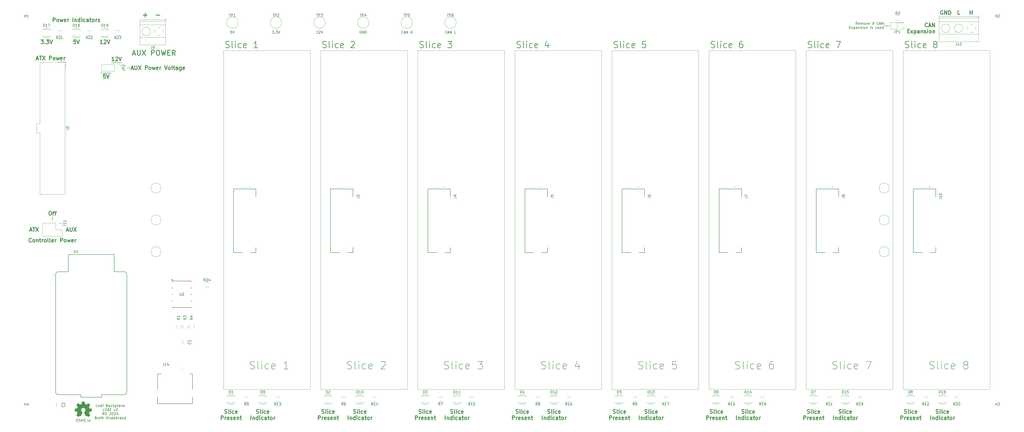
<source format=gbr>
%TF.GenerationSoftware,KiCad,Pcbnew,7.0.7*%
%TF.CreationDate,2024-11-29T17:58:44-06:00*%
%TF.ProjectId,updated_LOAF,75706461-7465-4645-9f4c-4f41462e6b69,rev?*%
%TF.SameCoordinates,PX2faf080PYee6b280*%
%TF.FileFunction,Legend,Top*%
%TF.FilePolarity,Positive*%
%FSLAX46Y46*%
G04 Gerber Fmt 4.6, Leading zero omitted, Abs format (unit mm)*
G04 Created by KiCad (PCBNEW 7.0.7) date 2024-11-29 17:58:44*
%MOMM*%
%LPD*%
G01*
G04 APERTURE LIST*
%ADD10C,0.100000*%
%ADD11C,0.150000*%
%ADD12C,0.300000*%
%ADD13C,0.200000*%
%ADD14C,0.250000*%
%ADD15C,0.120000*%
%ADD16C,0.127000*%
%ADD17C,0.152400*%
%ADD18C,0.010000*%
G04 APERTURE END LIST*
D10*
X160700000Y50165157D02*
X160700000Y183165157D01*
X270900000Y183165157D02*
X236900000Y183165157D01*
X194700000Y183165157D02*
X160700000Y183165157D01*
X236900000Y50165157D02*
X236900000Y183165157D01*
X198800000Y50165157D02*
X232800000Y50165157D01*
D11*
X305600000Y192850000D02*
X307505000Y192850000D01*
D10*
X232800000Y183165157D02*
X198800000Y183165157D01*
X275000000Y50165157D02*
X275000000Y183165157D01*
X46400000Y50165157D02*
X46400000Y183165157D01*
X309000000Y183165157D02*
X275000000Y183165157D01*
X156600000Y50165157D02*
X156600000Y183165157D01*
X198800000Y50165157D02*
X198800000Y183165157D01*
X156600000Y183165157D02*
X122600000Y183165157D01*
X84500000Y50165157D02*
X118500000Y50165157D01*
X309000000Y50165157D02*
X309000000Y183165157D01*
D11*
X-1740000Y174308000D02*
X2324000Y174308000D01*
D10*
X118500000Y50165157D02*
X118500000Y183165157D01*
D11*
X-20790000Y117920000D02*
X-20790000Y116650000D01*
D10*
X275000000Y50165157D02*
X309000000Y50165157D01*
X80400000Y183165157D02*
X46400000Y183165157D01*
X46400000Y50165157D02*
X80400000Y50165157D01*
X232800000Y50165157D02*
X232800000Y183165157D01*
X270900000Y50165157D02*
X270900000Y183165157D01*
X194700000Y50165157D02*
X194700000Y183165157D01*
X160700000Y50165157D02*
X194700000Y50165157D01*
D11*
X9690000Y176340000D02*
X8420000Y176340000D01*
D10*
X347100000Y183165157D02*
X313100000Y183165157D01*
X313100000Y50165157D02*
X347100000Y50165157D01*
X347100000Y50165157D02*
X347100000Y183165157D01*
X118500000Y183165157D02*
X84500000Y183165157D01*
X122600000Y50165157D02*
X156600000Y50165157D01*
X313100000Y50165157D02*
X313100000Y183165157D01*
X236900000Y50165157D02*
X270900000Y50165157D01*
X84500000Y50165157D02*
X84500000Y183165157D01*
X80400000Y50165157D02*
X80400000Y183165157D01*
D11*
X2324000Y178372000D02*
X6388000Y178372000D01*
D10*
X122600000Y50165157D02*
X122600000Y183165157D01*
D12*
X6286Y173744172D02*
X-708000Y173744172D01*
X-708000Y173744172D02*
X-779428Y173029886D01*
X-779428Y173029886D02*
X-708000Y173101315D01*
X-708000Y173101315D02*
X-565142Y173172743D01*
X-565142Y173172743D02*
X-208000Y173172743D01*
X-208000Y173172743D02*
X-65142Y173101315D01*
X-65142Y173101315D02*
X6286Y173029886D01*
X6286Y173029886D02*
X77715Y172887029D01*
X77715Y172887029D02*
X77715Y172529886D01*
X77715Y172529886D02*
X6286Y172387029D01*
X6286Y172387029D02*
X-65142Y172315600D01*
X-65142Y172315600D02*
X-208000Y172244172D01*
X-208000Y172244172D02*
X-565142Y172244172D01*
X-565142Y172244172D02*
X-708000Y172315600D01*
X-708000Y172315600D02*
X-779428Y172387029D01*
X506286Y173744172D02*
X1006286Y172244172D01*
X1006286Y172244172D02*
X1506286Y173744172D01*
X3427429Y179079172D02*
X2570286Y179079172D01*
X2998857Y179079172D02*
X2998857Y180579172D01*
X2998857Y180579172D02*
X2856000Y180364886D01*
X2856000Y180364886D02*
X2713143Y180222029D01*
X2713143Y180222029D02*
X2570286Y180150600D01*
X3998857Y180436315D02*
X4070285Y180507743D01*
X4070285Y180507743D02*
X4213143Y180579172D01*
X4213143Y180579172D02*
X4570285Y180579172D01*
X4570285Y180579172D02*
X4713143Y180507743D01*
X4713143Y180507743D02*
X4784571Y180436315D01*
X4784571Y180436315D02*
X4856000Y180293458D01*
X4856000Y180293458D02*
X4856000Y180150600D01*
X4856000Y180150600D02*
X4784571Y179936315D01*
X4784571Y179936315D02*
X3927428Y179079172D01*
X3927428Y179079172D02*
X4856000Y179079172D01*
X5284571Y180579172D02*
X5784571Y179079172D01*
X5784571Y179079172D02*
X6284571Y180579172D01*
X-27035714Y179900243D02*
X-26321428Y179900243D01*
X-27178571Y179471672D02*
X-26678571Y180971672D01*
X-26678571Y180971672D02*
X-26178571Y179471672D01*
X-25892857Y180971672D02*
X-25035714Y180971672D01*
X-25464286Y179471672D02*
X-25464286Y180971672D01*
X-24678572Y180971672D02*
X-23678572Y179471672D01*
X-23678572Y180971672D02*
X-24678572Y179471672D01*
X-21964287Y179471672D02*
X-21964287Y180971672D01*
X-21964287Y180971672D02*
X-21392858Y180971672D01*
X-21392858Y180971672D02*
X-21250001Y180900243D01*
X-21250001Y180900243D02*
X-21178572Y180828815D01*
X-21178572Y180828815D02*
X-21107144Y180685958D01*
X-21107144Y180685958D02*
X-21107144Y180471672D01*
X-21107144Y180471672D02*
X-21178572Y180328815D01*
X-21178572Y180328815D02*
X-21250001Y180257386D01*
X-21250001Y180257386D02*
X-21392858Y180185958D01*
X-21392858Y180185958D02*
X-21964287Y180185958D01*
X-20250001Y179471672D02*
X-20392858Y179543100D01*
X-20392858Y179543100D02*
X-20464287Y179614529D01*
X-20464287Y179614529D02*
X-20535715Y179757386D01*
X-20535715Y179757386D02*
X-20535715Y180185958D01*
X-20535715Y180185958D02*
X-20464287Y180328815D01*
X-20464287Y180328815D02*
X-20392858Y180400243D01*
X-20392858Y180400243D02*
X-20250001Y180471672D01*
X-20250001Y180471672D02*
X-20035715Y180471672D01*
X-20035715Y180471672D02*
X-19892858Y180400243D01*
X-19892858Y180400243D02*
X-19821429Y180328815D01*
X-19821429Y180328815D02*
X-19750001Y180185958D01*
X-19750001Y180185958D02*
X-19750001Y179757386D01*
X-19750001Y179757386D02*
X-19821429Y179614529D01*
X-19821429Y179614529D02*
X-19892858Y179543100D01*
X-19892858Y179543100D02*
X-20035715Y179471672D01*
X-20035715Y179471672D02*
X-20250001Y179471672D01*
X-19250001Y180471672D02*
X-18964286Y179471672D01*
X-18964286Y179471672D02*
X-18678572Y180185958D01*
X-18678572Y180185958D02*
X-18392858Y179471672D01*
X-18392858Y179471672D02*
X-18107144Y180471672D01*
X-16964286Y179543100D02*
X-17107143Y179471672D01*
X-17107143Y179471672D02*
X-17392857Y179471672D01*
X-17392857Y179471672D02*
X-17535715Y179543100D01*
X-17535715Y179543100D02*
X-17607143Y179685958D01*
X-17607143Y179685958D02*
X-17607143Y180257386D01*
X-17607143Y180257386D02*
X-17535715Y180400243D01*
X-17535715Y180400243D02*
X-17392857Y180471672D01*
X-17392857Y180471672D02*
X-17107143Y180471672D01*
X-17107143Y180471672D02*
X-16964286Y180400243D01*
X-16964286Y180400243D02*
X-16892857Y180257386D01*
X-16892857Y180257386D02*
X-16892857Y180114529D01*
X-16892857Y180114529D02*
X-17607143Y179971672D01*
X-16250001Y179471672D02*
X-16250001Y180471672D01*
X-16250001Y180185958D02*
X-16178572Y180328815D01*
X-16178572Y180328815D02*
X-16107143Y180400243D01*
X-16107143Y180400243D02*
X-15964286Y180471672D01*
X-15964286Y180471672D02*
X-15821429Y180471672D01*
X339323796Y197302672D02*
X339323796Y198802672D01*
X339323796Y198088386D02*
X340180939Y198088386D01*
X340180939Y197302672D02*
X340180939Y198802672D01*
X123049715Y40743600D02*
X123264001Y40672172D01*
X123264001Y40672172D02*
X123621143Y40672172D01*
X123621143Y40672172D02*
X123764001Y40743600D01*
X123764001Y40743600D02*
X123835429Y40815029D01*
X123835429Y40815029D02*
X123906858Y40957886D01*
X123906858Y40957886D02*
X123906858Y41100743D01*
X123906858Y41100743D02*
X123835429Y41243600D01*
X123835429Y41243600D02*
X123764001Y41315029D01*
X123764001Y41315029D02*
X123621143Y41386458D01*
X123621143Y41386458D02*
X123335429Y41457886D01*
X123335429Y41457886D02*
X123192572Y41529315D01*
X123192572Y41529315D02*
X123121143Y41600743D01*
X123121143Y41600743D02*
X123049715Y41743600D01*
X123049715Y41743600D02*
X123049715Y41886458D01*
X123049715Y41886458D02*
X123121143Y42029315D01*
X123121143Y42029315D02*
X123192572Y42100743D01*
X123192572Y42100743D02*
X123335429Y42172172D01*
X123335429Y42172172D02*
X123692572Y42172172D01*
X123692572Y42172172D02*
X123906858Y42100743D01*
X124764000Y40672172D02*
X124621143Y40743600D01*
X124621143Y40743600D02*
X124549714Y40886458D01*
X124549714Y40886458D02*
X124549714Y42172172D01*
X125335428Y40672172D02*
X125335428Y41672172D01*
X125335428Y42172172D02*
X125264000Y42100743D01*
X125264000Y42100743D02*
X125335428Y42029315D01*
X125335428Y42029315D02*
X125406857Y42100743D01*
X125406857Y42100743D02*
X125335428Y42172172D01*
X125335428Y42172172D02*
X125335428Y42029315D01*
X126692572Y40743600D02*
X126549714Y40672172D01*
X126549714Y40672172D02*
X126264000Y40672172D01*
X126264000Y40672172D02*
X126121143Y40743600D01*
X126121143Y40743600D02*
X126049714Y40815029D01*
X126049714Y40815029D02*
X125978286Y40957886D01*
X125978286Y40957886D02*
X125978286Y41386458D01*
X125978286Y41386458D02*
X126049714Y41529315D01*
X126049714Y41529315D02*
X126121143Y41600743D01*
X126121143Y41600743D02*
X126264000Y41672172D01*
X126264000Y41672172D02*
X126549714Y41672172D01*
X126549714Y41672172D02*
X126692572Y41600743D01*
X127906857Y40743600D02*
X127764000Y40672172D01*
X127764000Y40672172D02*
X127478286Y40672172D01*
X127478286Y40672172D02*
X127335428Y40743600D01*
X127335428Y40743600D02*
X127264000Y40886458D01*
X127264000Y40886458D02*
X127264000Y41457886D01*
X127264000Y41457886D02*
X127335428Y41600743D01*
X127335428Y41600743D02*
X127478286Y41672172D01*
X127478286Y41672172D02*
X127764000Y41672172D01*
X127764000Y41672172D02*
X127906857Y41600743D01*
X127906857Y41600743D02*
X127978286Y41457886D01*
X127978286Y41457886D02*
X127978286Y41315029D01*
X127978286Y41315029D02*
X127264000Y41172172D01*
X121656857Y38257172D02*
X121656857Y39757172D01*
X121656857Y39757172D02*
X122228286Y39757172D01*
X122228286Y39757172D02*
X122371143Y39685743D01*
X122371143Y39685743D02*
X122442572Y39614315D01*
X122442572Y39614315D02*
X122514000Y39471458D01*
X122514000Y39471458D02*
X122514000Y39257172D01*
X122514000Y39257172D02*
X122442572Y39114315D01*
X122442572Y39114315D02*
X122371143Y39042886D01*
X122371143Y39042886D02*
X122228286Y38971458D01*
X122228286Y38971458D02*
X121656857Y38971458D01*
X123156857Y38257172D02*
X123156857Y39257172D01*
X123156857Y38971458D02*
X123228286Y39114315D01*
X123228286Y39114315D02*
X123299715Y39185743D01*
X123299715Y39185743D02*
X123442572Y39257172D01*
X123442572Y39257172D02*
X123585429Y39257172D01*
X124656857Y38328600D02*
X124514000Y38257172D01*
X124514000Y38257172D02*
X124228286Y38257172D01*
X124228286Y38257172D02*
X124085428Y38328600D01*
X124085428Y38328600D02*
X124014000Y38471458D01*
X124014000Y38471458D02*
X124014000Y39042886D01*
X124014000Y39042886D02*
X124085428Y39185743D01*
X124085428Y39185743D02*
X124228286Y39257172D01*
X124228286Y39257172D02*
X124514000Y39257172D01*
X124514000Y39257172D02*
X124656857Y39185743D01*
X124656857Y39185743D02*
X124728286Y39042886D01*
X124728286Y39042886D02*
X124728286Y38900029D01*
X124728286Y38900029D02*
X124014000Y38757172D01*
X125299714Y38328600D02*
X125442571Y38257172D01*
X125442571Y38257172D02*
X125728285Y38257172D01*
X125728285Y38257172D02*
X125871142Y38328600D01*
X125871142Y38328600D02*
X125942571Y38471458D01*
X125942571Y38471458D02*
X125942571Y38542886D01*
X125942571Y38542886D02*
X125871142Y38685743D01*
X125871142Y38685743D02*
X125728285Y38757172D01*
X125728285Y38757172D02*
X125514000Y38757172D01*
X125514000Y38757172D02*
X125371142Y38828600D01*
X125371142Y38828600D02*
X125299714Y38971458D01*
X125299714Y38971458D02*
X125299714Y39042886D01*
X125299714Y39042886D02*
X125371142Y39185743D01*
X125371142Y39185743D02*
X125514000Y39257172D01*
X125514000Y39257172D02*
X125728285Y39257172D01*
X125728285Y39257172D02*
X125871142Y39185743D01*
X127156857Y38328600D02*
X127014000Y38257172D01*
X127014000Y38257172D02*
X126728286Y38257172D01*
X126728286Y38257172D02*
X126585428Y38328600D01*
X126585428Y38328600D02*
X126514000Y38471458D01*
X126514000Y38471458D02*
X126514000Y39042886D01*
X126514000Y39042886D02*
X126585428Y39185743D01*
X126585428Y39185743D02*
X126728286Y39257172D01*
X126728286Y39257172D02*
X127014000Y39257172D01*
X127014000Y39257172D02*
X127156857Y39185743D01*
X127156857Y39185743D02*
X127228286Y39042886D01*
X127228286Y39042886D02*
X127228286Y38900029D01*
X127228286Y38900029D02*
X126514000Y38757172D01*
X127871142Y39257172D02*
X127871142Y38257172D01*
X127871142Y39114315D02*
X127942571Y39185743D01*
X127942571Y39185743D02*
X128085428Y39257172D01*
X128085428Y39257172D02*
X128299714Y39257172D01*
X128299714Y39257172D02*
X128442571Y39185743D01*
X128442571Y39185743D02*
X128514000Y39042886D01*
X128514000Y39042886D02*
X128514000Y38257172D01*
X129014000Y39257172D02*
X129585428Y39257172D01*
X129228285Y39757172D02*
X129228285Y38471458D01*
X129228285Y38471458D02*
X129299714Y38328600D01*
X129299714Y38328600D02*
X129442571Y38257172D01*
X129442571Y38257172D02*
X129585428Y38257172D01*
X335239285Y197302672D02*
X334524999Y197302672D01*
X334524999Y197302672D02*
X334524999Y198802672D01*
X322584774Y192557029D02*
X322513346Y192485600D01*
X322513346Y192485600D02*
X322299060Y192414172D01*
X322299060Y192414172D02*
X322156203Y192414172D01*
X322156203Y192414172D02*
X321941917Y192485600D01*
X321941917Y192485600D02*
X321799060Y192628458D01*
X321799060Y192628458D02*
X321727631Y192771315D01*
X321727631Y192771315D02*
X321656203Y193057029D01*
X321656203Y193057029D02*
X321656203Y193271315D01*
X321656203Y193271315D02*
X321727631Y193557029D01*
X321727631Y193557029D02*
X321799060Y193699886D01*
X321799060Y193699886D02*
X321941917Y193842743D01*
X321941917Y193842743D02*
X322156203Y193914172D01*
X322156203Y193914172D02*
X322299060Y193914172D01*
X322299060Y193914172D02*
X322513346Y193842743D01*
X322513346Y193842743D02*
X322584774Y193771315D01*
X323156203Y192842743D02*
X323870489Y192842743D01*
X323013346Y192414172D02*
X323513346Y193914172D01*
X323513346Y193914172D02*
X324013346Y192414172D01*
X324513345Y192414172D02*
X324513345Y193914172D01*
X324513345Y193914172D02*
X325370488Y192414172D01*
X325370488Y192414172D02*
X325370488Y193914172D01*
X314799058Y190784886D02*
X315299058Y190784886D01*
X315513344Y189999172D02*
X314799058Y189999172D01*
X314799058Y189999172D02*
X314799058Y191499172D01*
X314799058Y191499172D02*
X315513344Y191499172D01*
X316013344Y189999172D02*
X316799059Y190999172D01*
X316013344Y190999172D02*
X316799059Y189999172D01*
X317370487Y190999172D02*
X317370487Y189499172D01*
X317370487Y190927743D02*
X317513345Y190999172D01*
X317513345Y190999172D02*
X317799059Y190999172D01*
X317799059Y190999172D02*
X317941916Y190927743D01*
X317941916Y190927743D02*
X318013345Y190856315D01*
X318013345Y190856315D02*
X318084773Y190713458D01*
X318084773Y190713458D02*
X318084773Y190284886D01*
X318084773Y190284886D02*
X318013345Y190142029D01*
X318013345Y190142029D02*
X317941916Y190070600D01*
X317941916Y190070600D02*
X317799059Y189999172D01*
X317799059Y189999172D02*
X317513345Y189999172D01*
X317513345Y189999172D02*
X317370487Y190070600D01*
X319370488Y189999172D02*
X319370488Y190784886D01*
X319370488Y190784886D02*
X319299059Y190927743D01*
X319299059Y190927743D02*
X319156202Y190999172D01*
X319156202Y190999172D02*
X318870488Y190999172D01*
X318870488Y190999172D02*
X318727630Y190927743D01*
X319370488Y190070600D02*
X319227630Y189999172D01*
X319227630Y189999172D02*
X318870488Y189999172D01*
X318870488Y189999172D02*
X318727630Y190070600D01*
X318727630Y190070600D02*
X318656202Y190213458D01*
X318656202Y190213458D02*
X318656202Y190356315D01*
X318656202Y190356315D02*
X318727630Y190499172D01*
X318727630Y190499172D02*
X318870488Y190570600D01*
X318870488Y190570600D02*
X319227630Y190570600D01*
X319227630Y190570600D02*
X319370488Y190642029D01*
X320084773Y190999172D02*
X320084773Y189999172D01*
X320084773Y190856315D02*
X320156202Y190927743D01*
X320156202Y190927743D02*
X320299059Y190999172D01*
X320299059Y190999172D02*
X320513345Y190999172D01*
X320513345Y190999172D02*
X320656202Y190927743D01*
X320656202Y190927743D02*
X320727631Y190784886D01*
X320727631Y190784886D02*
X320727631Y189999172D01*
X321370488Y190070600D02*
X321513345Y189999172D01*
X321513345Y189999172D02*
X321799059Y189999172D01*
X321799059Y189999172D02*
X321941916Y190070600D01*
X321941916Y190070600D02*
X322013345Y190213458D01*
X322013345Y190213458D02*
X322013345Y190284886D01*
X322013345Y190284886D02*
X321941916Y190427743D01*
X321941916Y190427743D02*
X321799059Y190499172D01*
X321799059Y190499172D02*
X321584774Y190499172D01*
X321584774Y190499172D02*
X321441916Y190570600D01*
X321441916Y190570600D02*
X321370488Y190713458D01*
X321370488Y190713458D02*
X321370488Y190784886D01*
X321370488Y190784886D02*
X321441916Y190927743D01*
X321441916Y190927743D02*
X321584774Y190999172D01*
X321584774Y190999172D02*
X321799059Y190999172D01*
X321799059Y190999172D02*
X321941916Y190927743D01*
X322656202Y189999172D02*
X322656202Y190999172D01*
X322656202Y191499172D02*
X322584774Y191427743D01*
X322584774Y191427743D02*
X322656202Y191356315D01*
X322656202Y191356315D02*
X322727631Y191427743D01*
X322727631Y191427743D02*
X322656202Y191499172D01*
X322656202Y191499172D02*
X322656202Y191356315D01*
X323584774Y189999172D02*
X323441917Y190070600D01*
X323441917Y190070600D02*
X323370488Y190142029D01*
X323370488Y190142029D02*
X323299060Y190284886D01*
X323299060Y190284886D02*
X323299060Y190713458D01*
X323299060Y190713458D02*
X323370488Y190856315D01*
X323370488Y190856315D02*
X323441917Y190927743D01*
X323441917Y190927743D02*
X323584774Y190999172D01*
X323584774Y190999172D02*
X323799060Y190999172D01*
X323799060Y190999172D02*
X323941917Y190927743D01*
X323941917Y190927743D02*
X324013346Y190856315D01*
X324013346Y190856315D02*
X324084774Y190713458D01*
X324084774Y190713458D02*
X324084774Y190284886D01*
X324084774Y190284886D02*
X324013346Y190142029D01*
X324013346Y190142029D02*
X323941917Y190070600D01*
X323941917Y190070600D02*
X323799060Y189999172D01*
X323799060Y189999172D02*
X323584774Y189999172D01*
X324727631Y190999172D02*
X324727631Y189999172D01*
X324727631Y190856315D02*
X324799060Y190927743D01*
X324799060Y190927743D02*
X324941917Y190999172D01*
X324941917Y190999172D02*
X325156203Y190999172D01*
X325156203Y190999172D02*
X325299060Y190927743D01*
X325299060Y190927743D02*
X325370489Y190784886D01*
X325370489Y190784886D02*
X325370489Y189999172D01*
X59295715Y40743600D02*
X59510001Y40672172D01*
X59510001Y40672172D02*
X59867143Y40672172D01*
X59867143Y40672172D02*
X60010001Y40743600D01*
X60010001Y40743600D02*
X60081429Y40815029D01*
X60081429Y40815029D02*
X60152858Y40957886D01*
X60152858Y40957886D02*
X60152858Y41100743D01*
X60152858Y41100743D02*
X60081429Y41243600D01*
X60081429Y41243600D02*
X60010001Y41315029D01*
X60010001Y41315029D02*
X59867143Y41386458D01*
X59867143Y41386458D02*
X59581429Y41457886D01*
X59581429Y41457886D02*
X59438572Y41529315D01*
X59438572Y41529315D02*
X59367143Y41600743D01*
X59367143Y41600743D02*
X59295715Y41743600D01*
X59295715Y41743600D02*
X59295715Y41886458D01*
X59295715Y41886458D02*
X59367143Y42029315D01*
X59367143Y42029315D02*
X59438572Y42100743D01*
X59438572Y42100743D02*
X59581429Y42172172D01*
X59581429Y42172172D02*
X59938572Y42172172D01*
X59938572Y42172172D02*
X60152858Y42100743D01*
X61010000Y40672172D02*
X60867143Y40743600D01*
X60867143Y40743600D02*
X60795714Y40886458D01*
X60795714Y40886458D02*
X60795714Y42172172D01*
X61581428Y40672172D02*
X61581428Y41672172D01*
X61581428Y42172172D02*
X61510000Y42100743D01*
X61510000Y42100743D02*
X61581428Y42029315D01*
X61581428Y42029315D02*
X61652857Y42100743D01*
X61652857Y42100743D02*
X61581428Y42172172D01*
X61581428Y42172172D02*
X61581428Y42029315D01*
X62938572Y40743600D02*
X62795714Y40672172D01*
X62795714Y40672172D02*
X62510000Y40672172D01*
X62510000Y40672172D02*
X62367143Y40743600D01*
X62367143Y40743600D02*
X62295714Y40815029D01*
X62295714Y40815029D02*
X62224286Y40957886D01*
X62224286Y40957886D02*
X62224286Y41386458D01*
X62224286Y41386458D02*
X62295714Y41529315D01*
X62295714Y41529315D02*
X62367143Y41600743D01*
X62367143Y41600743D02*
X62510000Y41672172D01*
X62510000Y41672172D02*
X62795714Y41672172D01*
X62795714Y41672172D02*
X62938572Y41600743D01*
X64152857Y40743600D02*
X64010000Y40672172D01*
X64010000Y40672172D02*
X63724286Y40672172D01*
X63724286Y40672172D02*
X63581428Y40743600D01*
X63581428Y40743600D02*
X63510000Y40886458D01*
X63510000Y40886458D02*
X63510000Y41457886D01*
X63510000Y41457886D02*
X63581428Y41600743D01*
X63581428Y41600743D02*
X63724286Y41672172D01*
X63724286Y41672172D02*
X64010000Y41672172D01*
X64010000Y41672172D02*
X64152857Y41600743D01*
X64152857Y41600743D02*
X64224286Y41457886D01*
X64224286Y41457886D02*
X64224286Y41315029D01*
X64224286Y41315029D02*
X63510000Y41172172D01*
X57152856Y38257172D02*
X57152856Y39757172D01*
X57867142Y39257172D02*
X57867142Y38257172D01*
X57867142Y39114315D02*
X57938571Y39185743D01*
X57938571Y39185743D02*
X58081428Y39257172D01*
X58081428Y39257172D02*
X58295714Y39257172D01*
X58295714Y39257172D02*
X58438571Y39185743D01*
X58438571Y39185743D02*
X58510000Y39042886D01*
X58510000Y39042886D02*
X58510000Y38257172D01*
X59867143Y38257172D02*
X59867143Y39757172D01*
X59867143Y38328600D02*
X59724285Y38257172D01*
X59724285Y38257172D02*
X59438571Y38257172D01*
X59438571Y38257172D02*
X59295714Y38328600D01*
X59295714Y38328600D02*
X59224285Y38400029D01*
X59224285Y38400029D02*
X59152857Y38542886D01*
X59152857Y38542886D02*
X59152857Y38971458D01*
X59152857Y38971458D02*
X59224285Y39114315D01*
X59224285Y39114315D02*
X59295714Y39185743D01*
X59295714Y39185743D02*
X59438571Y39257172D01*
X59438571Y39257172D02*
X59724285Y39257172D01*
X59724285Y39257172D02*
X59867143Y39185743D01*
X60581428Y38257172D02*
X60581428Y39257172D01*
X60581428Y39757172D02*
X60510000Y39685743D01*
X60510000Y39685743D02*
X60581428Y39614315D01*
X60581428Y39614315D02*
X60652857Y39685743D01*
X60652857Y39685743D02*
X60581428Y39757172D01*
X60581428Y39757172D02*
X60581428Y39614315D01*
X61938572Y38328600D02*
X61795714Y38257172D01*
X61795714Y38257172D02*
X61510000Y38257172D01*
X61510000Y38257172D02*
X61367143Y38328600D01*
X61367143Y38328600D02*
X61295714Y38400029D01*
X61295714Y38400029D02*
X61224286Y38542886D01*
X61224286Y38542886D02*
X61224286Y38971458D01*
X61224286Y38971458D02*
X61295714Y39114315D01*
X61295714Y39114315D02*
X61367143Y39185743D01*
X61367143Y39185743D02*
X61510000Y39257172D01*
X61510000Y39257172D02*
X61795714Y39257172D01*
X61795714Y39257172D02*
X61938572Y39185743D01*
X63224286Y38257172D02*
X63224286Y39042886D01*
X63224286Y39042886D02*
X63152857Y39185743D01*
X63152857Y39185743D02*
X63010000Y39257172D01*
X63010000Y39257172D02*
X62724286Y39257172D01*
X62724286Y39257172D02*
X62581428Y39185743D01*
X63224286Y38328600D02*
X63081428Y38257172D01*
X63081428Y38257172D02*
X62724286Y38257172D01*
X62724286Y38257172D02*
X62581428Y38328600D01*
X62581428Y38328600D02*
X62510000Y38471458D01*
X62510000Y38471458D02*
X62510000Y38614315D01*
X62510000Y38614315D02*
X62581428Y38757172D01*
X62581428Y38757172D02*
X62724286Y38828600D01*
X62724286Y38828600D02*
X63081428Y38828600D01*
X63081428Y38828600D02*
X63224286Y38900029D01*
X63724286Y39257172D02*
X64295714Y39257172D01*
X63938571Y39757172D02*
X63938571Y38471458D01*
X63938571Y38471458D02*
X64010000Y38328600D01*
X64010000Y38328600D02*
X64152857Y38257172D01*
X64152857Y38257172D02*
X64295714Y38257172D01*
X65010000Y38257172D02*
X64867143Y38328600D01*
X64867143Y38328600D02*
X64795714Y38400029D01*
X64795714Y38400029D02*
X64724286Y38542886D01*
X64724286Y38542886D02*
X64724286Y38971458D01*
X64724286Y38971458D02*
X64795714Y39114315D01*
X64795714Y39114315D02*
X64867143Y39185743D01*
X64867143Y39185743D02*
X65010000Y39257172D01*
X65010000Y39257172D02*
X65224286Y39257172D01*
X65224286Y39257172D02*
X65367143Y39185743D01*
X65367143Y39185743D02*
X65438572Y39114315D01*
X65438572Y39114315D02*
X65510000Y38971458D01*
X65510000Y38971458D02*
X65510000Y38542886D01*
X65510000Y38542886D02*
X65438572Y38400029D01*
X65438572Y38400029D02*
X65367143Y38328600D01*
X65367143Y38328600D02*
X65224286Y38257172D01*
X65224286Y38257172D02*
X65010000Y38257172D01*
X66152857Y38257172D02*
X66152857Y39257172D01*
X66152857Y38971458D02*
X66224286Y39114315D01*
X66224286Y39114315D02*
X66295715Y39185743D01*
X66295715Y39185743D02*
X66438572Y39257172D01*
X66438572Y39257172D02*
X66581429Y39257172D01*
D11*
X49631523Y190855181D02*
X49155333Y190855181D01*
X49155333Y190855181D02*
X49107714Y190378991D01*
X49107714Y190378991D02*
X49155333Y190426610D01*
X49155333Y190426610D02*
X49250571Y190474229D01*
X49250571Y190474229D02*
X49488666Y190474229D01*
X49488666Y190474229D02*
X49583904Y190426610D01*
X49583904Y190426610D02*
X49631523Y190378991D01*
X49631523Y190378991D02*
X49679142Y190283753D01*
X49679142Y190283753D02*
X49679142Y190045658D01*
X49679142Y190045658D02*
X49631523Y189950420D01*
X49631523Y189950420D02*
X49583904Y189902800D01*
X49583904Y189902800D02*
X49488666Y189855181D01*
X49488666Y189855181D02*
X49250571Y189855181D01*
X49250571Y189855181D02*
X49155333Y189902800D01*
X49155333Y189902800D02*
X49107714Y189950420D01*
X49964857Y190855181D02*
X50298190Y189855181D01*
X50298190Y189855181D02*
X50631523Y190855181D01*
D12*
X211695715Y40743600D02*
X211910001Y40672172D01*
X211910001Y40672172D02*
X212267143Y40672172D01*
X212267143Y40672172D02*
X212410001Y40743600D01*
X212410001Y40743600D02*
X212481429Y40815029D01*
X212481429Y40815029D02*
X212552858Y40957886D01*
X212552858Y40957886D02*
X212552858Y41100743D01*
X212552858Y41100743D02*
X212481429Y41243600D01*
X212481429Y41243600D02*
X212410001Y41315029D01*
X212410001Y41315029D02*
X212267143Y41386458D01*
X212267143Y41386458D02*
X211981429Y41457886D01*
X211981429Y41457886D02*
X211838572Y41529315D01*
X211838572Y41529315D02*
X211767143Y41600743D01*
X211767143Y41600743D02*
X211695715Y41743600D01*
X211695715Y41743600D02*
X211695715Y41886458D01*
X211695715Y41886458D02*
X211767143Y42029315D01*
X211767143Y42029315D02*
X211838572Y42100743D01*
X211838572Y42100743D02*
X211981429Y42172172D01*
X211981429Y42172172D02*
X212338572Y42172172D01*
X212338572Y42172172D02*
X212552858Y42100743D01*
X213410000Y40672172D02*
X213267143Y40743600D01*
X213267143Y40743600D02*
X213195714Y40886458D01*
X213195714Y40886458D02*
X213195714Y42172172D01*
X213981428Y40672172D02*
X213981428Y41672172D01*
X213981428Y42172172D02*
X213910000Y42100743D01*
X213910000Y42100743D02*
X213981428Y42029315D01*
X213981428Y42029315D02*
X214052857Y42100743D01*
X214052857Y42100743D02*
X213981428Y42172172D01*
X213981428Y42172172D02*
X213981428Y42029315D01*
X215338572Y40743600D02*
X215195714Y40672172D01*
X215195714Y40672172D02*
X214910000Y40672172D01*
X214910000Y40672172D02*
X214767143Y40743600D01*
X214767143Y40743600D02*
X214695714Y40815029D01*
X214695714Y40815029D02*
X214624286Y40957886D01*
X214624286Y40957886D02*
X214624286Y41386458D01*
X214624286Y41386458D02*
X214695714Y41529315D01*
X214695714Y41529315D02*
X214767143Y41600743D01*
X214767143Y41600743D02*
X214910000Y41672172D01*
X214910000Y41672172D02*
X215195714Y41672172D01*
X215195714Y41672172D02*
X215338572Y41600743D01*
X216552857Y40743600D02*
X216410000Y40672172D01*
X216410000Y40672172D02*
X216124286Y40672172D01*
X216124286Y40672172D02*
X215981428Y40743600D01*
X215981428Y40743600D02*
X215910000Y40886458D01*
X215910000Y40886458D02*
X215910000Y41457886D01*
X215910000Y41457886D02*
X215981428Y41600743D01*
X215981428Y41600743D02*
X216124286Y41672172D01*
X216124286Y41672172D02*
X216410000Y41672172D01*
X216410000Y41672172D02*
X216552857Y41600743D01*
X216552857Y41600743D02*
X216624286Y41457886D01*
X216624286Y41457886D02*
X216624286Y41315029D01*
X216624286Y41315029D02*
X215910000Y41172172D01*
X209552856Y38257172D02*
X209552856Y39757172D01*
X210267142Y39257172D02*
X210267142Y38257172D01*
X210267142Y39114315D02*
X210338571Y39185743D01*
X210338571Y39185743D02*
X210481428Y39257172D01*
X210481428Y39257172D02*
X210695714Y39257172D01*
X210695714Y39257172D02*
X210838571Y39185743D01*
X210838571Y39185743D02*
X210910000Y39042886D01*
X210910000Y39042886D02*
X210910000Y38257172D01*
X212267143Y38257172D02*
X212267143Y39757172D01*
X212267143Y38328600D02*
X212124285Y38257172D01*
X212124285Y38257172D02*
X211838571Y38257172D01*
X211838571Y38257172D02*
X211695714Y38328600D01*
X211695714Y38328600D02*
X211624285Y38400029D01*
X211624285Y38400029D02*
X211552857Y38542886D01*
X211552857Y38542886D02*
X211552857Y38971458D01*
X211552857Y38971458D02*
X211624285Y39114315D01*
X211624285Y39114315D02*
X211695714Y39185743D01*
X211695714Y39185743D02*
X211838571Y39257172D01*
X211838571Y39257172D02*
X212124285Y39257172D01*
X212124285Y39257172D02*
X212267143Y39185743D01*
X212981428Y38257172D02*
X212981428Y39257172D01*
X212981428Y39757172D02*
X212910000Y39685743D01*
X212910000Y39685743D02*
X212981428Y39614315D01*
X212981428Y39614315D02*
X213052857Y39685743D01*
X213052857Y39685743D02*
X212981428Y39757172D01*
X212981428Y39757172D02*
X212981428Y39614315D01*
X214338572Y38328600D02*
X214195714Y38257172D01*
X214195714Y38257172D02*
X213910000Y38257172D01*
X213910000Y38257172D02*
X213767143Y38328600D01*
X213767143Y38328600D02*
X213695714Y38400029D01*
X213695714Y38400029D02*
X213624286Y38542886D01*
X213624286Y38542886D02*
X213624286Y38971458D01*
X213624286Y38971458D02*
X213695714Y39114315D01*
X213695714Y39114315D02*
X213767143Y39185743D01*
X213767143Y39185743D02*
X213910000Y39257172D01*
X213910000Y39257172D02*
X214195714Y39257172D01*
X214195714Y39257172D02*
X214338572Y39185743D01*
X215624286Y38257172D02*
X215624286Y39042886D01*
X215624286Y39042886D02*
X215552857Y39185743D01*
X215552857Y39185743D02*
X215410000Y39257172D01*
X215410000Y39257172D02*
X215124286Y39257172D01*
X215124286Y39257172D02*
X214981428Y39185743D01*
X215624286Y38328600D02*
X215481428Y38257172D01*
X215481428Y38257172D02*
X215124286Y38257172D01*
X215124286Y38257172D02*
X214981428Y38328600D01*
X214981428Y38328600D02*
X214910000Y38471458D01*
X214910000Y38471458D02*
X214910000Y38614315D01*
X214910000Y38614315D02*
X214981428Y38757172D01*
X214981428Y38757172D02*
X215124286Y38828600D01*
X215124286Y38828600D02*
X215481428Y38828600D01*
X215481428Y38828600D02*
X215624286Y38900029D01*
X216124286Y39257172D02*
X216695714Y39257172D01*
X216338571Y39757172D02*
X216338571Y38471458D01*
X216338571Y38471458D02*
X216410000Y38328600D01*
X216410000Y38328600D02*
X216552857Y38257172D01*
X216552857Y38257172D02*
X216695714Y38257172D01*
X217410000Y38257172D02*
X217267143Y38328600D01*
X217267143Y38328600D02*
X217195714Y38400029D01*
X217195714Y38400029D02*
X217124286Y38542886D01*
X217124286Y38542886D02*
X217124286Y38971458D01*
X217124286Y38971458D02*
X217195714Y39114315D01*
X217195714Y39114315D02*
X217267143Y39185743D01*
X217267143Y39185743D02*
X217410000Y39257172D01*
X217410000Y39257172D02*
X217624286Y39257172D01*
X217624286Y39257172D02*
X217767143Y39185743D01*
X217767143Y39185743D02*
X217838572Y39114315D01*
X217838572Y39114315D02*
X217910000Y38971458D01*
X217910000Y38971458D02*
X217910000Y38542886D01*
X217910000Y38542886D02*
X217838572Y38400029D01*
X217838572Y38400029D02*
X217767143Y38328600D01*
X217767143Y38328600D02*
X217624286Y38257172D01*
X217624286Y38257172D02*
X217410000Y38257172D01*
X218552857Y38257172D02*
X218552857Y39257172D01*
X218552857Y38971458D02*
X218624286Y39114315D01*
X218624286Y39114315D02*
X218695715Y39185743D01*
X218695715Y39185743D02*
X218838572Y39257172D01*
X218838572Y39257172D02*
X218981429Y39257172D01*
D13*
X116752780Y189953020D02*
X116705161Y189905400D01*
X116705161Y189905400D02*
X116562304Y189857781D01*
X116562304Y189857781D02*
X116467066Y189857781D01*
X116467066Y189857781D02*
X116324209Y189905400D01*
X116324209Y189905400D02*
X116228971Y190000639D01*
X116228971Y190000639D02*
X116181352Y190095877D01*
X116181352Y190095877D02*
X116133733Y190286353D01*
X116133733Y190286353D02*
X116133733Y190429210D01*
X116133733Y190429210D02*
X116181352Y190619686D01*
X116181352Y190619686D02*
X116228971Y190714924D01*
X116228971Y190714924D02*
X116324209Y190810162D01*
X116324209Y190810162D02*
X116467066Y190857781D01*
X116467066Y190857781D02*
X116562304Y190857781D01*
X116562304Y190857781D02*
X116705161Y190810162D01*
X116705161Y190810162D02*
X116752780Y190762543D01*
X117133733Y190143496D02*
X117609923Y190143496D01*
X117038495Y189857781D02*
X117371828Y190857781D01*
X117371828Y190857781D02*
X117705161Y189857781D01*
X118038495Y189857781D02*
X118038495Y190857781D01*
X118038495Y190857781D02*
X118609923Y189857781D01*
X118609923Y189857781D02*
X118609923Y190857781D01*
X119848019Y189857781D02*
X119848019Y190857781D01*
X119848019Y190381591D02*
X120419447Y190381591D01*
X120419447Y189857781D02*
X120419447Y190857781D01*
D11*
X132999999Y58262800D02*
X133428571Y58119943D01*
X133428571Y58119943D02*
X134142856Y58119943D01*
X134142856Y58119943D02*
X134428571Y58262800D01*
X134428571Y58262800D02*
X134571428Y58405658D01*
X134571428Y58405658D02*
X134714285Y58691372D01*
X134714285Y58691372D02*
X134714285Y58977086D01*
X134714285Y58977086D02*
X134571428Y59262800D01*
X134571428Y59262800D02*
X134428571Y59405658D01*
X134428571Y59405658D02*
X134142856Y59548515D01*
X134142856Y59548515D02*
X133571428Y59691372D01*
X133571428Y59691372D02*
X133285713Y59834229D01*
X133285713Y59834229D02*
X133142856Y59977086D01*
X133142856Y59977086D02*
X132999999Y60262800D01*
X132999999Y60262800D02*
X132999999Y60548515D01*
X132999999Y60548515D02*
X133142856Y60834229D01*
X133142856Y60834229D02*
X133285713Y60977086D01*
X133285713Y60977086D02*
X133571428Y61119943D01*
X133571428Y61119943D02*
X134285713Y61119943D01*
X134285713Y61119943D02*
X134714285Y60977086D01*
X136428571Y58119943D02*
X136142856Y58262800D01*
X136142856Y58262800D02*
X135999999Y58548515D01*
X135999999Y58548515D02*
X135999999Y61119943D01*
X137571428Y58119943D02*
X137571428Y60119943D01*
X137571428Y61119943D02*
X137428571Y60977086D01*
X137428571Y60977086D02*
X137571428Y60834229D01*
X137571428Y60834229D02*
X137714285Y60977086D01*
X137714285Y60977086D02*
X137571428Y61119943D01*
X137571428Y61119943D02*
X137571428Y60834229D01*
X140285714Y58262800D02*
X139999999Y58119943D01*
X139999999Y58119943D02*
X139428571Y58119943D01*
X139428571Y58119943D02*
X139142856Y58262800D01*
X139142856Y58262800D02*
X138999999Y58405658D01*
X138999999Y58405658D02*
X138857142Y58691372D01*
X138857142Y58691372D02*
X138857142Y59548515D01*
X138857142Y59548515D02*
X138999999Y59834229D01*
X138999999Y59834229D02*
X139142856Y59977086D01*
X139142856Y59977086D02*
X139428571Y60119943D01*
X139428571Y60119943D02*
X139999999Y60119943D01*
X139999999Y60119943D02*
X140285714Y59977086D01*
X142714285Y58262800D02*
X142428571Y58119943D01*
X142428571Y58119943D02*
X141857143Y58119943D01*
X141857143Y58119943D02*
X141571428Y58262800D01*
X141571428Y58262800D02*
X141428571Y58548515D01*
X141428571Y58548515D02*
X141428571Y59691372D01*
X141428571Y59691372D02*
X141571428Y59977086D01*
X141571428Y59977086D02*
X141857143Y60119943D01*
X141857143Y60119943D02*
X142428571Y60119943D01*
X142428571Y60119943D02*
X142714285Y59977086D01*
X142714285Y59977086D02*
X142857143Y59691372D01*
X142857143Y59691372D02*
X142857143Y59405658D01*
X142857143Y59405658D02*
X141428571Y59119943D01*
X146142857Y61119943D02*
X148000000Y61119943D01*
X148000000Y61119943D02*
X147000000Y59977086D01*
X147000000Y59977086D02*
X147428571Y59977086D01*
X147428571Y59977086D02*
X147714286Y59834229D01*
X147714286Y59834229D02*
X147857143Y59691372D01*
X147857143Y59691372D02*
X148000000Y59405658D01*
X148000000Y59405658D02*
X148000000Y58691372D01*
X148000000Y58691372D02*
X147857143Y58405658D01*
X147857143Y58405658D02*
X147714286Y58262800D01*
X147714286Y58262800D02*
X147428571Y58119943D01*
X147428571Y58119943D02*
X146571428Y58119943D01*
X146571428Y58119943D02*
X146285714Y58262800D01*
X146285714Y58262800D02*
X146142857Y58405658D01*
D14*
X161460663Y184398000D02*
X161817806Y184278953D01*
X161817806Y184278953D02*
X162413044Y184278953D01*
X162413044Y184278953D02*
X162651139Y184398000D01*
X162651139Y184398000D02*
X162770187Y184517048D01*
X162770187Y184517048D02*
X162889234Y184755143D01*
X162889234Y184755143D02*
X162889234Y184993239D01*
X162889234Y184993239D02*
X162770187Y185231334D01*
X162770187Y185231334D02*
X162651139Y185350381D01*
X162651139Y185350381D02*
X162413044Y185469429D01*
X162413044Y185469429D02*
X161936853Y185588477D01*
X161936853Y185588477D02*
X161698758Y185707524D01*
X161698758Y185707524D02*
X161579711Y185826572D01*
X161579711Y185826572D02*
X161460663Y186064667D01*
X161460663Y186064667D02*
X161460663Y186302762D01*
X161460663Y186302762D02*
X161579711Y186540858D01*
X161579711Y186540858D02*
X161698758Y186659905D01*
X161698758Y186659905D02*
X161936853Y186778953D01*
X161936853Y186778953D02*
X162532092Y186778953D01*
X162532092Y186778953D02*
X162889234Y186659905D01*
X164317805Y184278953D02*
X164079710Y184398000D01*
X164079710Y184398000D02*
X163960663Y184636096D01*
X163960663Y184636096D02*
X163960663Y186778953D01*
X165270187Y184278953D02*
X165270187Y185945620D01*
X165270187Y186778953D02*
X165151139Y186659905D01*
X165151139Y186659905D02*
X165270187Y186540858D01*
X165270187Y186540858D02*
X165389234Y186659905D01*
X165389234Y186659905D02*
X165270187Y186778953D01*
X165270187Y186778953D02*
X165270187Y186540858D01*
X167532091Y184398000D02*
X167293996Y184278953D01*
X167293996Y184278953D02*
X166817805Y184278953D01*
X166817805Y184278953D02*
X166579710Y184398000D01*
X166579710Y184398000D02*
X166460663Y184517048D01*
X166460663Y184517048D02*
X166341615Y184755143D01*
X166341615Y184755143D02*
X166341615Y185469429D01*
X166341615Y185469429D02*
X166460663Y185707524D01*
X166460663Y185707524D02*
X166579710Y185826572D01*
X166579710Y185826572D02*
X166817805Y185945620D01*
X166817805Y185945620D02*
X167293996Y185945620D01*
X167293996Y185945620D02*
X167532091Y185826572D01*
X169555901Y184398000D02*
X169317805Y184278953D01*
X169317805Y184278953D02*
X168841615Y184278953D01*
X168841615Y184278953D02*
X168603520Y184398000D01*
X168603520Y184398000D02*
X168484472Y184636096D01*
X168484472Y184636096D02*
X168484472Y185588477D01*
X168484472Y185588477D02*
X168603520Y185826572D01*
X168603520Y185826572D02*
X168841615Y185945620D01*
X168841615Y185945620D02*
X169317805Y185945620D01*
X169317805Y185945620D02*
X169555901Y185826572D01*
X169555901Y185826572D02*
X169674948Y185588477D01*
X169674948Y185588477D02*
X169674948Y185350381D01*
X169674948Y185350381D02*
X168484472Y185112286D01*
X173722567Y185945620D02*
X173722567Y184278953D01*
X173127329Y186898000D02*
X172532091Y185112286D01*
X172532091Y185112286D02*
X174079710Y185112286D01*
D12*
X21373904Y197061734D02*
X19850095Y197061734D01*
X-11677714Y187321672D02*
X-12392000Y187321672D01*
X-12392000Y187321672D02*
X-12463428Y186607386D01*
X-12463428Y186607386D02*
X-12392000Y186678815D01*
X-12392000Y186678815D02*
X-12249142Y186750243D01*
X-12249142Y186750243D02*
X-11892000Y186750243D01*
X-11892000Y186750243D02*
X-11749142Y186678815D01*
X-11749142Y186678815D02*
X-11677714Y186607386D01*
X-11677714Y186607386D02*
X-11606285Y186464529D01*
X-11606285Y186464529D02*
X-11606285Y186107386D01*
X-11606285Y186107386D02*
X-11677714Y185964529D01*
X-11677714Y185964529D02*
X-11749142Y185893100D01*
X-11749142Y185893100D02*
X-11892000Y185821672D01*
X-11892000Y185821672D02*
X-12249142Y185821672D01*
X-12249142Y185821672D02*
X-12392000Y185893100D01*
X-12392000Y185893100D02*
X-12463428Y185964529D01*
X-11177714Y187321672D02*
X-10677714Y185821672D01*
X-10677714Y185821672D02*
X-10177714Y187321672D01*
X328592143Y198731243D02*
X328449286Y198802672D01*
X328449286Y198802672D02*
X328235000Y198802672D01*
X328235000Y198802672D02*
X328020714Y198731243D01*
X328020714Y198731243D02*
X327877857Y198588386D01*
X327877857Y198588386D02*
X327806428Y198445529D01*
X327806428Y198445529D02*
X327735000Y198159815D01*
X327735000Y198159815D02*
X327735000Y197945529D01*
X327735000Y197945529D02*
X327806428Y197659815D01*
X327806428Y197659815D02*
X327877857Y197516958D01*
X327877857Y197516958D02*
X328020714Y197374100D01*
X328020714Y197374100D02*
X328235000Y197302672D01*
X328235000Y197302672D02*
X328377857Y197302672D01*
X328377857Y197302672D02*
X328592143Y197374100D01*
X328592143Y197374100D02*
X328663571Y197445529D01*
X328663571Y197445529D02*
X328663571Y197945529D01*
X328663571Y197945529D02*
X328377857Y197945529D01*
X329306428Y197302672D02*
X329306428Y198802672D01*
X329306428Y198802672D02*
X330163571Y197302672D01*
X330163571Y197302672D02*
X330163571Y198802672D01*
X330877857Y197302672D02*
X330877857Y198802672D01*
X330877857Y198802672D02*
X331235000Y198802672D01*
X331235000Y198802672D02*
X331449286Y198731243D01*
X331449286Y198731243D02*
X331592143Y198588386D01*
X331592143Y198588386D02*
X331663572Y198445529D01*
X331663572Y198445529D02*
X331735000Y198159815D01*
X331735000Y198159815D02*
X331735000Y197945529D01*
X331735000Y197945529D02*
X331663572Y197659815D01*
X331663572Y197659815D02*
X331592143Y197516958D01*
X331592143Y197516958D02*
X331449286Y197374100D01*
X331449286Y197374100D02*
X331235000Y197302672D01*
X331235000Y197302672D02*
X330877857Y197302672D01*
X-21790000Y120011672D02*
X-21504286Y120011672D01*
X-21504286Y120011672D02*
X-21361429Y119940243D01*
X-21361429Y119940243D02*
X-21218572Y119797386D01*
X-21218572Y119797386D02*
X-21147143Y119511672D01*
X-21147143Y119511672D02*
X-21147143Y119011672D01*
X-21147143Y119011672D02*
X-21218572Y118725958D01*
X-21218572Y118725958D02*
X-21361429Y118583100D01*
X-21361429Y118583100D02*
X-21504286Y118511672D01*
X-21504286Y118511672D02*
X-21790000Y118511672D01*
X-21790000Y118511672D02*
X-21932857Y118583100D01*
X-21932857Y118583100D02*
X-22075715Y118725958D01*
X-22075715Y118725958D02*
X-22147143Y119011672D01*
X-22147143Y119011672D02*
X-22147143Y119511672D01*
X-22147143Y119511672D02*
X-22075715Y119797386D01*
X-22075715Y119797386D02*
X-21932857Y119940243D01*
X-21932857Y119940243D02*
X-21790000Y120011672D01*
X-20718571Y119511672D02*
X-20147143Y119511672D01*
X-20504286Y118511672D02*
X-20504286Y119797386D01*
X-20504286Y119797386D02*
X-20432857Y119940243D01*
X-20432857Y119940243D02*
X-20290000Y120011672D01*
X-20290000Y120011672D02*
X-20147143Y120011672D01*
X-19861428Y119511672D02*
X-19290000Y119511672D01*
X-19647143Y118511672D02*
X-19647143Y119797386D01*
X-19647143Y119797386D02*
X-19575714Y119940243D01*
X-19575714Y119940243D02*
X-19432857Y120011672D01*
X-19432857Y120011672D02*
X-19290000Y120011672D01*
X-15226918Y112590243D02*
X-14512632Y112590243D01*
X-15369775Y112161672D02*
X-14869775Y113661672D01*
X-14869775Y113661672D02*
X-14369775Y112161672D01*
X-13869776Y113661672D02*
X-13869776Y112447386D01*
X-13869776Y112447386D02*
X-13798347Y112304529D01*
X-13798347Y112304529D02*
X-13726918Y112233100D01*
X-13726918Y112233100D02*
X-13584061Y112161672D01*
X-13584061Y112161672D02*
X-13298347Y112161672D01*
X-13298347Y112161672D02*
X-13155490Y112233100D01*
X-13155490Y112233100D02*
X-13084061Y112304529D01*
X-13084061Y112304529D02*
X-13012633Y112447386D01*
X-13012633Y112447386D02*
X-13012633Y113661672D01*
X-12441204Y113661672D02*
X-11441204Y112161672D01*
X-11441204Y113661672D02*
X-12441204Y112161672D01*
X275449715Y40743600D02*
X275664001Y40672172D01*
X275664001Y40672172D02*
X276021143Y40672172D01*
X276021143Y40672172D02*
X276164001Y40743600D01*
X276164001Y40743600D02*
X276235429Y40815029D01*
X276235429Y40815029D02*
X276306858Y40957886D01*
X276306858Y40957886D02*
X276306858Y41100743D01*
X276306858Y41100743D02*
X276235429Y41243600D01*
X276235429Y41243600D02*
X276164001Y41315029D01*
X276164001Y41315029D02*
X276021143Y41386458D01*
X276021143Y41386458D02*
X275735429Y41457886D01*
X275735429Y41457886D02*
X275592572Y41529315D01*
X275592572Y41529315D02*
X275521143Y41600743D01*
X275521143Y41600743D02*
X275449715Y41743600D01*
X275449715Y41743600D02*
X275449715Y41886458D01*
X275449715Y41886458D02*
X275521143Y42029315D01*
X275521143Y42029315D02*
X275592572Y42100743D01*
X275592572Y42100743D02*
X275735429Y42172172D01*
X275735429Y42172172D02*
X276092572Y42172172D01*
X276092572Y42172172D02*
X276306858Y42100743D01*
X277164000Y40672172D02*
X277021143Y40743600D01*
X277021143Y40743600D02*
X276949714Y40886458D01*
X276949714Y40886458D02*
X276949714Y42172172D01*
X277735428Y40672172D02*
X277735428Y41672172D01*
X277735428Y42172172D02*
X277664000Y42100743D01*
X277664000Y42100743D02*
X277735428Y42029315D01*
X277735428Y42029315D02*
X277806857Y42100743D01*
X277806857Y42100743D02*
X277735428Y42172172D01*
X277735428Y42172172D02*
X277735428Y42029315D01*
X279092572Y40743600D02*
X278949714Y40672172D01*
X278949714Y40672172D02*
X278664000Y40672172D01*
X278664000Y40672172D02*
X278521143Y40743600D01*
X278521143Y40743600D02*
X278449714Y40815029D01*
X278449714Y40815029D02*
X278378286Y40957886D01*
X278378286Y40957886D02*
X278378286Y41386458D01*
X278378286Y41386458D02*
X278449714Y41529315D01*
X278449714Y41529315D02*
X278521143Y41600743D01*
X278521143Y41600743D02*
X278664000Y41672172D01*
X278664000Y41672172D02*
X278949714Y41672172D01*
X278949714Y41672172D02*
X279092572Y41600743D01*
X280306857Y40743600D02*
X280164000Y40672172D01*
X280164000Y40672172D02*
X279878286Y40672172D01*
X279878286Y40672172D02*
X279735428Y40743600D01*
X279735428Y40743600D02*
X279664000Y40886458D01*
X279664000Y40886458D02*
X279664000Y41457886D01*
X279664000Y41457886D02*
X279735428Y41600743D01*
X279735428Y41600743D02*
X279878286Y41672172D01*
X279878286Y41672172D02*
X280164000Y41672172D01*
X280164000Y41672172D02*
X280306857Y41600743D01*
X280306857Y41600743D02*
X280378286Y41457886D01*
X280378286Y41457886D02*
X280378286Y41315029D01*
X280378286Y41315029D02*
X279664000Y41172172D01*
X274056857Y38257172D02*
X274056857Y39757172D01*
X274056857Y39757172D02*
X274628286Y39757172D01*
X274628286Y39757172D02*
X274771143Y39685743D01*
X274771143Y39685743D02*
X274842572Y39614315D01*
X274842572Y39614315D02*
X274914000Y39471458D01*
X274914000Y39471458D02*
X274914000Y39257172D01*
X274914000Y39257172D02*
X274842572Y39114315D01*
X274842572Y39114315D02*
X274771143Y39042886D01*
X274771143Y39042886D02*
X274628286Y38971458D01*
X274628286Y38971458D02*
X274056857Y38971458D01*
X275556857Y38257172D02*
X275556857Y39257172D01*
X275556857Y38971458D02*
X275628286Y39114315D01*
X275628286Y39114315D02*
X275699715Y39185743D01*
X275699715Y39185743D02*
X275842572Y39257172D01*
X275842572Y39257172D02*
X275985429Y39257172D01*
X277056857Y38328600D02*
X276914000Y38257172D01*
X276914000Y38257172D02*
X276628286Y38257172D01*
X276628286Y38257172D02*
X276485428Y38328600D01*
X276485428Y38328600D02*
X276414000Y38471458D01*
X276414000Y38471458D02*
X276414000Y39042886D01*
X276414000Y39042886D02*
X276485428Y39185743D01*
X276485428Y39185743D02*
X276628286Y39257172D01*
X276628286Y39257172D02*
X276914000Y39257172D01*
X276914000Y39257172D02*
X277056857Y39185743D01*
X277056857Y39185743D02*
X277128286Y39042886D01*
X277128286Y39042886D02*
X277128286Y38900029D01*
X277128286Y38900029D02*
X276414000Y38757172D01*
X277699714Y38328600D02*
X277842571Y38257172D01*
X277842571Y38257172D02*
X278128285Y38257172D01*
X278128285Y38257172D02*
X278271142Y38328600D01*
X278271142Y38328600D02*
X278342571Y38471458D01*
X278342571Y38471458D02*
X278342571Y38542886D01*
X278342571Y38542886D02*
X278271142Y38685743D01*
X278271142Y38685743D02*
X278128285Y38757172D01*
X278128285Y38757172D02*
X277914000Y38757172D01*
X277914000Y38757172D02*
X277771142Y38828600D01*
X277771142Y38828600D02*
X277699714Y38971458D01*
X277699714Y38971458D02*
X277699714Y39042886D01*
X277699714Y39042886D02*
X277771142Y39185743D01*
X277771142Y39185743D02*
X277914000Y39257172D01*
X277914000Y39257172D02*
X278128285Y39257172D01*
X278128285Y39257172D02*
X278271142Y39185743D01*
X279556857Y38328600D02*
X279414000Y38257172D01*
X279414000Y38257172D02*
X279128286Y38257172D01*
X279128286Y38257172D02*
X278985428Y38328600D01*
X278985428Y38328600D02*
X278914000Y38471458D01*
X278914000Y38471458D02*
X278914000Y39042886D01*
X278914000Y39042886D02*
X278985428Y39185743D01*
X278985428Y39185743D02*
X279128286Y39257172D01*
X279128286Y39257172D02*
X279414000Y39257172D01*
X279414000Y39257172D02*
X279556857Y39185743D01*
X279556857Y39185743D02*
X279628286Y39042886D01*
X279628286Y39042886D02*
X279628286Y38900029D01*
X279628286Y38900029D02*
X278914000Y38757172D01*
X280271142Y39257172D02*
X280271142Y38257172D01*
X280271142Y39114315D02*
X280342571Y39185743D01*
X280342571Y39185743D02*
X280485428Y39257172D01*
X280485428Y39257172D02*
X280699714Y39257172D01*
X280699714Y39257172D02*
X280842571Y39185743D01*
X280842571Y39185743D02*
X280914000Y39042886D01*
X280914000Y39042886D02*
X280914000Y38257172D01*
X281414000Y39257172D02*
X281985428Y39257172D01*
X281628285Y39757172D02*
X281628285Y38471458D01*
X281628285Y38471458D02*
X281699714Y38328600D01*
X281699714Y38328600D02*
X281842571Y38257172D01*
X281842571Y38257172D02*
X281985428Y38257172D01*
X199249715Y40743600D02*
X199464001Y40672172D01*
X199464001Y40672172D02*
X199821143Y40672172D01*
X199821143Y40672172D02*
X199964001Y40743600D01*
X199964001Y40743600D02*
X200035429Y40815029D01*
X200035429Y40815029D02*
X200106858Y40957886D01*
X200106858Y40957886D02*
X200106858Y41100743D01*
X200106858Y41100743D02*
X200035429Y41243600D01*
X200035429Y41243600D02*
X199964001Y41315029D01*
X199964001Y41315029D02*
X199821143Y41386458D01*
X199821143Y41386458D02*
X199535429Y41457886D01*
X199535429Y41457886D02*
X199392572Y41529315D01*
X199392572Y41529315D02*
X199321143Y41600743D01*
X199321143Y41600743D02*
X199249715Y41743600D01*
X199249715Y41743600D02*
X199249715Y41886458D01*
X199249715Y41886458D02*
X199321143Y42029315D01*
X199321143Y42029315D02*
X199392572Y42100743D01*
X199392572Y42100743D02*
X199535429Y42172172D01*
X199535429Y42172172D02*
X199892572Y42172172D01*
X199892572Y42172172D02*
X200106858Y42100743D01*
X200964000Y40672172D02*
X200821143Y40743600D01*
X200821143Y40743600D02*
X200749714Y40886458D01*
X200749714Y40886458D02*
X200749714Y42172172D01*
X201535428Y40672172D02*
X201535428Y41672172D01*
X201535428Y42172172D02*
X201464000Y42100743D01*
X201464000Y42100743D02*
X201535428Y42029315D01*
X201535428Y42029315D02*
X201606857Y42100743D01*
X201606857Y42100743D02*
X201535428Y42172172D01*
X201535428Y42172172D02*
X201535428Y42029315D01*
X202892572Y40743600D02*
X202749714Y40672172D01*
X202749714Y40672172D02*
X202464000Y40672172D01*
X202464000Y40672172D02*
X202321143Y40743600D01*
X202321143Y40743600D02*
X202249714Y40815029D01*
X202249714Y40815029D02*
X202178286Y40957886D01*
X202178286Y40957886D02*
X202178286Y41386458D01*
X202178286Y41386458D02*
X202249714Y41529315D01*
X202249714Y41529315D02*
X202321143Y41600743D01*
X202321143Y41600743D02*
X202464000Y41672172D01*
X202464000Y41672172D02*
X202749714Y41672172D01*
X202749714Y41672172D02*
X202892572Y41600743D01*
X204106857Y40743600D02*
X203964000Y40672172D01*
X203964000Y40672172D02*
X203678286Y40672172D01*
X203678286Y40672172D02*
X203535428Y40743600D01*
X203535428Y40743600D02*
X203464000Y40886458D01*
X203464000Y40886458D02*
X203464000Y41457886D01*
X203464000Y41457886D02*
X203535428Y41600743D01*
X203535428Y41600743D02*
X203678286Y41672172D01*
X203678286Y41672172D02*
X203964000Y41672172D01*
X203964000Y41672172D02*
X204106857Y41600743D01*
X204106857Y41600743D02*
X204178286Y41457886D01*
X204178286Y41457886D02*
X204178286Y41315029D01*
X204178286Y41315029D02*
X203464000Y41172172D01*
X197856857Y38257172D02*
X197856857Y39757172D01*
X197856857Y39757172D02*
X198428286Y39757172D01*
X198428286Y39757172D02*
X198571143Y39685743D01*
X198571143Y39685743D02*
X198642572Y39614315D01*
X198642572Y39614315D02*
X198714000Y39471458D01*
X198714000Y39471458D02*
X198714000Y39257172D01*
X198714000Y39257172D02*
X198642572Y39114315D01*
X198642572Y39114315D02*
X198571143Y39042886D01*
X198571143Y39042886D02*
X198428286Y38971458D01*
X198428286Y38971458D02*
X197856857Y38971458D01*
X199356857Y38257172D02*
X199356857Y39257172D01*
X199356857Y38971458D02*
X199428286Y39114315D01*
X199428286Y39114315D02*
X199499715Y39185743D01*
X199499715Y39185743D02*
X199642572Y39257172D01*
X199642572Y39257172D02*
X199785429Y39257172D01*
X200856857Y38328600D02*
X200714000Y38257172D01*
X200714000Y38257172D02*
X200428286Y38257172D01*
X200428286Y38257172D02*
X200285428Y38328600D01*
X200285428Y38328600D02*
X200214000Y38471458D01*
X200214000Y38471458D02*
X200214000Y39042886D01*
X200214000Y39042886D02*
X200285428Y39185743D01*
X200285428Y39185743D02*
X200428286Y39257172D01*
X200428286Y39257172D02*
X200714000Y39257172D01*
X200714000Y39257172D02*
X200856857Y39185743D01*
X200856857Y39185743D02*
X200928286Y39042886D01*
X200928286Y39042886D02*
X200928286Y38900029D01*
X200928286Y38900029D02*
X200214000Y38757172D01*
X201499714Y38328600D02*
X201642571Y38257172D01*
X201642571Y38257172D02*
X201928285Y38257172D01*
X201928285Y38257172D02*
X202071142Y38328600D01*
X202071142Y38328600D02*
X202142571Y38471458D01*
X202142571Y38471458D02*
X202142571Y38542886D01*
X202142571Y38542886D02*
X202071142Y38685743D01*
X202071142Y38685743D02*
X201928285Y38757172D01*
X201928285Y38757172D02*
X201714000Y38757172D01*
X201714000Y38757172D02*
X201571142Y38828600D01*
X201571142Y38828600D02*
X201499714Y38971458D01*
X201499714Y38971458D02*
X201499714Y39042886D01*
X201499714Y39042886D02*
X201571142Y39185743D01*
X201571142Y39185743D02*
X201714000Y39257172D01*
X201714000Y39257172D02*
X201928285Y39257172D01*
X201928285Y39257172D02*
X202071142Y39185743D01*
X203356857Y38328600D02*
X203214000Y38257172D01*
X203214000Y38257172D02*
X202928286Y38257172D01*
X202928286Y38257172D02*
X202785428Y38328600D01*
X202785428Y38328600D02*
X202714000Y38471458D01*
X202714000Y38471458D02*
X202714000Y39042886D01*
X202714000Y39042886D02*
X202785428Y39185743D01*
X202785428Y39185743D02*
X202928286Y39257172D01*
X202928286Y39257172D02*
X203214000Y39257172D01*
X203214000Y39257172D02*
X203356857Y39185743D01*
X203356857Y39185743D02*
X203428286Y39042886D01*
X203428286Y39042886D02*
X203428286Y38900029D01*
X203428286Y38900029D02*
X202714000Y38757172D01*
X204071142Y39257172D02*
X204071142Y38257172D01*
X204071142Y39114315D02*
X204142571Y39185743D01*
X204142571Y39185743D02*
X204285428Y39257172D01*
X204285428Y39257172D02*
X204499714Y39257172D01*
X204499714Y39257172D02*
X204642571Y39185743D01*
X204642571Y39185743D02*
X204714000Y39042886D01*
X204714000Y39042886D02*
X204714000Y38257172D01*
X205214000Y39257172D02*
X205785428Y39257172D01*
X205428285Y39757172D02*
X205428285Y38471458D01*
X205428285Y38471458D02*
X205499714Y38328600D01*
X205499714Y38328600D02*
X205642571Y38257172D01*
X205642571Y38257172D02*
X205785428Y38257172D01*
X161149715Y40743600D02*
X161364001Y40672172D01*
X161364001Y40672172D02*
X161721143Y40672172D01*
X161721143Y40672172D02*
X161864001Y40743600D01*
X161864001Y40743600D02*
X161935429Y40815029D01*
X161935429Y40815029D02*
X162006858Y40957886D01*
X162006858Y40957886D02*
X162006858Y41100743D01*
X162006858Y41100743D02*
X161935429Y41243600D01*
X161935429Y41243600D02*
X161864001Y41315029D01*
X161864001Y41315029D02*
X161721143Y41386458D01*
X161721143Y41386458D02*
X161435429Y41457886D01*
X161435429Y41457886D02*
X161292572Y41529315D01*
X161292572Y41529315D02*
X161221143Y41600743D01*
X161221143Y41600743D02*
X161149715Y41743600D01*
X161149715Y41743600D02*
X161149715Y41886458D01*
X161149715Y41886458D02*
X161221143Y42029315D01*
X161221143Y42029315D02*
X161292572Y42100743D01*
X161292572Y42100743D02*
X161435429Y42172172D01*
X161435429Y42172172D02*
X161792572Y42172172D01*
X161792572Y42172172D02*
X162006858Y42100743D01*
X162864000Y40672172D02*
X162721143Y40743600D01*
X162721143Y40743600D02*
X162649714Y40886458D01*
X162649714Y40886458D02*
X162649714Y42172172D01*
X163435428Y40672172D02*
X163435428Y41672172D01*
X163435428Y42172172D02*
X163364000Y42100743D01*
X163364000Y42100743D02*
X163435428Y42029315D01*
X163435428Y42029315D02*
X163506857Y42100743D01*
X163506857Y42100743D02*
X163435428Y42172172D01*
X163435428Y42172172D02*
X163435428Y42029315D01*
X164792572Y40743600D02*
X164649714Y40672172D01*
X164649714Y40672172D02*
X164364000Y40672172D01*
X164364000Y40672172D02*
X164221143Y40743600D01*
X164221143Y40743600D02*
X164149714Y40815029D01*
X164149714Y40815029D02*
X164078286Y40957886D01*
X164078286Y40957886D02*
X164078286Y41386458D01*
X164078286Y41386458D02*
X164149714Y41529315D01*
X164149714Y41529315D02*
X164221143Y41600743D01*
X164221143Y41600743D02*
X164364000Y41672172D01*
X164364000Y41672172D02*
X164649714Y41672172D01*
X164649714Y41672172D02*
X164792572Y41600743D01*
X166006857Y40743600D02*
X165864000Y40672172D01*
X165864000Y40672172D02*
X165578286Y40672172D01*
X165578286Y40672172D02*
X165435428Y40743600D01*
X165435428Y40743600D02*
X165364000Y40886458D01*
X165364000Y40886458D02*
X165364000Y41457886D01*
X165364000Y41457886D02*
X165435428Y41600743D01*
X165435428Y41600743D02*
X165578286Y41672172D01*
X165578286Y41672172D02*
X165864000Y41672172D01*
X165864000Y41672172D02*
X166006857Y41600743D01*
X166006857Y41600743D02*
X166078286Y41457886D01*
X166078286Y41457886D02*
X166078286Y41315029D01*
X166078286Y41315029D02*
X165364000Y41172172D01*
X159756857Y38257172D02*
X159756857Y39757172D01*
X159756857Y39757172D02*
X160328286Y39757172D01*
X160328286Y39757172D02*
X160471143Y39685743D01*
X160471143Y39685743D02*
X160542572Y39614315D01*
X160542572Y39614315D02*
X160614000Y39471458D01*
X160614000Y39471458D02*
X160614000Y39257172D01*
X160614000Y39257172D02*
X160542572Y39114315D01*
X160542572Y39114315D02*
X160471143Y39042886D01*
X160471143Y39042886D02*
X160328286Y38971458D01*
X160328286Y38971458D02*
X159756857Y38971458D01*
X161256857Y38257172D02*
X161256857Y39257172D01*
X161256857Y38971458D02*
X161328286Y39114315D01*
X161328286Y39114315D02*
X161399715Y39185743D01*
X161399715Y39185743D02*
X161542572Y39257172D01*
X161542572Y39257172D02*
X161685429Y39257172D01*
X162756857Y38328600D02*
X162614000Y38257172D01*
X162614000Y38257172D02*
X162328286Y38257172D01*
X162328286Y38257172D02*
X162185428Y38328600D01*
X162185428Y38328600D02*
X162114000Y38471458D01*
X162114000Y38471458D02*
X162114000Y39042886D01*
X162114000Y39042886D02*
X162185428Y39185743D01*
X162185428Y39185743D02*
X162328286Y39257172D01*
X162328286Y39257172D02*
X162614000Y39257172D01*
X162614000Y39257172D02*
X162756857Y39185743D01*
X162756857Y39185743D02*
X162828286Y39042886D01*
X162828286Y39042886D02*
X162828286Y38900029D01*
X162828286Y38900029D02*
X162114000Y38757172D01*
X163399714Y38328600D02*
X163542571Y38257172D01*
X163542571Y38257172D02*
X163828285Y38257172D01*
X163828285Y38257172D02*
X163971142Y38328600D01*
X163971142Y38328600D02*
X164042571Y38471458D01*
X164042571Y38471458D02*
X164042571Y38542886D01*
X164042571Y38542886D02*
X163971142Y38685743D01*
X163971142Y38685743D02*
X163828285Y38757172D01*
X163828285Y38757172D02*
X163614000Y38757172D01*
X163614000Y38757172D02*
X163471142Y38828600D01*
X163471142Y38828600D02*
X163399714Y38971458D01*
X163399714Y38971458D02*
X163399714Y39042886D01*
X163399714Y39042886D02*
X163471142Y39185743D01*
X163471142Y39185743D02*
X163614000Y39257172D01*
X163614000Y39257172D02*
X163828285Y39257172D01*
X163828285Y39257172D02*
X163971142Y39185743D01*
X165256857Y38328600D02*
X165114000Y38257172D01*
X165114000Y38257172D02*
X164828286Y38257172D01*
X164828286Y38257172D02*
X164685428Y38328600D01*
X164685428Y38328600D02*
X164614000Y38471458D01*
X164614000Y38471458D02*
X164614000Y39042886D01*
X164614000Y39042886D02*
X164685428Y39185743D01*
X164685428Y39185743D02*
X164828286Y39257172D01*
X164828286Y39257172D02*
X165114000Y39257172D01*
X165114000Y39257172D02*
X165256857Y39185743D01*
X165256857Y39185743D02*
X165328286Y39042886D01*
X165328286Y39042886D02*
X165328286Y38900029D01*
X165328286Y38900029D02*
X164614000Y38757172D01*
X165971142Y39257172D02*
X165971142Y38257172D01*
X165971142Y39114315D02*
X166042571Y39185743D01*
X166042571Y39185743D02*
X166185428Y39257172D01*
X166185428Y39257172D02*
X166399714Y39257172D01*
X166399714Y39257172D02*
X166542571Y39185743D01*
X166542571Y39185743D02*
X166614000Y39042886D01*
X166614000Y39042886D02*
X166614000Y38257172D01*
X167114000Y39257172D02*
X167685428Y39257172D01*
X167328285Y39757172D02*
X167328285Y38471458D01*
X167328285Y38471458D02*
X167399714Y38328600D01*
X167399714Y38328600D02*
X167542571Y38257172D01*
X167542571Y38257172D02*
X167685428Y38257172D01*
X-20499144Y194457672D02*
X-20499144Y195957672D01*
X-20499144Y195957672D02*
X-19927715Y195957672D01*
X-19927715Y195957672D02*
X-19784858Y195886243D01*
X-19784858Y195886243D02*
X-19713429Y195814815D01*
X-19713429Y195814815D02*
X-19642001Y195671958D01*
X-19642001Y195671958D02*
X-19642001Y195457672D01*
X-19642001Y195457672D02*
X-19713429Y195314815D01*
X-19713429Y195314815D02*
X-19784858Y195243386D01*
X-19784858Y195243386D02*
X-19927715Y195171958D01*
X-19927715Y195171958D02*
X-20499144Y195171958D01*
X-18784858Y194457672D02*
X-18927715Y194529100D01*
X-18927715Y194529100D02*
X-18999144Y194600529D01*
X-18999144Y194600529D02*
X-19070572Y194743386D01*
X-19070572Y194743386D02*
X-19070572Y195171958D01*
X-19070572Y195171958D02*
X-18999144Y195314815D01*
X-18999144Y195314815D02*
X-18927715Y195386243D01*
X-18927715Y195386243D02*
X-18784858Y195457672D01*
X-18784858Y195457672D02*
X-18570572Y195457672D01*
X-18570572Y195457672D02*
X-18427715Y195386243D01*
X-18427715Y195386243D02*
X-18356286Y195314815D01*
X-18356286Y195314815D02*
X-18284858Y195171958D01*
X-18284858Y195171958D02*
X-18284858Y194743386D01*
X-18284858Y194743386D02*
X-18356286Y194600529D01*
X-18356286Y194600529D02*
X-18427715Y194529100D01*
X-18427715Y194529100D02*
X-18570572Y194457672D01*
X-18570572Y194457672D02*
X-18784858Y194457672D01*
X-17784858Y195457672D02*
X-17499143Y194457672D01*
X-17499143Y194457672D02*
X-17213429Y195171958D01*
X-17213429Y195171958D02*
X-16927715Y194457672D01*
X-16927715Y194457672D02*
X-16642001Y195457672D01*
X-15499143Y194529100D02*
X-15642000Y194457672D01*
X-15642000Y194457672D02*
X-15927714Y194457672D01*
X-15927714Y194457672D02*
X-16070572Y194529100D01*
X-16070572Y194529100D02*
X-16142000Y194671958D01*
X-16142000Y194671958D02*
X-16142000Y195243386D01*
X-16142000Y195243386D02*
X-16070572Y195386243D01*
X-16070572Y195386243D02*
X-15927714Y195457672D01*
X-15927714Y195457672D02*
X-15642000Y195457672D01*
X-15642000Y195457672D02*
X-15499143Y195386243D01*
X-15499143Y195386243D02*
X-15427714Y195243386D01*
X-15427714Y195243386D02*
X-15427714Y195100529D01*
X-15427714Y195100529D02*
X-16142000Y194957672D01*
X-14784858Y194457672D02*
X-14784858Y195457672D01*
X-14784858Y195171958D02*
X-14713429Y195314815D01*
X-14713429Y195314815D02*
X-14642000Y195386243D01*
X-14642000Y195386243D02*
X-14499143Y195457672D01*
X-14499143Y195457672D02*
X-14356286Y195457672D01*
X-12713430Y194457672D02*
X-12713430Y195957672D01*
X-11999144Y195457672D02*
X-11999144Y194457672D01*
X-11999144Y195314815D02*
X-11927715Y195386243D01*
X-11927715Y195386243D02*
X-11784858Y195457672D01*
X-11784858Y195457672D02*
X-11570572Y195457672D01*
X-11570572Y195457672D02*
X-11427715Y195386243D01*
X-11427715Y195386243D02*
X-11356286Y195243386D01*
X-11356286Y195243386D02*
X-11356286Y194457672D01*
X-9999143Y194457672D02*
X-9999143Y195957672D01*
X-9999143Y194529100D02*
X-10142001Y194457672D01*
X-10142001Y194457672D02*
X-10427715Y194457672D01*
X-10427715Y194457672D02*
X-10570572Y194529100D01*
X-10570572Y194529100D02*
X-10642001Y194600529D01*
X-10642001Y194600529D02*
X-10713429Y194743386D01*
X-10713429Y194743386D02*
X-10713429Y195171958D01*
X-10713429Y195171958D02*
X-10642001Y195314815D01*
X-10642001Y195314815D02*
X-10570572Y195386243D01*
X-10570572Y195386243D02*
X-10427715Y195457672D01*
X-10427715Y195457672D02*
X-10142001Y195457672D01*
X-10142001Y195457672D02*
X-9999143Y195386243D01*
X-9284858Y194457672D02*
X-9284858Y195457672D01*
X-9284858Y195957672D02*
X-9356286Y195886243D01*
X-9356286Y195886243D02*
X-9284858Y195814815D01*
X-9284858Y195814815D02*
X-9213429Y195886243D01*
X-9213429Y195886243D02*
X-9284858Y195957672D01*
X-9284858Y195957672D02*
X-9284858Y195814815D01*
X-7927714Y194529100D02*
X-8070572Y194457672D01*
X-8070572Y194457672D02*
X-8356286Y194457672D01*
X-8356286Y194457672D02*
X-8499143Y194529100D01*
X-8499143Y194529100D02*
X-8570572Y194600529D01*
X-8570572Y194600529D02*
X-8642000Y194743386D01*
X-8642000Y194743386D02*
X-8642000Y195171958D01*
X-8642000Y195171958D02*
X-8570572Y195314815D01*
X-8570572Y195314815D02*
X-8499143Y195386243D01*
X-8499143Y195386243D02*
X-8356286Y195457672D01*
X-8356286Y195457672D02*
X-8070572Y195457672D01*
X-8070572Y195457672D02*
X-7927714Y195386243D01*
X-6642000Y194457672D02*
X-6642000Y195243386D01*
X-6642000Y195243386D02*
X-6713429Y195386243D01*
X-6713429Y195386243D02*
X-6856286Y195457672D01*
X-6856286Y195457672D02*
X-7142000Y195457672D01*
X-7142000Y195457672D02*
X-7284858Y195386243D01*
X-6642000Y194529100D02*
X-6784858Y194457672D01*
X-6784858Y194457672D02*
X-7142000Y194457672D01*
X-7142000Y194457672D02*
X-7284858Y194529100D01*
X-7284858Y194529100D02*
X-7356286Y194671958D01*
X-7356286Y194671958D02*
X-7356286Y194814815D01*
X-7356286Y194814815D02*
X-7284858Y194957672D01*
X-7284858Y194957672D02*
X-7142000Y195029100D01*
X-7142000Y195029100D02*
X-6784858Y195029100D01*
X-6784858Y195029100D02*
X-6642000Y195100529D01*
X-6142000Y195457672D02*
X-5570572Y195457672D01*
X-5927715Y195957672D02*
X-5927715Y194671958D01*
X-5927715Y194671958D02*
X-5856286Y194529100D01*
X-5856286Y194529100D02*
X-5713429Y194457672D01*
X-5713429Y194457672D02*
X-5570572Y194457672D01*
X-4856286Y194457672D02*
X-4999143Y194529100D01*
X-4999143Y194529100D02*
X-5070572Y194600529D01*
X-5070572Y194600529D02*
X-5142000Y194743386D01*
X-5142000Y194743386D02*
X-5142000Y195171958D01*
X-5142000Y195171958D02*
X-5070572Y195314815D01*
X-5070572Y195314815D02*
X-4999143Y195386243D01*
X-4999143Y195386243D02*
X-4856286Y195457672D01*
X-4856286Y195457672D02*
X-4642000Y195457672D01*
X-4642000Y195457672D02*
X-4499143Y195386243D01*
X-4499143Y195386243D02*
X-4427714Y195314815D01*
X-4427714Y195314815D02*
X-4356286Y195171958D01*
X-4356286Y195171958D02*
X-4356286Y194743386D01*
X-4356286Y194743386D02*
X-4427714Y194600529D01*
X-4427714Y194600529D02*
X-4499143Y194529100D01*
X-4499143Y194529100D02*
X-4642000Y194457672D01*
X-4642000Y194457672D02*
X-4856286Y194457672D01*
X-3713429Y194457672D02*
X-3713429Y195457672D01*
X-3713429Y195171958D02*
X-3642000Y195314815D01*
X-3642000Y195314815D02*
X-3570571Y195386243D01*
X-3570571Y195386243D02*
X-3427714Y195457672D01*
X-3427714Y195457672D02*
X-3284857Y195457672D01*
X-2856286Y194529100D02*
X-2713429Y194457672D01*
X-2713429Y194457672D02*
X-2427715Y194457672D01*
X-2427715Y194457672D02*
X-2284858Y194529100D01*
X-2284858Y194529100D02*
X-2213429Y194671958D01*
X-2213429Y194671958D02*
X-2213429Y194743386D01*
X-2213429Y194743386D02*
X-2284858Y194886243D01*
X-2284858Y194886243D02*
X-2427715Y194957672D01*
X-2427715Y194957672D02*
X-2642000Y194957672D01*
X-2642000Y194957672D02*
X-2784858Y195029100D01*
X-2784858Y195029100D02*
X-2856286Y195171958D01*
X-2856286Y195171958D02*
X-2856286Y195243386D01*
X-2856286Y195243386D02*
X-2784858Y195386243D01*
X-2784858Y195386243D02*
X-2642000Y195457672D01*
X-2642000Y195457672D02*
X-2427715Y195457672D01*
X-2427715Y195457672D02*
X-2284858Y195386243D01*
D11*
X295120362Y193320181D02*
X294787029Y193796372D01*
X294548934Y193320181D02*
X294548934Y194320181D01*
X294548934Y194320181D02*
X294929886Y194320181D01*
X294929886Y194320181D02*
X295025124Y194272562D01*
X295025124Y194272562D02*
X295072743Y194224943D01*
X295072743Y194224943D02*
X295120362Y194129705D01*
X295120362Y194129705D02*
X295120362Y193986848D01*
X295120362Y193986848D02*
X295072743Y193891610D01*
X295072743Y193891610D02*
X295025124Y193843991D01*
X295025124Y193843991D02*
X294929886Y193796372D01*
X294929886Y193796372D02*
X294548934Y193796372D01*
X295929886Y193367800D02*
X295834648Y193320181D01*
X295834648Y193320181D02*
X295644172Y193320181D01*
X295644172Y193320181D02*
X295548934Y193367800D01*
X295548934Y193367800D02*
X295501315Y193463039D01*
X295501315Y193463039D02*
X295501315Y193843991D01*
X295501315Y193843991D02*
X295548934Y193939229D01*
X295548934Y193939229D02*
X295644172Y193986848D01*
X295644172Y193986848D02*
X295834648Y193986848D01*
X295834648Y193986848D02*
X295929886Y193939229D01*
X295929886Y193939229D02*
X295977505Y193843991D01*
X295977505Y193843991D02*
X295977505Y193748753D01*
X295977505Y193748753D02*
X295501315Y193653515D01*
X296406077Y193320181D02*
X296406077Y193986848D01*
X296406077Y193891610D02*
X296453696Y193939229D01*
X296453696Y193939229D02*
X296548934Y193986848D01*
X296548934Y193986848D02*
X296691791Y193986848D01*
X296691791Y193986848D02*
X296787029Y193939229D01*
X296787029Y193939229D02*
X296834648Y193843991D01*
X296834648Y193843991D02*
X296834648Y193320181D01*
X296834648Y193843991D02*
X296882267Y193939229D01*
X296882267Y193939229D02*
X296977505Y193986848D01*
X296977505Y193986848D02*
X297120362Y193986848D01*
X297120362Y193986848D02*
X297215601Y193939229D01*
X297215601Y193939229D02*
X297263220Y193843991D01*
X297263220Y193843991D02*
X297263220Y193320181D01*
X297882267Y193320181D02*
X297787029Y193367800D01*
X297787029Y193367800D02*
X297739410Y193415420D01*
X297739410Y193415420D02*
X297691791Y193510658D01*
X297691791Y193510658D02*
X297691791Y193796372D01*
X297691791Y193796372D02*
X297739410Y193891610D01*
X297739410Y193891610D02*
X297787029Y193939229D01*
X297787029Y193939229D02*
X297882267Y193986848D01*
X297882267Y193986848D02*
X298025124Y193986848D01*
X298025124Y193986848D02*
X298120362Y193939229D01*
X298120362Y193939229D02*
X298167981Y193891610D01*
X298167981Y193891610D02*
X298215600Y193796372D01*
X298215600Y193796372D02*
X298215600Y193510658D01*
X298215600Y193510658D02*
X298167981Y193415420D01*
X298167981Y193415420D02*
X298120362Y193367800D01*
X298120362Y193367800D02*
X298025124Y193320181D01*
X298025124Y193320181D02*
X297882267Y193320181D01*
X298548934Y193986848D02*
X298787029Y193320181D01*
X298787029Y193320181D02*
X299025124Y193986848D01*
X299787029Y193367800D02*
X299691791Y193320181D01*
X299691791Y193320181D02*
X299501315Y193320181D01*
X299501315Y193320181D02*
X299406077Y193367800D01*
X299406077Y193367800D02*
X299358458Y193463039D01*
X299358458Y193463039D02*
X299358458Y193843991D01*
X299358458Y193843991D02*
X299406077Y193939229D01*
X299406077Y193939229D02*
X299501315Y193986848D01*
X299501315Y193986848D02*
X299691791Y193986848D01*
X299691791Y193986848D02*
X299787029Y193939229D01*
X299787029Y193939229D02*
X299834648Y193843991D01*
X299834648Y193843991D02*
X299834648Y193748753D01*
X299834648Y193748753D02*
X299358458Y193653515D01*
X301025125Y193320181D02*
X301025125Y193986848D01*
X301025125Y194320181D02*
X300977506Y194272562D01*
X300977506Y194272562D02*
X301025125Y194224943D01*
X301025125Y194224943D02*
X301072744Y194272562D01*
X301072744Y194272562D02*
X301025125Y194320181D01*
X301025125Y194320181D02*
X301025125Y194224943D01*
X301358458Y193986848D02*
X301739410Y193986848D01*
X301501315Y193320181D02*
X301501315Y194177324D01*
X301501315Y194177324D02*
X301548934Y194272562D01*
X301548934Y194272562D02*
X301644172Y194320181D01*
X301644172Y194320181D02*
X301739410Y194320181D01*
X303406077Y193415420D02*
X303358458Y193367800D01*
X303358458Y193367800D02*
X303215601Y193320181D01*
X303215601Y193320181D02*
X303120363Y193320181D01*
X303120363Y193320181D02*
X302977506Y193367800D01*
X302977506Y193367800D02*
X302882268Y193463039D01*
X302882268Y193463039D02*
X302834649Y193558277D01*
X302834649Y193558277D02*
X302787030Y193748753D01*
X302787030Y193748753D02*
X302787030Y193891610D01*
X302787030Y193891610D02*
X302834649Y194082086D01*
X302834649Y194082086D02*
X302882268Y194177324D01*
X302882268Y194177324D02*
X302977506Y194272562D01*
X302977506Y194272562D02*
X303120363Y194320181D01*
X303120363Y194320181D02*
X303215601Y194320181D01*
X303215601Y194320181D02*
X303358458Y194272562D01*
X303358458Y194272562D02*
X303406077Y194224943D01*
X303787030Y193605896D02*
X304263220Y193605896D01*
X303691792Y193320181D02*
X304025125Y194320181D01*
X304025125Y194320181D02*
X304358458Y193320181D01*
X304691792Y193320181D02*
X304691792Y194320181D01*
X304691792Y194320181D02*
X305263220Y193320181D01*
X305263220Y193320181D02*
X305263220Y194320181D01*
X291929886Y192233991D02*
X292263219Y192233991D01*
X292406076Y191710181D02*
X291929886Y191710181D01*
X291929886Y191710181D02*
X291929886Y192710181D01*
X291929886Y192710181D02*
X292406076Y192710181D01*
X292739410Y191710181D02*
X293263219Y192376848D01*
X292739410Y192376848D02*
X293263219Y191710181D01*
X293644172Y192376848D02*
X293644172Y191376848D01*
X293644172Y192329229D02*
X293739410Y192376848D01*
X293739410Y192376848D02*
X293929886Y192376848D01*
X293929886Y192376848D02*
X294025124Y192329229D01*
X294025124Y192329229D02*
X294072743Y192281610D01*
X294072743Y192281610D02*
X294120362Y192186372D01*
X294120362Y192186372D02*
X294120362Y191900658D01*
X294120362Y191900658D02*
X294072743Y191805420D01*
X294072743Y191805420D02*
X294025124Y191757800D01*
X294025124Y191757800D02*
X293929886Y191710181D01*
X293929886Y191710181D02*
X293739410Y191710181D01*
X293739410Y191710181D02*
X293644172Y191757800D01*
X294977505Y191710181D02*
X294977505Y192233991D01*
X294977505Y192233991D02*
X294929886Y192329229D01*
X294929886Y192329229D02*
X294834648Y192376848D01*
X294834648Y192376848D02*
X294644172Y192376848D01*
X294644172Y192376848D02*
X294548934Y192329229D01*
X294977505Y191757800D02*
X294882267Y191710181D01*
X294882267Y191710181D02*
X294644172Y191710181D01*
X294644172Y191710181D02*
X294548934Y191757800D01*
X294548934Y191757800D02*
X294501315Y191853039D01*
X294501315Y191853039D02*
X294501315Y191948277D01*
X294501315Y191948277D02*
X294548934Y192043515D01*
X294548934Y192043515D02*
X294644172Y192091134D01*
X294644172Y192091134D02*
X294882267Y192091134D01*
X294882267Y192091134D02*
X294977505Y192138753D01*
X295453696Y192376848D02*
X295453696Y191710181D01*
X295453696Y192281610D02*
X295501315Y192329229D01*
X295501315Y192329229D02*
X295596553Y192376848D01*
X295596553Y192376848D02*
X295739410Y192376848D01*
X295739410Y192376848D02*
X295834648Y192329229D01*
X295834648Y192329229D02*
X295882267Y192233991D01*
X295882267Y192233991D02*
X295882267Y191710181D01*
X296310839Y191757800D02*
X296406077Y191710181D01*
X296406077Y191710181D02*
X296596553Y191710181D01*
X296596553Y191710181D02*
X296691791Y191757800D01*
X296691791Y191757800D02*
X296739410Y191853039D01*
X296739410Y191853039D02*
X296739410Y191900658D01*
X296739410Y191900658D02*
X296691791Y191995896D01*
X296691791Y191995896D02*
X296596553Y192043515D01*
X296596553Y192043515D02*
X296453696Y192043515D01*
X296453696Y192043515D02*
X296358458Y192091134D01*
X296358458Y192091134D02*
X296310839Y192186372D01*
X296310839Y192186372D02*
X296310839Y192233991D01*
X296310839Y192233991D02*
X296358458Y192329229D01*
X296358458Y192329229D02*
X296453696Y192376848D01*
X296453696Y192376848D02*
X296596553Y192376848D01*
X296596553Y192376848D02*
X296691791Y192329229D01*
X297167982Y191710181D02*
X297167982Y192376848D01*
X297167982Y192710181D02*
X297120363Y192662562D01*
X297120363Y192662562D02*
X297167982Y192614943D01*
X297167982Y192614943D02*
X297215601Y192662562D01*
X297215601Y192662562D02*
X297167982Y192710181D01*
X297167982Y192710181D02*
X297167982Y192614943D01*
X297787029Y191710181D02*
X297691791Y191757800D01*
X297691791Y191757800D02*
X297644172Y191805420D01*
X297644172Y191805420D02*
X297596553Y191900658D01*
X297596553Y191900658D02*
X297596553Y192186372D01*
X297596553Y192186372D02*
X297644172Y192281610D01*
X297644172Y192281610D02*
X297691791Y192329229D01*
X297691791Y192329229D02*
X297787029Y192376848D01*
X297787029Y192376848D02*
X297929886Y192376848D01*
X297929886Y192376848D02*
X298025124Y192329229D01*
X298025124Y192329229D02*
X298072743Y192281610D01*
X298072743Y192281610D02*
X298120362Y192186372D01*
X298120362Y192186372D02*
X298120362Y191900658D01*
X298120362Y191900658D02*
X298072743Y191805420D01*
X298072743Y191805420D02*
X298025124Y191757800D01*
X298025124Y191757800D02*
X297929886Y191710181D01*
X297929886Y191710181D02*
X297787029Y191710181D01*
X298548934Y192376848D02*
X298548934Y191710181D01*
X298548934Y192281610D02*
X298596553Y192329229D01*
X298596553Y192329229D02*
X298691791Y192376848D01*
X298691791Y192376848D02*
X298834648Y192376848D01*
X298834648Y192376848D02*
X298929886Y192329229D01*
X298929886Y192329229D02*
X298977505Y192233991D01*
X298977505Y192233991D02*
X298977505Y191710181D01*
X300215601Y191710181D02*
X300215601Y192376848D01*
X300215601Y192710181D02*
X300167982Y192662562D01*
X300167982Y192662562D02*
X300215601Y192614943D01*
X300215601Y192614943D02*
X300263220Y192662562D01*
X300263220Y192662562D02*
X300215601Y192710181D01*
X300215601Y192710181D02*
X300215601Y192614943D01*
X300644172Y191757800D02*
X300739410Y191710181D01*
X300739410Y191710181D02*
X300929886Y191710181D01*
X300929886Y191710181D02*
X301025124Y191757800D01*
X301025124Y191757800D02*
X301072743Y191853039D01*
X301072743Y191853039D02*
X301072743Y191900658D01*
X301072743Y191900658D02*
X301025124Y191995896D01*
X301025124Y191995896D02*
X300929886Y192043515D01*
X300929886Y192043515D02*
X300787029Y192043515D01*
X300787029Y192043515D02*
X300691791Y192091134D01*
X300691791Y192091134D02*
X300644172Y192186372D01*
X300644172Y192186372D02*
X300644172Y192233991D01*
X300644172Y192233991D02*
X300691791Y192329229D01*
X300691791Y192329229D02*
X300787029Y192376848D01*
X300787029Y192376848D02*
X300929886Y192376848D01*
X300929886Y192376848D02*
X301025124Y192329229D01*
X302691791Y192376848D02*
X302691791Y191710181D01*
X302263220Y192376848D02*
X302263220Y191853039D01*
X302263220Y191853039D02*
X302310839Y191757800D01*
X302310839Y191757800D02*
X302406077Y191710181D01*
X302406077Y191710181D02*
X302548934Y191710181D01*
X302548934Y191710181D02*
X302644172Y191757800D01*
X302644172Y191757800D02*
X302691791Y191805420D01*
X303120363Y191757800D02*
X303215601Y191710181D01*
X303215601Y191710181D02*
X303406077Y191710181D01*
X303406077Y191710181D02*
X303501315Y191757800D01*
X303501315Y191757800D02*
X303548934Y191853039D01*
X303548934Y191853039D02*
X303548934Y191900658D01*
X303548934Y191900658D02*
X303501315Y191995896D01*
X303501315Y191995896D02*
X303406077Y192043515D01*
X303406077Y192043515D02*
X303263220Y192043515D01*
X303263220Y192043515D02*
X303167982Y192091134D01*
X303167982Y192091134D02*
X303120363Y192186372D01*
X303120363Y192186372D02*
X303120363Y192233991D01*
X303120363Y192233991D02*
X303167982Y192329229D01*
X303167982Y192329229D02*
X303263220Y192376848D01*
X303263220Y192376848D02*
X303406077Y192376848D01*
X303406077Y192376848D02*
X303501315Y192329229D01*
X304358458Y191757800D02*
X304263220Y191710181D01*
X304263220Y191710181D02*
X304072744Y191710181D01*
X304072744Y191710181D02*
X303977506Y191757800D01*
X303977506Y191757800D02*
X303929887Y191853039D01*
X303929887Y191853039D02*
X303929887Y192233991D01*
X303929887Y192233991D02*
X303977506Y192329229D01*
X303977506Y192329229D02*
X304072744Y192376848D01*
X304072744Y192376848D02*
X304263220Y192376848D01*
X304263220Y192376848D02*
X304358458Y192329229D01*
X304358458Y192329229D02*
X304406077Y192233991D01*
X304406077Y192233991D02*
X304406077Y192138753D01*
X304406077Y192138753D02*
X303929887Y192043515D01*
X305263220Y191710181D02*
X305263220Y192710181D01*
X305263220Y191757800D02*
X305167982Y191710181D01*
X305167982Y191710181D02*
X304977506Y191710181D01*
X304977506Y191710181D02*
X304882268Y191757800D01*
X304882268Y191757800D02*
X304834649Y191805420D01*
X304834649Y191805420D02*
X304787030Y191900658D01*
X304787030Y191900658D02*
X304787030Y192186372D01*
X304787030Y192186372D02*
X304834649Y192281610D01*
X304834649Y192281610D02*
X304882268Y192329229D01*
X304882268Y192329229D02*
X304977506Y192376848D01*
X304977506Y192376848D02*
X305167982Y192376848D01*
X305167982Y192376848D02*
X305263220Y192329229D01*
D12*
X16373904Y197061734D02*
X14850095Y197061734D01*
X15611999Y197823639D02*
X15611999Y196299829D01*
X237349715Y40743600D02*
X237564001Y40672172D01*
X237564001Y40672172D02*
X237921143Y40672172D01*
X237921143Y40672172D02*
X238064001Y40743600D01*
X238064001Y40743600D02*
X238135429Y40815029D01*
X238135429Y40815029D02*
X238206858Y40957886D01*
X238206858Y40957886D02*
X238206858Y41100743D01*
X238206858Y41100743D02*
X238135429Y41243600D01*
X238135429Y41243600D02*
X238064001Y41315029D01*
X238064001Y41315029D02*
X237921143Y41386458D01*
X237921143Y41386458D02*
X237635429Y41457886D01*
X237635429Y41457886D02*
X237492572Y41529315D01*
X237492572Y41529315D02*
X237421143Y41600743D01*
X237421143Y41600743D02*
X237349715Y41743600D01*
X237349715Y41743600D02*
X237349715Y41886458D01*
X237349715Y41886458D02*
X237421143Y42029315D01*
X237421143Y42029315D02*
X237492572Y42100743D01*
X237492572Y42100743D02*
X237635429Y42172172D01*
X237635429Y42172172D02*
X237992572Y42172172D01*
X237992572Y42172172D02*
X238206858Y42100743D01*
X239064000Y40672172D02*
X238921143Y40743600D01*
X238921143Y40743600D02*
X238849714Y40886458D01*
X238849714Y40886458D02*
X238849714Y42172172D01*
X239635428Y40672172D02*
X239635428Y41672172D01*
X239635428Y42172172D02*
X239564000Y42100743D01*
X239564000Y42100743D02*
X239635428Y42029315D01*
X239635428Y42029315D02*
X239706857Y42100743D01*
X239706857Y42100743D02*
X239635428Y42172172D01*
X239635428Y42172172D02*
X239635428Y42029315D01*
X240992572Y40743600D02*
X240849714Y40672172D01*
X240849714Y40672172D02*
X240564000Y40672172D01*
X240564000Y40672172D02*
X240421143Y40743600D01*
X240421143Y40743600D02*
X240349714Y40815029D01*
X240349714Y40815029D02*
X240278286Y40957886D01*
X240278286Y40957886D02*
X240278286Y41386458D01*
X240278286Y41386458D02*
X240349714Y41529315D01*
X240349714Y41529315D02*
X240421143Y41600743D01*
X240421143Y41600743D02*
X240564000Y41672172D01*
X240564000Y41672172D02*
X240849714Y41672172D01*
X240849714Y41672172D02*
X240992572Y41600743D01*
X242206857Y40743600D02*
X242064000Y40672172D01*
X242064000Y40672172D02*
X241778286Y40672172D01*
X241778286Y40672172D02*
X241635428Y40743600D01*
X241635428Y40743600D02*
X241564000Y40886458D01*
X241564000Y40886458D02*
X241564000Y41457886D01*
X241564000Y41457886D02*
X241635428Y41600743D01*
X241635428Y41600743D02*
X241778286Y41672172D01*
X241778286Y41672172D02*
X242064000Y41672172D01*
X242064000Y41672172D02*
X242206857Y41600743D01*
X242206857Y41600743D02*
X242278286Y41457886D01*
X242278286Y41457886D02*
X242278286Y41315029D01*
X242278286Y41315029D02*
X241564000Y41172172D01*
X235956857Y38257172D02*
X235956857Y39757172D01*
X235956857Y39757172D02*
X236528286Y39757172D01*
X236528286Y39757172D02*
X236671143Y39685743D01*
X236671143Y39685743D02*
X236742572Y39614315D01*
X236742572Y39614315D02*
X236814000Y39471458D01*
X236814000Y39471458D02*
X236814000Y39257172D01*
X236814000Y39257172D02*
X236742572Y39114315D01*
X236742572Y39114315D02*
X236671143Y39042886D01*
X236671143Y39042886D02*
X236528286Y38971458D01*
X236528286Y38971458D02*
X235956857Y38971458D01*
X237456857Y38257172D02*
X237456857Y39257172D01*
X237456857Y38971458D02*
X237528286Y39114315D01*
X237528286Y39114315D02*
X237599715Y39185743D01*
X237599715Y39185743D02*
X237742572Y39257172D01*
X237742572Y39257172D02*
X237885429Y39257172D01*
X238956857Y38328600D02*
X238814000Y38257172D01*
X238814000Y38257172D02*
X238528286Y38257172D01*
X238528286Y38257172D02*
X238385428Y38328600D01*
X238385428Y38328600D02*
X238314000Y38471458D01*
X238314000Y38471458D02*
X238314000Y39042886D01*
X238314000Y39042886D02*
X238385428Y39185743D01*
X238385428Y39185743D02*
X238528286Y39257172D01*
X238528286Y39257172D02*
X238814000Y39257172D01*
X238814000Y39257172D02*
X238956857Y39185743D01*
X238956857Y39185743D02*
X239028286Y39042886D01*
X239028286Y39042886D02*
X239028286Y38900029D01*
X239028286Y38900029D02*
X238314000Y38757172D01*
X239599714Y38328600D02*
X239742571Y38257172D01*
X239742571Y38257172D02*
X240028285Y38257172D01*
X240028285Y38257172D02*
X240171142Y38328600D01*
X240171142Y38328600D02*
X240242571Y38471458D01*
X240242571Y38471458D02*
X240242571Y38542886D01*
X240242571Y38542886D02*
X240171142Y38685743D01*
X240171142Y38685743D02*
X240028285Y38757172D01*
X240028285Y38757172D02*
X239814000Y38757172D01*
X239814000Y38757172D02*
X239671142Y38828600D01*
X239671142Y38828600D02*
X239599714Y38971458D01*
X239599714Y38971458D02*
X239599714Y39042886D01*
X239599714Y39042886D02*
X239671142Y39185743D01*
X239671142Y39185743D02*
X239814000Y39257172D01*
X239814000Y39257172D02*
X240028285Y39257172D01*
X240028285Y39257172D02*
X240171142Y39185743D01*
X241456857Y38328600D02*
X241314000Y38257172D01*
X241314000Y38257172D02*
X241028286Y38257172D01*
X241028286Y38257172D02*
X240885428Y38328600D01*
X240885428Y38328600D02*
X240814000Y38471458D01*
X240814000Y38471458D02*
X240814000Y39042886D01*
X240814000Y39042886D02*
X240885428Y39185743D01*
X240885428Y39185743D02*
X241028286Y39257172D01*
X241028286Y39257172D02*
X241314000Y39257172D01*
X241314000Y39257172D02*
X241456857Y39185743D01*
X241456857Y39185743D02*
X241528286Y39042886D01*
X241528286Y39042886D02*
X241528286Y38900029D01*
X241528286Y38900029D02*
X240814000Y38757172D01*
X242171142Y39257172D02*
X242171142Y38257172D01*
X242171142Y39114315D02*
X242242571Y39185743D01*
X242242571Y39185743D02*
X242385428Y39257172D01*
X242385428Y39257172D02*
X242599714Y39257172D01*
X242599714Y39257172D02*
X242742571Y39185743D01*
X242742571Y39185743D02*
X242814000Y39042886D01*
X242814000Y39042886D02*
X242814000Y38257172D01*
X243314000Y39257172D02*
X243885428Y39257172D01*
X243528285Y39757172D02*
X243528285Y38471458D01*
X243528285Y38471458D02*
X243599714Y38328600D01*
X243599714Y38328600D02*
X243742571Y38257172D01*
X243742571Y38257172D02*
X243885428Y38257172D01*
X10173082Y176090243D02*
X10887368Y176090243D01*
X10030225Y175661672D02*
X10530225Y177161672D01*
X10530225Y177161672D02*
X11030225Y175661672D01*
X11530224Y177161672D02*
X11530224Y175947386D01*
X11530224Y175947386D02*
X11601653Y175804529D01*
X11601653Y175804529D02*
X11673082Y175733100D01*
X11673082Y175733100D02*
X11815939Y175661672D01*
X11815939Y175661672D02*
X12101653Y175661672D01*
X12101653Y175661672D02*
X12244510Y175733100D01*
X12244510Y175733100D02*
X12315939Y175804529D01*
X12315939Y175804529D02*
X12387367Y175947386D01*
X12387367Y175947386D02*
X12387367Y177161672D01*
X12958796Y177161672D02*
X13958796Y175661672D01*
X13958796Y177161672D02*
X12958796Y175661672D01*
X15673081Y175661672D02*
X15673081Y177161672D01*
X15673081Y177161672D02*
X16244510Y177161672D01*
X16244510Y177161672D02*
X16387367Y177090243D01*
X16387367Y177090243D02*
X16458796Y177018815D01*
X16458796Y177018815D02*
X16530224Y176875958D01*
X16530224Y176875958D02*
X16530224Y176661672D01*
X16530224Y176661672D02*
X16458796Y176518815D01*
X16458796Y176518815D02*
X16387367Y176447386D01*
X16387367Y176447386D02*
X16244510Y176375958D01*
X16244510Y176375958D02*
X15673081Y176375958D01*
X17387367Y175661672D02*
X17244510Y175733100D01*
X17244510Y175733100D02*
X17173081Y175804529D01*
X17173081Y175804529D02*
X17101653Y175947386D01*
X17101653Y175947386D02*
X17101653Y176375958D01*
X17101653Y176375958D02*
X17173081Y176518815D01*
X17173081Y176518815D02*
X17244510Y176590243D01*
X17244510Y176590243D02*
X17387367Y176661672D01*
X17387367Y176661672D02*
X17601653Y176661672D01*
X17601653Y176661672D02*
X17744510Y176590243D01*
X17744510Y176590243D02*
X17815939Y176518815D01*
X17815939Y176518815D02*
X17887367Y176375958D01*
X17887367Y176375958D02*
X17887367Y175947386D01*
X17887367Y175947386D02*
X17815939Y175804529D01*
X17815939Y175804529D02*
X17744510Y175733100D01*
X17744510Y175733100D02*
X17601653Y175661672D01*
X17601653Y175661672D02*
X17387367Y175661672D01*
X18387367Y176661672D02*
X18673082Y175661672D01*
X18673082Y175661672D02*
X18958796Y176375958D01*
X18958796Y176375958D02*
X19244510Y175661672D01*
X19244510Y175661672D02*
X19530224Y176661672D01*
X20673082Y175733100D02*
X20530225Y175661672D01*
X20530225Y175661672D02*
X20244511Y175661672D01*
X20244511Y175661672D02*
X20101653Y175733100D01*
X20101653Y175733100D02*
X20030225Y175875958D01*
X20030225Y175875958D02*
X20030225Y176447386D01*
X20030225Y176447386D02*
X20101653Y176590243D01*
X20101653Y176590243D02*
X20244511Y176661672D01*
X20244511Y176661672D02*
X20530225Y176661672D01*
X20530225Y176661672D02*
X20673082Y176590243D01*
X20673082Y176590243D02*
X20744511Y176447386D01*
X20744511Y176447386D02*
X20744511Y176304529D01*
X20744511Y176304529D02*
X20030225Y176161672D01*
X21387367Y175661672D02*
X21387367Y176661672D01*
X21387367Y176375958D02*
X21458796Y176518815D01*
X21458796Y176518815D02*
X21530225Y176590243D01*
X21530225Y176590243D02*
X21673082Y176661672D01*
X21673082Y176661672D02*
X21815939Y176661672D01*
X23244510Y177161672D02*
X23744510Y175661672D01*
X23744510Y175661672D02*
X24244510Y177161672D01*
X24958795Y175661672D02*
X24815938Y175733100D01*
X24815938Y175733100D02*
X24744509Y175804529D01*
X24744509Y175804529D02*
X24673081Y175947386D01*
X24673081Y175947386D02*
X24673081Y176375958D01*
X24673081Y176375958D02*
X24744509Y176518815D01*
X24744509Y176518815D02*
X24815938Y176590243D01*
X24815938Y176590243D02*
X24958795Y176661672D01*
X24958795Y176661672D02*
X25173081Y176661672D01*
X25173081Y176661672D02*
X25315938Y176590243D01*
X25315938Y176590243D02*
X25387367Y176518815D01*
X25387367Y176518815D02*
X25458795Y176375958D01*
X25458795Y176375958D02*
X25458795Y175947386D01*
X25458795Y175947386D02*
X25387367Y175804529D01*
X25387367Y175804529D02*
X25315938Y175733100D01*
X25315938Y175733100D02*
X25173081Y175661672D01*
X25173081Y175661672D02*
X24958795Y175661672D01*
X26315938Y175661672D02*
X26173081Y175733100D01*
X26173081Y175733100D02*
X26101652Y175875958D01*
X26101652Y175875958D02*
X26101652Y177161672D01*
X26673081Y176661672D02*
X27244509Y176661672D01*
X26887366Y177161672D02*
X26887366Y175875958D01*
X26887366Y175875958D02*
X26958795Y175733100D01*
X26958795Y175733100D02*
X27101652Y175661672D01*
X27101652Y175661672D02*
X27244509Y175661672D01*
X28387367Y175661672D02*
X28387367Y176447386D01*
X28387367Y176447386D02*
X28315938Y176590243D01*
X28315938Y176590243D02*
X28173081Y176661672D01*
X28173081Y176661672D02*
X27887367Y176661672D01*
X27887367Y176661672D02*
X27744509Y176590243D01*
X28387367Y175733100D02*
X28244509Y175661672D01*
X28244509Y175661672D02*
X27887367Y175661672D01*
X27887367Y175661672D02*
X27744509Y175733100D01*
X27744509Y175733100D02*
X27673081Y175875958D01*
X27673081Y175875958D02*
X27673081Y176018815D01*
X27673081Y176018815D02*
X27744509Y176161672D01*
X27744509Y176161672D02*
X27887367Y176233100D01*
X27887367Y176233100D02*
X28244509Y176233100D01*
X28244509Y176233100D02*
X28387367Y176304529D01*
X29744510Y176661672D02*
X29744510Y175447386D01*
X29744510Y175447386D02*
X29673081Y175304529D01*
X29673081Y175304529D02*
X29601652Y175233100D01*
X29601652Y175233100D02*
X29458795Y175161672D01*
X29458795Y175161672D02*
X29244510Y175161672D01*
X29244510Y175161672D02*
X29101652Y175233100D01*
X29744510Y175733100D02*
X29601652Y175661672D01*
X29601652Y175661672D02*
X29315938Y175661672D01*
X29315938Y175661672D02*
X29173081Y175733100D01*
X29173081Y175733100D02*
X29101652Y175804529D01*
X29101652Y175804529D02*
X29030224Y175947386D01*
X29030224Y175947386D02*
X29030224Y176375958D01*
X29030224Y176375958D02*
X29101652Y176518815D01*
X29101652Y176518815D02*
X29173081Y176590243D01*
X29173081Y176590243D02*
X29315938Y176661672D01*
X29315938Y176661672D02*
X29601652Y176661672D01*
X29601652Y176661672D02*
X29744510Y176590243D01*
X31030224Y175733100D02*
X30887367Y175661672D01*
X30887367Y175661672D02*
X30601653Y175661672D01*
X30601653Y175661672D02*
X30458795Y175733100D01*
X30458795Y175733100D02*
X30387367Y175875958D01*
X30387367Y175875958D02*
X30387367Y176447386D01*
X30387367Y176447386D02*
X30458795Y176590243D01*
X30458795Y176590243D02*
X30601653Y176661672D01*
X30601653Y176661672D02*
X30887367Y176661672D01*
X30887367Y176661672D02*
X31030224Y176590243D01*
X31030224Y176590243D02*
X31101653Y176447386D01*
X31101653Y176447386D02*
X31101653Y176304529D01*
X31101653Y176304529D02*
X30387367Y176161672D01*
D14*
X123360663Y184398000D02*
X123717806Y184278953D01*
X123717806Y184278953D02*
X124313044Y184278953D01*
X124313044Y184278953D02*
X124551139Y184398000D01*
X124551139Y184398000D02*
X124670187Y184517048D01*
X124670187Y184517048D02*
X124789234Y184755143D01*
X124789234Y184755143D02*
X124789234Y184993239D01*
X124789234Y184993239D02*
X124670187Y185231334D01*
X124670187Y185231334D02*
X124551139Y185350381D01*
X124551139Y185350381D02*
X124313044Y185469429D01*
X124313044Y185469429D02*
X123836853Y185588477D01*
X123836853Y185588477D02*
X123598758Y185707524D01*
X123598758Y185707524D02*
X123479711Y185826572D01*
X123479711Y185826572D02*
X123360663Y186064667D01*
X123360663Y186064667D02*
X123360663Y186302762D01*
X123360663Y186302762D02*
X123479711Y186540858D01*
X123479711Y186540858D02*
X123598758Y186659905D01*
X123598758Y186659905D02*
X123836853Y186778953D01*
X123836853Y186778953D02*
X124432092Y186778953D01*
X124432092Y186778953D02*
X124789234Y186659905D01*
X126217805Y184278953D02*
X125979710Y184398000D01*
X125979710Y184398000D02*
X125860663Y184636096D01*
X125860663Y184636096D02*
X125860663Y186778953D01*
X127170187Y184278953D02*
X127170187Y185945620D01*
X127170187Y186778953D02*
X127051139Y186659905D01*
X127051139Y186659905D02*
X127170187Y186540858D01*
X127170187Y186540858D02*
X127289234Y186659905D01*
X127289234Y186659905D02*
X127170187Y186778953D01*
X127170187Y186778953D02*
X127170187Y186540858D01*
X129432091Y184398000D02*
X129193996Y184278953D01*
X129193996Y184278953D02*
X128717805Y184278953D01*
X128717805Y184278953D02*
X128479710Y184398000D01*
X128479710Y184398000D02*
X128360663Y184517048D01*
X128360663Y184517048D02*
X128241615Y184755143D01*
X128241615Y184755143D02*
X128241615Y185469429D01*
X128241615Y185469429D02*
X128360663Y185707524D01*
X128360663Y185707524D02*
X128479710Y185826572D01*
X128479710Y185826572D02*
X128717805Y185945620D01*
X128717805Y185945620D02*
X129193996Y185945620D01*
X129193996Y185945620D02*
X129432091Y185826572D01*
X131455901Y184398000D02*
X131217805Y184278953D01*
X131217805Y184278953D02*
X130741615Y184278953D01*
X130741615Y184278953D02*
X130503520Y184398000D01*
X130503520Y184398000D02*
X130384472Y184636096D01*
X130384472Y184636096D02*
X130384472Y185588477D01*
X130384472Y185588477D02*
X130503520Y185826572D01*
X130503520Y185826572D02*
X130741615Y185945620D01*
X130741615Y185945620D02*
X131217805Y185945620D01*
X131217805Y185945620D02*
X131455901Y185826572D01*
X131455901Y185826572D02*
X131574948Y185588477D01*
X131574948Y185588477D02*
X131574948Y185350381D01*
X131574948Y185350381D02*
X130384472Y185112286D01*
X134313043Y186778953D02*
X135860662Y186778953D01*
X135860662Y186778953D02*
X135027329Y185826572D01*
X135027329Y185826572D02*
X135384472Y185826572D01*
X135384472Y185826572D02*
X135622567Y185707524D01*
X135622567Y185707524D02*
X135741615Y185588477D01*
X135741615Y185588477D02*
X135860662Y185350381D01*
X135860662Y185350381D02*
X135860662Y184755143D01*
X135860662Y184755143D02*
X135741615Y184517048D01*
X135741615Y184517048D02*
X135622567Y184398000D01*
X135622567Y184398000D02*
X135384472Y184278953D01*
X135384472Y184278953D02*
X134670186Y184278953D01*
X134670186Y184278953D02*
X134432091Y184398000D01*
X134432091Y184398000D02*
X134313043Y184517048D01*
X237660663Y184398000D02*
X238017806Y184278953D01*
X238017806Y184278953D02*
X238613044Y184278953D01*
X238613044Y184278953D02*
X238851139Y184398000D01*
X238851139Y184398000D02*
X238970187Y184517048D01*
X238970187Y184517048D02*
X239089234Y184755143D01*
X239089234Y184755143D02*
X239089234Y184993239D01*
X239089234Y184993239D02*
X238970187Y185231334D01*
X238970187Y185231334D02*
X238851139Y185350381D01*
X238851139Y185350381D02*
X238613044Y185469429D01*
X238613044Y185469429D02*
X238136853Y185588477D01*
X238136853Y185588477D02*
X237898758Y185707524D01*
X237898758Y185707524D02*
X237779711Y185826572D01*
X237779711Y185826572D02*
X237660663Y186064667D01*
X237660663Y186064667D02*
X237660663Y186302762D01*
X237660663Y186302762D02*
X237779711Y186540858D01*
X237779711Y186540858D02*
X237898758Y186659905D01*
X237898758Y186659905D02*
X238136853Y186778953D01*
X238136853Y186778953D02*
X238732092Y186778953D01*
X238732092Y186778953D02*
X239089234Y186659905D01*
X240517805Y184278953D02*
X240279710Y184398000D01*
X240279710Y184398000D02*
X240160663Y184636096D01*
X240160663Y184636096D02*
X240160663Y186778953D01*
X241470187Y184278953D02*
X241470187Y185945620D01*
X241470187Y186778953D02*
X241351139Y186659905D01*
X241351139Y186659905D02*
X241470187Y186540858D01*
X241470187Y186540858D02*
X241589234Y186659905D01*
X241589234Y186659905D02*
X241470187Y186778953D01*
X241470187Y186778953D02*
X241470187Y186540858D01*
X243732091Y184398000D02*
X243493996Y184278953D01*
X243493996Y184278953D02*
X243017805Y184278953D01*
X243017805Y184278953D02*
X242779710Y184398000D01*
X242779710Y184398000D02*
X242660663Y184517048D01*
X242660663Y184517048D02*
X242541615Y184755143D01*
X242541615Y184755143D02*
X242541615Y185469429D01*
X242541615Y185469429D02*
X242660663Y185707524D01*
X242660663Y185707524D02*
X242779710Y185826572D01*
X242779710Y185826572D02*
X243017805Y185945620D01*
X243017805Y185945620D02*
X243493996Y185945620D01*
X243493996Y185945620D02*
X243732091Y185826572D01*
X245755901Y184398000D02*
X245517805Y184278953D01*
X245517805Y184278953D02*
X245041615Y184278953D01*
X245041615Y184278953D02*
X244803520Y184398000D01*
X244803520Y184398000D02*
X244684472Y184636096D01*
X244684472Y184636096D02*
X244684472Y185588477D01*
X244684472Y185588477D02*
X244803520Y185826572D01*
X244803520Y185826572D02*
X245041615Y185945620D01*
X245041615Y185945620D02*
X245517805Y185945620D01*
X245517805Y185945620D02*
X245755901Y185826572D01*
X245755901Y185826572D02*
X245874948Y185588477D01*
X245874948Y185588477D02*
X245874948Y185350381D01*
X245874948Y185350381D02*
X244684472Y185112286D01*
X249922567Y186778953D02*
X249446377Y186778953D01*
X249446377Y186778953D02*
X249208281Y186659905D01*
X249208281Y186659905D02*
X249089234Y186540858D01*
X249089234Y186540858D02*
X248851139Y186183715D01*
X248851139Y186183715D02*
X248732091Y185707524D01*
X248732091Y185707524D02*
X248732091Y184755143D01*
X248732091Y184755143D02*
X248851139Y184517048D01*
X248851139Y184517048D02*
X248970186Y184398000D01*
X248970186Y184398000D02*
X249208281Y184278953D01*
X249208281Y184278953D02*
X249684472Y184278953D01*
X249684472Y184278953D02*
X249922567Y184398000D01*
X249922567Y184398000D02*
X250041615Y184517048D01*
X250041615Y184517048D02*
X250160662Y184755143D01*
X250160662Y184755143D02*
X250160662Y185350381D01*
X250160662Y185350381D02*
X250041615Y185588477D01*
X250041615Y185588477D02*
X249922567Y185707524D01*
X249922567Y185707524D02*
X249684472Y185826572D01*
X249684472Y185826572D02*
X249208281Y185826572D01*
X249208281Y185826572D02*
X248970186Y185707524D01*
X248970186Y185707524D02*
X248851139Y185588477D01*
X248851139Y185588477D02*
X248732091Y185350381D01*
X275760663Y184398000D02*
X276117806Y184278953D01*
X276117806Y184278953D02*
X276713044Y184278953D01*
X276713044Y184278953D02*
X276951139Y184398000D01*
X276951139Y184398000D02*
X277070187Y184517048D01*
X277070187Y184517048D02*
X277189234Y184755143D01*
X277189234Y184755143D02*
X277189234Y184993239D01*
X277189234Y184993239D02*
X277070187Y185231334D01*
X277070187Y185231334D02*
X276951139Y185350381D01*
X276951139Y185350381D02*
X276713044Y185469429D01*
X276713044Y185469429D02*
X276236853Y185588477D01*
X276236853Y185588477D02*
X275998758Y185707524D01*
X275998758Y185707524D02*
X275879711Y185826572D01*
X275879711Y185826572D02*
X275760663Y186064667D01*
X275760663Y186064667D02*
X275760663Y186302762D01*
X275760663Y186302762D02*
X275879711Y186540858D01*
X275879711Y186540858D02*
X275998758Y186659905D01*
X275998758Y186659905D02*
X276236853Y186778953D01*
X276236853Y186778953D02*
X276832092Y186778953D01*
X276832092Y186778953D02*
X277189234Y186659905D01*
X278617805Y184278953D02*
X278379710Y184398000D01*
X278379710Y184398000D02*
X278260663Y184636096D01*
X278260663Y184636096D02*
X278260663Y186778953D01*
X279570187Y184278953D02*
X279570187Y185945620D01*
X279570187Y186778953D02*
X279451139Y186659905D01*
X279451139Y186659905D02*
X279570187Y186540858D01*
X279570187Y186540858D02*
X279689234Y186659905D01*
X279689234Y186659905D02*
X279570187Y186778953D01*
X279570187Y186778953D02*
X279570187Y186540858D01*
X281832091Y184398000D02*
X281593996Y184278953D01*
X281593996Y184278953D02*
X281117805Y184278953D01*
X281117805Y184278953D02*
X280879710Y184398000D01*
X280879710Y184398000D02*
X280760663Y184517048D01*
X280760663Y184517048D02*
X280641615Y184755143D01*
X280641615Y184755143D02*
X280641615Y185469429D01*
X280641615Y185469429D02*
X280760663Y185707524D01*
X280760663Y185707524D02*
X280879710Y185826572D01*
X280879710Y185826572D02*
X281117805Y185945620D01*
X281117805Y185945620D02*
X281593996Y185945620D01*
X281593996Y185945620D02*
X281832091Y185826572D01*
X283855901Y184398000D02*
X283617805Y184278953D01*
X283617805Y184278953D02*
X283141615Y184278953D01*
X283141615Y184278953D02*
X282903520Y184398000D01*
X282903520Y184398000D02*
X282784472Y184636096D01*
X282784472Y184636096D02*
X282784472Y185588477D01*
X282784472Y185588477D02*
X282903520Y185826572D01*
X282903520Y185826572D02*
X283141615Y185945620D01*
X283141615Y185945620D02*
X283617805Y185945620D01*
X283617805Y185945620D02*
X283855901Y185826572D01*
X283855901Y185826572D02*
X283974948Y185588477D01*
X283974948Y185588477D02*
X283974948Y185350381D01*
X283974948Y185350381D02*
X282784472Y185112286D01*
X286713043Y186778953D02*
X288379710Y186778953D01*
X288379710Y186778953D02*
X287308281Y184278953D01*
D11*
X285399999Y58262800D02*
X285828571Y58119943D01*
X285828571Y58119943D02*
X286542856Y58119943D01*
X286542856Y58119943D02*
X286828571Y58262800D01*
X286828571Y58262800D02*
X286971428Y58405658D01*
X286971428Y58405658D02*
X287114285Y58691372D01*
X287114285Y58691372D02*
X287114285Y58977086D01*
X287114285Y58977086D02*
X286971428Y59262800D01*
X286971428Y59262800D02*
X286828571Y59405658D01*
X286828571Y59405658D02*
X286542856Y59548515D01*
X286542856Y59548515D02*
X285971428Y59691372D01*
X285971428Y59691372D02*
X285685713Y59834229D01*
X285685713Y59834229D02*
X285542856Y59977086D01*
X285542856Y59977086D02*
X285399999Y60262800D01*
X285399999Y60262800D02*
X285399999Y60548515D01*
X285399999Y60548515D02*
X285542856Y60834229D01*
X285542856Y60834229D02*
X285685713Y60977086D01*
X285685713Y60977086D02*
X285971428Y61119943D01*
X285971428Y61119943D02*
X286685713Y61119943D01*
X286685713Y61119943D02*
X287114285Y60977086D01*
X288828571Y58119943D02*
X288542856Y58262800D01*
X288542856Y58262800D02*
X288399999Y58548515D01*
X288399999Y58548515D02*
X288399999Y61119943D01*
X289971428Y58119943D02*
X289971428Y60119943D01*
X289971428Y61119943D02*
X289828571Y60977086D01*
X289828571Y60977086D02*
X289971428Y60834229D01*
X289971428Y60834229D02*
X290114285Y60977086D01*
X290114285Y60977086D02*
X289971428Y61119943D01*
X289971428Y61119943D02*
X289971428Y60834229D01*
X292685714Y58262800D02*
X292399999Y58119943D01*
X292399999Y58119943D02*
X291828571Y58119943D01*
X291828571Y58119943D02*
X291542856Y58262800D01*
X291542856Y58262800D02*
X291399999Y58405658D01*
X291399999Y58405658D02*
X291257142Y58691372D01*
X291257142Y58691372D02*
X291257142Y59548515D01*
X291257142Y59548515D02*
X291399999Y59834229D01*
X291399999Y59834229D02*
X291542856Y59977086D01*
X291542856Y59977086D02*
X291828571Y60119943D01*
X291828571Y60119943D02*
X292399999Y60119943D01*
X292399999Y60119943D02*
X292685714Y59977086D01*
X295114285Y58262800D02*
X294828571Y58119943D01*
X294828571Y58119943D02*
X294257143Y58119943D01*
X294257143Y58119943D02*
X293971428Y58262800D01*
X293971428Y58262800D02*
X293828571Y58548515D01*
X293828571Y58548515D02*
X293828571Y59691372D01*
X293828571Y59691372D02*
X293971428Y59977086D01*
X293971428Y59977086D02*
X294257143Y60119943D01*
X294257143Y60119943D02*
X294828571Y60119943D01*
X294828571Y60119943D02*
X295114285Y59977086D01*
X295114285Y59977086D02*
X295257143Y59691372D01*
X295257143Y59691372D02*
X295257143Y59405658D01*
X295257143Y59405658D02*
X293828571Y59119943D01*
X298542857Y61119943D02*
X300542857Y61119943D01*
X300542857Y61119943D02*
X299257143Y58119943D01*
D12*
X287895715Y40743600D02*
X288110001Y40672172D01*
X288110001Y40672172D02*
X288467143Y40672172D01*
X288467143Y40672172D02*
X288610001Y40743600D01*
X288610001Y40743600D02*
X288681429Y40815029D01*
X288681429Y40815029D02*
X288752858Y40957886D01*
X288752858Y40957886D02*
X288752858Y41100743D01*
X288752858Y41100743D02*
X288681429Y41243600D01*
X288681429Y41243600D02*
X288610001Y41315029D01*
X288610001Y41315029D02*
X288467143Y41386458D01*
X288467143Y41386458D02*
X288181429Y41457886D01*
X288181429Y41457886D02*
X288038572Y41529315D01*
X288038572Y41529315D02*
X287967143Y41600743D01*
X287967143Y41600743D02*
X287895715Y41743600D01*
X287895715Y41743600D02*
X287895715Y41886458D01*
X287895715Y41886458D02*
X287967143Y42029315D01*
X287967143Y42029315D02*
X288038572Y42100743D01*
X288038572Y42100743D02*
X288181429Y42172172D01*
X288181429Y42172172D02*
X288538572Y42172172D01*
X288538572Y42172172D02*
X288752858Y42100743D01*
X289610000Y40672172D02*
X289467143Y40743600D01*
X289467143Y40743600D02*
X289395714Y40886458D01*
X289395714Y40886458D02*
X289395714Y42172172D01*
X290181428Y40672172D02*
X290181428Y41672172D01*
X290181428Y42172172D02*
X290110000Y42100743D01*
X290110000Y42100743D02*
X290181428Y42029315D01*
X290181428Y42029315D02*
X290252857Y42100743D01*
X290252857Y42100743D02*
X290181428Y42172172D01*
X290181428Y42172172D02*
X290181428Y42029315D01*
X291538572Y40743600D02*
X291395714Y40672172D01*
X291395714Y40672172D02*
X291110000Y40672172D01*
X291110000Y40672172D02*
X290967143Y40743600D01*
X290967143Y40743600D02*
X290895714Y40815029D01*
X290895714Y40815029D02*
X290824286Y40957886D01*
X290824286Y40957886D02*
X290824286Y41386458D01*
X290824286Y41386458D02*
X290895714Y41529315D01*
X290895714Y41529315D02*
X290967143Y41600743D01*
X290967143Y41600743D02*
X291110000Y41672172D01*
X291110000Y41672172D02*
X291395714Y41672172D01*
X291395714Y41672172D02*
X291538572Y41600743D01*
X292752857Y40743600D02*
X292610000Y40672172D01*
X292610000Y40672172D02*
X292324286Y40672172D01*
X292324286Y40672172D02*
X292181428Y40743600D01*
X292181428Y40743600D02*
X292110000Y40886458D01*
X292110000Y40886458D02*
X292110000Y41457886D01*
X292110000Y41457886D02*
X292181428Y41600743D01*
X292181428Y41600743D02*
X292324286Y41672172D01*
X292324286Y41672172D02*
X292610000Y41672172D01*
X292610000Y41672172D02*
X292752857Y41600743D01*
X292752857Y41600743D02*
X292824286Y41457886D01*
X292824286Y41457886D02*
X292824286Y41315029D01*
X292824286Y41315029D02*
X292110000Y41172172D01*
X285752856Y38257172D02*
X285752856Y39757172D01*
X286467142Y39257172D02*
X286467142Y38257172D01*
X286467142Y39114315D02*
X286538571Y39185743D01*
X286538571Y39185743D02*
X286681428Y39257172D01*
X286681428Y39257172D02*
X286895714Y39257172D01*
X286895714Y39257172D02*
X287038571Y39185743D01*
X287038571Y39185743D02*
X287110000Y39042886D01*
X287110000Y39042886D02*
X287110000Y38257172D01*
X288467143Y38257172D02*
X288467143Y39757172D01*
X288467143Y38328600D02*
X288324285Y38257172D01*
X288324285Y38257172D02*
X288038571Y38257172D01*
X288038571Y38257172D02*
X287895714Y38328600D01*
X287895714Y38328600D02*
X287824285Y38400029D01*
X287824285Y38400029D02*
X287752857Y38542886D01*
X287752857Y38542886D02*
X287752857Y38971458D01*
X287752857Y38971458D02*
X287824285Y39114315D01*
X287824285Y39114315D02*
X287895714Y39185743D01*
X287895714Y39185743D02*
X288038571Y39257172D01*
X288038571Y39257172D02*
X288324285Y39257172D01*
X288324285Y39257172D02*
X288467143Y39185743D01*
X289181428Y38257172D02*
X289181428Y39257172D01*
X289181428Y39757172D02*
X289110000Y39685743D01*
X289110000Y39685743D02*
X289181428Y39614315D01*
X289181428Y39614315D02*
X289252857Y39685743D01*
X289252857Y39685743D02*
X289181428Y39757172D01*
X289181428Y39757172D02*
X289181428Y39614315D01*
X290538572Y38328600D02*
X290395714Y38257172D01*
X290395714Y38257172D02*
X290110000Y38257172D01*
X290110000Y38257172D02*
X289967143Y38328600D01*
X289967143Y38328600D02*
X289895714Y38400029D01*
X289895714Y38400029D02*
X289824286Y38542886D01*
X289824286Y38542886D02*
X289824286Y38971458D01*
X289824286Y38971458D02*
X289895714Y39114315D01*
X289895714Y39114315D02*
X289967143Y39185743D01*
X289967143Y39185743D02*
X290110000Y39257172D01*
X290110000Y39257172D02*
X290395714Y39257172D01*
X290395714Y39257172D02*
X290538572Y39185743D01*
X291824286Y38257172D02*
X291824286Y39042886D01*
X291824286Y39042886D02*
X291752857Y39185743D01*
X291752857Y39185743D02*
X291610000Y39257172D01*
X291610000Y39257172D02*
X291324286Y39257172D01*
X291324286Y39257172D02*
X291181428Y39185743D01*
X291824286Y38328600D02*
X291681428Y38257172D01*
X291681428Y38257172D02*
X291324286Y38257172D01*
X291324286Y38257172D02*
X291181428Y38328600D01*
X291181428Y38328600D02*
X291110000Y38471458D01*
X291110000Y38471458D02*
X291110000Y38614315D01*
X291110000Y38614315D02*
X291181428Y38757172D01*
X291181428Y38757172D02*
X291324286Y38828600D01*
X291324286Y38828600D02*
X291681428Y38828600D01*
X291681428Y38828600D02*
X291824286Y38900029D01*
X292324286Y39257172D02*
X292895714Y39257172D01*
X292538571Y39757172D02*
X292538571Y38471458D01*
X292538571Y38471458D02*
X292610000Y38328600D01*
X292610000Y38328600D02*
X292752857Y38257172D01*
X292752857Y38257172D02*
X292895714Y38257172D01*
X293610000Y38257172D02*
X293467143Y38328600D01*
X293467143Y38328600D02*
X293395714Y38400029D01*
X293395714Y38400029D02*
X293324286Y38542886D01*
X293324286Y38542886D02*
X293324286Y38971458D01*
X293324286Y38971458D02*
X293395714Y39114315D01*
X293395714Y39114315D02*
X293467143Y39185743D01*
X293467143Y39185743D02*
X293610000Y39257172D01*
X293610000Y39257172D02*
X293824286Y39257172D01*
X293824286Y39257172D02*
X293967143Y39185743D01*
X293967143Y39185743D02*
X294038572Y39114315D01*
X294038572Y39114315D02*
X294110000Y38971458D01*
X294110000Y38971458D02*
X294110000Y38542886D01*
X294110000Y38542886D02*
X294038572Y38400029D01*
X294038572Y38400029D02*
X293967143Y38328600D01*
X293967143Y38328600D02*
X293824286Y38257172D01*
X293824286Y38257172D02*
X293610000Y38257172D01*
X294752857Y38257172D02*
X294752857Y39257172D01*
X294752857Y38971458D02*
X294824286Y39114315D01*
X294824286Y39114315D02*
X294895715Y39185743D01*
X294895715Y39185743D02*
X295038572Y39257172D01*
X295038572Y39257172D02*
X295181429Y39257172D01*
X135495715Y40743600D02*
X135710001Y40672172D01*
X135710001Y40672172D02*
X136067143Y40672172D01*
X136067143Y40672172D02*
X136210001Y40743600D01*
X136210001Y40743600D02*
X136281429Y40815029D01*
X136281429Y40815029D02*
X136352858Y40957886D01*
X136352858Y40957886D02*
X136352858Y41100743D01*
X136352858Y41100743D02*
X136281429Y41243600D01*
X136281429Y41243600D02*
X136210001Y41315029D01*
X136210001Y41315029D02*
X136067143Y41386458D01*
X136067143Y41386458D02*
X135781429Y41457886D01*
X135781429Y41457886D02*
X135638572Y41529315D01*
X135638572Y41529315D02*
X135567143Y41600743D01*
X135567143Y41600743D02*
X135495715Y41743600D01*
X135495715Y41743600D02*
X135495715Y41886458D01*
X135495715Y41886458D02*
X135567143Y42029315D01*
X135567143Y42029315D02*
X135638572Y42100743D01*
X135638572Y42100743D02*
X135781429Y42172172D01*
X135781429Y42172172D02*
X136138572Y42172172D01*
X136138572Y42172172D02*
X136352858Y42100743D01*
X137210000Y40672172D02*
X137067143Y40743600D01*
X137067143Y40743600D02*
X136995714Y40886458D01*
X136995714Y40886458D02*
X136995714Y42172172D01*
X137781428Y40672172D02*
X137781428Y41672172D01*
X137781428Y42172172D02*
X137710000Y42100743D01*
X137710000Y42100743D02*
X137781428Y42029315D01*
X137781428Y42029315D02*
X137852857Y42100743D01*
X137852857Y42100743D02*
X137781428Y42172172D01*
X137781428Y42172172D02*
X137781428Y42029315D01*
X139138572Y40743600D02*
X138995714Y40672172D01*
X138995714Y40672172D02*
X138710000Y40672172D01*
X138710000Y40672172D02*
X138567143Y40743600D01*
X138567143Y40743600D02*
X138495714Y40815029D01*
X138495714Y40815029D02*
X138424286Y40957886D01*
X138424286Y40957886D02*
X138424286Y41386458D01*
X138424286Y41386458D02*
X138495714Y41529315D01*
X138495714Y41529315D02*
X138567143Y41600743D01*
X138567143Y41600743D02*
X138710000Y41672172D01*
X138710000Y41672172D02*
X138995714Y41672172D01*
X138995714Y41672172D02*
X139138572Y41600743D01*
X140352857Y40743600D02*
X140210000Y40672172D01*
X140210000Y40672172D02*
X139924286Y40672172D01*
X139924286Y40672172D02*
X139781428Y40743600D01*
X139781428Y40743600D02*
X139710000Y40886458D01*
X139710000Y40886458D02*
X139710000Y41457886D01*
X139710000Y41457886D02*
X139781428Y41600743D01*
X139781428Y41600743D02*
X139924286Y41672172D01*
X139924286Y41672172D02*
X140210000Y41672172D01*
X140210000Y41672172D02*
X140352857Y41600743D01*
X140352857Y41600743D02*
X140424286Y41457886D01*
X140424286Y41457886D02*
X140424286Y41315029D01*
X140424286Y41315029D02*
X139710000Y41172172D01*
X133352856Y38257172D02*
X133352856Y39757172D01*
X134067142Y39257172D02*
X134067142Y38257172D01*
X134067142Y39114315D02*
X134138571Y39185743D01*
X134138571Y39185743D02*
X134281428Y39257172D01*
X134281428Y39257172D02*
X134495714Y39257172D01*
X134495714Y39257172D02*
X134638571Y39185743D01*
X134638571Y39185743D02*
X134710000Y39042886D01*
X134710000Y39042886D02*
X134710000Y38257172D01*
X136067143Y38257172D02*
X136067143Y39757172D01*
X136067143Y38328600D02*
X135924285Y38257172D01*
X135924285Y38257172D02*
X135638571Y38257172D01*
X135638571Y38257172D02*
X135495714Y38328600D01*
X135495714Y38328600D02*
X135424285Y38400029D01*
X135424285Y38400029D02*
X135352857Y38542886D01*
X135352857Y38542886D02*
X135352857Y38971458D01*
X135352857Y38971458D02*
X135424285Y39114315D01*
X135424285Y39114315D02*
X135495714Y39185743D01*
X135495714Y39185743D02*
X135638571Y39257172D01*
X135638571Y39257172D02*
X135924285Y39257172D01*
X135924285Y39257172D02*
X136067143Y39185743D01*
X136781428Y38257172D02*
X136781428Y39257172D01*
X136781428Y39757172D02*
X136710000Y39685743D01*
X136710000Y39685743D02*
X136781428Y39614315D01*
X136781428Y39614315D02*
X136852857Y39685743D01*
X136852857Y39685743D02*
X136781428Y39757172D01*
X136781428Y39757172D02*
X136781428Y39614315D01*
X138138572Y38328600D02*
X137995714Y38257172D01*
X137995714Y38257172D02*
X137710000Y38257172D01*
X137710000Y38257172D02*
X137567143Y38328600D01*
X137567143Y38328600D02*
X137495714Y38400029D01*
X137495714Y38400029D02*
X137424286Y38542886D01*
X137424286Y38542886D02*
X137424286Y38971458D01*
X137424286Y38971458D02*
X137495714Y39114315D01*
X137495714Y39114315D02*
X137567143Y39185743D01*
X137567143Y39185743D02*
X137710000Y39257172D01*
X137710000Y39257172D02*
X137995714Y39257172D01*
X137995714Y39257172D02*
X138138572Y39185743D01*
X139424286Y38257172D02*
X139424286Y39042886D01*
X139424286Y39042886D02*
X139352857Y39185743D01*
X139352857Y39185743D02*
X139210000Y39257172D01*
X139210000Y39257172D02*
X138924286Y39257172D01*
X138924286Y39257172D02*
X138781428Y39185743D01*
X139424286Y38328600D02*
X139281428Y38257172D01*
X139281428Y38257172D02*
X138924286Y38257172D01*
X138924286Y38257172D02*
X138781428Y38328600D01*
X138781428Y38328600D02*
X138710000Y38471458D01*
X138710000Y38471458D02*
X138710000Y38614315D01*
X138710000Y38614315D02*
X138781428Y38757172D01*
X138781428Y38757172D02*
X138924286Y38828600D01*
X138924286Y38828600D02*
X139281428Y38828600D01*
X139281428Y38828600D02*
X139424286Y38900029D01*
X139924286Y39257172D02*
X140495714Y39257172D01*
X140138571Y39757172D02*
X140138571Y38471458D01*
X140138571Y38471458D02*
X140210000Y38328600D01*
X140210000Y38328600D02*
X140352857Y38257172D01*
X140352857Y38257172D02*
X140495714Y38257172D01*
X141210000Y38257172D02*
X141067143Y38328600D01*
X141067143Y38328600D02*
X140995714Y38400029D01*
X140995714Y38400029D02*
X140924286Y38542886D01*
X140924286Y38542886D02*
X140924286Y38971458D01*
X140924286Y38971458D02*
X140995714Y39114315D01*
X140995714Y39114315D02*
X141067143Y39185743D01*
X141067143Y39185743D02*
X141210000Y39257172D01*
X141210000Y39257172D02*
X141424286Y39257172D01*
X141424286Y39257172D02*
X141567143Y39185743D01*
X141567143Y39185743D02*
X141638572Y39114315D01*
X141638572Y39114315D02*
X141710000Y38971458D01*
X141710000Y38971458D02*
X141710000Y38542886D01*
X141710000Y38542886D02*
X141638572Y38400029D01*
X141638572Y38400029D02*
X141567143Y38328600D01*
X141567143Y38328600D02*
X141424286Y38257172D01*
X141424286Y38257172D02*
X141210000Y38257172D01*
X142352857Y38257172D02*
X142352857Y39257172D01*
X142352857Y38971458D02*
X142424286Y39114315D01*
X142424286Y39114315D02*
X142495715Y39185743D01*
X142495715Y39185743D02*
X142638572Y39257172D01*
X142638572Y39257172D02*
X142781429Y39257172D01*
X97395715Y40743600D02*
X97610001Y40672172D01*
X97610001Y40672172D02*
X97967143Y40672172D01*
X97967143Y40672172D02*
X98110001Y40743600D01*
X98110001Y40743600D02*
X98181429Y40815029D01*
X98181429Y40815029D02*
X98252858Y40957886D01*
X98252858Y40957886D02*
X98252858Y41100743D01*
X98252858Y41100743D02*
X98181429Y41243600D01*
X98181429Y41243600D02*
X98110001Y41315029D01*
X98110001Y41315029D02*
X97967143Y41386458D01*
X97967143Y41386458D02*
X97681429Y41457886D01*
X97681429Y41457886D02*
X97538572Y41529315D01*
X97538572Y41529315D02*
X97467143Y41600743D01*
X97467143Y41600743D02*
X97395715Y41743600D01*
X97395715Y41743600D02*
X97395715Y41886458D01*
X97395715Y41886458D02*
X97467143Y42029315D01*
X97467143Y42029315D02*
X97538572Y42100743D01*
X97538572Y42100743D02*
X97681429Y42172172D01*
X97681429Y42172172D02*
X98038572Y42172172D01*
X98038572Y42172172D02*
X98252858Y42100743D01*
X99110000Y40672172D02*
X98967143Y40743600D01*
X98967143Y40743600D02*
X98895714Y40886458D01*
X98895714Y40886458D02*
X98895714Y42172172D01*
X99681428Y40672172D02*
X99681428Y41672172D01*
X99681428Y42172172D02*
X99610000Y42100743D01*
X99610000Y42100743D02*
X99681428Y42029315D01*
X99681428Y42029315D02*
X99752857Y42100743D01*
X99752857Y42100743D02*
X99681428Y42172172D01*
X99681428Y42172172D02*
X99681428Y42029315D01*
X101038572Y40743600D02*
X100895714Y40672172D01*
X100895714Y40672172D02*
X100610000Y40672172D01*
X100610000Y40672172D02*
X100467143Y40743600D01*
X100467143Y40743600D02*
X100395714Y40815029D01*
X100395714Y40815029D02*
X100324286Y40957886D01*
X100324286Y40957886D02*
X100324286Y41386458D01*
X100324286Y41386458D02*
X100395714Y41529315D01*
X100395714Y41529315D02*
X100467143Y41600743D01*
X100467143Y41600743D02*
X100610000Y41672172D01*
X100610000Y41672172D02*
X100895714Y41672172D01*
X100895714Y41672172D02*
X101038572Y41600743D01*
X102252857Y40743600D02*
X102110000Y40672172D01*
X102110000Y40672172D02*
X101824286Y40672172D01*
X101824286Y40672172D02*
X101681428Y40743600D01*
X101681428Y40743600D02*
X101610000Y40886458D01*
X101610000Y40886458D02*
X101610000Y41457886D01*
X101610000Y41457886D02*
X101681428Y41600743D01*
X101681428Y41600743D02*
X101824286Y41672172D01*
X101824286Y41672172D02*
X102110000Y41672172D01*
X102110000Y41672172D02*
X102252857Y41600743D01*
X102252857Y41600743D02*
X102324286Y41457886D01*
X102324286Y41457886D02*
X102324286Y41315029D01*
X102324286Y41315029D02*
X101610000Y41172172D01*
X95252856Y38257172D02*
X95252856Y39757172D01*
X95967142Y39257172D02*
X95967142Y38257172D01*
X95967142Y39114315D02*
X96038571Y39185743D01*
X96038571Y39185743D02*
X96181428Y39257172D01*
X96181428Y39257172D02*
X96395714Y39257172D01*
X96395714Y39257172D02*
X96538571Y39185743D01*
X96538571Y39185743D02*
X96610000Y39042886D01*
X96610000Y39042886D02*
X96610000Y38257172D01*
X97967143Y38257172D02*
X97967143Y39757172D01*
X97967143Y38328600D02*
X97824285Y38257172D01*
X97824285Y38257172D02*
X97538571Y38257172D01*
X97538571Y38257172D02*
X97395714Y38328600D01*
X97395714Y38328600D02*
X97324285Y38400029D01*
X97324285Y38400029D02*
X97252857Y38542886D01*
X97252857Y38542886D02*
X97252857Y38971458D01*
X97252857Y38971458D02*
X97324285Y39114315D01*
X97324285Y39114315D02*
X97395714Y39185743D01*
X97395714Y39185743D02*
X97538571Y39257172D01*
X97538571Y39257172D02*
X97824285Y39257172D01*
X97824285Y39257172D02*
X97967143Y39185743D01*
X98681428Y38257172D02*
X98681428Y39257172D01*
X98681428Y39757172D02*
X98610000Y39685743D01*
X98610000Y39685743D02*
X98681428Y39614315D01*
X98681428Y39614315D02*
X98752857Y39685743D01*
X98752857Y39685743D02*
X98681428Y39757172D01*
X98681428Y39757172D02*
X98681428Y39614315D01*
X100038572Y38328600D02*
X99895714Y38257172D01*
X99895714Y38257172D02*
X99610000Y38257172D01*
X99610000Y38257172D02*
X99467143Y38328600D01*
X99467143Y38328600D02*
X99395714Y38400029D01*
X99395714Y38400029D02*
X99324286Y38542886D01*
X99324286Y38542886D02*
X99324286Y38971458D01*
X99324286Y38971458D02*
X99395714Y39114315D01*
X99395714Y39114315D02*
X99467143Y39185743D01*
X99467143Y39185743D02*
X99610000Y39257172D01*
X99610000Y39257172D02*
X99895714Y39257172D01*
X99895714Y39257172D02*
X100038572Y39185743D01*
X101324286Y38257172D02*
X101324286Y39042886D01*
X101324286Y39042886D02*
X101252857Y39185743D01*
X101252857Y39185743D02*
X101110000Y39257172D01*
X101110000Y39257172D02*
X100824286Y39257172D01*
X100824286Y39257172D02*
X100681428Y39185743D01*
X101324286Y38328600D02*
X101181428Y38257172D01*
X101181428Y38257172D02*
X100824286Y38257172D01*
X100824286Y38257172D02*
X100681428Y38328600D01*
X100681428Y38328600D02*
X100610000Y38471458D01*
X100610000Y38471458D02*
X100610000Y38614315D01*
X100610000Y38614315D02*
X100681428Y38757172D01*
X100681428Y38757172D02*
X100824286Y38828600D01*
X100824286Y38828600D02*
X101181428Y38828600D01*
X101181428Y38828600D02*
X101324286Y38900029D01*
X101824286Y39257172D02*
X102395714Y39257172D01*
X102038571Y39757172D02*
X102038571Y38471458D01*
X102038571Y38471458D02*
X102110000Y38328600D01*
X102110000Y38328600D02*
X102252857Y38257172D01*
X102252857Y38257172D02*
X102395714Y38257172D01*
X103110000Y38257172D02*
X102967143Y38328600D01*
X102967143Y38328600D02*
X102895714Y38400029D01*
X102895714Y38400029D02*
X102824286Y38542886D01*
X102824286Y38542886D02*
X102824286Y38971458D01*
X102824286Y38971458D02*
X102895714Y39114315D01*
X102895714Y39114315D02*
X102967143Y39185743D01*
X102967143Y39185743D02*
X103110000Y39257172D01*
X103110000Y39257172D02*
X103324286Y39257172D01*
X103324286Y39257172D02*
X103467143Y39185743D01*
X103467143Y39185743D02*
X103538572Y39114315D01*
X103538572Y39114315D02*
X103610000Y38971458D01*
X103610000Y38971458D02*
X103610000Y38542886D01*
X103610000Y38542886D02*
X103538572Y38400029D01*
X103538572Y38400029D02*
X103467143Y38328600D01*
X103467143Y38328600D02*
X103324286Y38257172D01*
X103324286Y38257172D02*
X103110000Y38257172D01*
X104252857Y38257172D02*
X104252857Y39257172D01*
X104252857Y38971458D02*
X104324286Y39114315D01*
X104324286Y39114315D02*
X104395715Y39185743D01*
X104395715Y39185743D02*
X104538572Y39257172D01*
X104538572Y39257172D02*
X104681429Y39257172D01*
D14*
X85260663Y184398000D02*
X85617806Y184278953D01*
X85617806Y184278953D02*
X86213044Y184278953D01*
X86213044Y184278953D02*
X86451139Y184398000D01*
X86451139Y184398000D02*
X86570187Y184517048D01*
X86570187Y184517048D02*
X86689234Y184755143D01*
X86689234Y184755143D02*
X86689234Y184993239D01*
X86689234Y184993239D02*
X86570187Y185231334D01*
X86570187Y185231334D02*
X86451139Y185350381D01*
X86451139Y185350381D02*
X86213044Y185469429D01*
X86213044Y185469429D02*
X85736853Y185588477D01*
X85736853Y185588477D02*
X85498758Y185707524D01*
X85498758Y185707524D02*
X85379711Y185826572D01*
X85379711Y185826572D02*
X85260663Y186064667D01*
X85260663Y186064667D02*
X85260663Y186302762D01*
X85260663Y186302762D02*
X85379711Y186540858D01*
X85379711Y186540858D02*
X85498758Y186659905D01*
X85498758Y186659905D02*
X85736853Y186778953D01*
X85736853Y186778953D02*
X86332092Y186778953D01*
X86332092Y186778953D02*
X86689234Y186659905D01*
X88117805Y184278953D02*
X87879710Y184398000D01*
X87879710Y184398000D02*
X87760663Y184636096D01*
X87760663Y184636096D02*
X87760663Y186778953D01*
X89070187Y184278953D02*
X89070187Y185945620D01*
X89070187Y186778953D02*
X88951139Y186659905D01*
X88951139Y186659905D02*
X89070187Y186540858D01*
X89070187Y186540858D02*
X89189234Y186659905D01*
X89189234Y186659905D02*
X89070187Y186778953D01*
X89070187Y186778953D02*
X89070187Y186540858D01*
X91332091Y184398000D02*
X91093996Y184278953D01*
X91093996Y184278953D02*
X90617805Y184278953D01*
X90617805Y184278953D02*
X90379710Y184398000D01*
X90379710Y184398000D02*
X90260663Y184517048D01*
X90260663Y184517048D02*
X90141615Y184755143D01*
X90141615Y184755143D02*
X90141615Y185469429D01*
X90141615Y185469429D02*
X90260663Y185707524D01*
X90260663Y185707524D02*
X90379710Y185826572D01*
X90379710Y185826572D02*
X90617805Y185945620D01*
X90617805Y185945620D02*
X91093996Y185945620D01*
X91093996Y185945620D02*
X91332091Y185826572D01*
X93355901Y184398000D02*
X93117805Y184278953D01*
X93117805Y184278953D02*
X92641615Y184278953D01*
X92641615Y184278953D02*
X92403520Y184398000D01*
X92403520Y184398000D02*
X92284472Y184636096D01*
X92284472Y184636096D02*
X92284472Y185588477D01*
X92284472Y185588477D02*
X92403520Y185826572D01*
X92403520Y185826572D02*
X92641615Y185945620D01*
X92641615Y185945620D02*
X93117805Y185945620D01*
X93117805Y185945620D02*
X93355901Y185826572D01*
X93355901Y185826572D02*
X93474948Y185588477D01*
X93474948Y185588477D02*
X93474948Y185350381D01*
X93474948Y185350381D02*
X92284472Y185112286D01*
X96332091Y186540858D02*
X96451139Y186659905D01*
X96451139Y186659905D02*
X96689234Y186778953D01*
X96689234Y186778953D02*
X97284472Y186778953D01*
X97284472Y186778953D02*
X97522567Y186659905D01*
X97522567Y186659905D02*
X97641615Y186540858D01*
X97641615Y186540858D02*
X97760662Y186302762D01*
X97760662Y186302762D02*
X97760662Y186064667D01*
X97760662Y186064667D02*
X97641615Y185707524D01*
X97641615Y185707524D02*
X96213043Y184278953D01*
X96213043Y184278953D02*
X97760662Y184278953D01*
D11*
X247299999Y58262800D02*
X247728571Y58119943D01*
X247728571Y58119943D02*
X248442856Y58119943D01*
X248442856Y58119943D02*
X248728571Y58262800D01*
X248728571Y58262800D02*
X248871428Y58405658D01*
X248871428Y58405658D02*
X249014285Y58691372D01*
X249014285Y58691372D02*
X249014285Y58977086D01*
X249014285Y58977086D02*
X248871428Y59262800D01*
X248871428Y59262800D02*
X248728571Y59405658D01*
X248728571Y59405658D02*
X248442856Y59548515D01*
X248442856Y59548515D02*
X247871428Y59691372D01*
X247871428Y59691372D02*
X247585713Y59834229D01*
X247585713Y59834229D02*
X247442856Y59977086D01*
X247442856Y59977086D02*
X247299999Y60262800D01*
X247299999Y60262800D02*
X247299999Y60548515D01*
X247299999Y60548515D02*
X247442856Y60834229D01*
X247442856Y60834229D02*
X247585713Y60977086D01*
X247585713Y60977086D02*
X247871428Y61119943D01*
X247871428Y61119943D02*
X248585713Y61119943D01*
X248585713Y61119943D02*
X249014285Y60977086D01*
X250728571Y58119943D02*
X250442856Y58262800D01*
X250442856Y58262800D02*
X250299999Y58548515D01*
X250299999Y58548515D02*
X250299999Y61119943D01*
X251871428Y58119943D02*
X251871428Y60119943D01*
X251871428Y61119943D02*
X251728571Y60977086D01*
X251728571Y60977086D02*
X251871428Y60834229D01*
X251871428Y60834229D02*
X252014285Y60977086D01*
X252014285Y60977086D02*
X251871428Y61119943D01*
X251871428Y61119943D02*
X251871428Y60834229D01*
X254585714Y58262800D02*
X254299999Y58119943D01*
X254299999Y58119943D02*
X253728571Y58119943D01*
X253728571Y58119943D02*
X253442856Y58262800D01*
X253442856Y58262800D02*
X253299999Y58405658D01*
X253299999Y58405658D02*
X253157142Y58691372D01*
X253157142Y58691372D02*
X253157142Y59548515D01*
X253157142Y59548515D02*
X253299999Y59834229D01*
X253299999Y59834229D02*
X253442856Y59977086D01*
X253442856Y59977086D02*
X253728571Y60119943D01*
X253728571Y60119943D02*
X254299999Y60119943D01*
X254299999Y60119943D02*
X254585714Y59977086D01*
X257014285Y58262800D02*
X256728571Y58119943D01*
X256728571Y58119943D02*
X256157143Y58119943D01*
X256157143Y58119943D02*
X255871428Y58262800D01*
X255871428Y58262800D02*
X255728571Y58548515D01*
X255728571Y58548515D02*
X255728571Y59691372D01*
X255728571Y59691372D02*
X255871428Y59977086D01*
X255871428Y59977086D02*
X256157143Y60119943D01*
X256157143Y60119943D02*
X256728571Y60119943D01*
X256728571Y60119943D02*
X257014285Y59977086D01*
X257014285Y59977086D02*
X257157143Y59691372D01*
X257157143Y59691372D02*
X257157143Y59405658D01*
X257157143Y59405658D02*
X255728571Y59119943D01*
X262014286Y61119943D02*
X261442857Y61119943D01*
X261442857Y61119943D02*
X261157143Y60977086D01*
X261157143Y60977086D02*
X261014286Y60834229D01*
X261014286Y60834229D02*
X260728571Y60405658D01*
X260728571Y60405658D02*
X260585714Y59834229D01*
X260585714Y59834229D02*
X260585714Y58691372D01*
X260585714Y58691372D02*
X260728571Y58405658D01*
X260728571Y58405658D02*
X260871428Y58262800D01*
X260871428Y58262800D02*
X261157143Y58119943D01*
X261157143Y58119943D02*
X261728571Y58119943D01*
X261728571Y58119943D02*
X262014286Y58262800D01*
X262014286Y58262800D02*
X262157143Y58405658D01*
X262157143Y58405658D02*
X262300000Y58691372D01*
X262300000Y58691372D02*
X262300000Y59405658D01*
X262300000Y59405658D02*
X262157143Y59691372D01*
X262157143Y59691372D02*
X262014286Y59834229D01*
X262014286Y59834229D02*
X261728571Y59977086D01*
X261728571Y59977086D02*
X261157143Y59977086D01*
X261157143Y59977086D02*
X260871428Y59834229D01*
X260871428Y59834229D02*
X260728571Y59691372D01*
X260728571Y59691372D02*
X260585714Y59405658D01*
X171099999Y58262800D02*
X171528571Y58119943D01*
X171528571Y58119943D02*
X172242856Y58119943D01*
X172242856Y58119943D02*
X172528571Y58262800D01*
X172528571Y58262800D02*
X172671428Y58405658D01*
X172671428Y58405658D02*
X172814285Y58691372D01*
X172814285Y58691372D02*
X172814285Y58977086D01*
X172814285Y58977086D02*
X172671428Y59262800D01*
X172671428Y59262800D02*
X172528571Y59405658D01*
X172528571Y59405658D02*
X172242856Y59548515D01*
X172242856Y59548515D02*
X171671428Y59691372D01*
X171671428Y59691372D02*
X171385713Y59834229D01*
X171385713Y59834229D02*
X171242856Y59977086D01*
X171242856Y59977086D02*
X171099999Y60262800D01*
X171099999Y60262800D02*
X171099999Y60548515D01*
X171099999Y60548515D02*
X171242856Y60834229D01*
X171242856Y60834229D02*
X171385713Y60977086D01*
X171385713Y60977086D02*
X171671428Y61119943D01*
X171671428Y61119943D02*
X172385713Y61119943D01*
X172385713Y61119943D02*
X172814285Y60977086D01*
X174528571Y58119943D02*
X174242856Y58262800D01*
X174242856Y58262800D02*
X174099999Y58548515D01*
X174099999Y58548515D02*
X174099999Y61119943D01*
X175671428Y58119943D02*
X175671428Y60119943D01*
X175671428Y61119943D02*
X175528571Y60977086D01*
X175528571Y60977086D02*
X175671428Y60834229D01*
X175671428Y60834229D02*
X175814285Y60977086D01*
X175814285Y60977086D02*
X175671428Y61119943D01*
X175671428Y61119943D02*
X175671428Y60834229D01*
X178385714Y58262800D02*
X178099999Y58119943D01*
X178099999Y58119943D02*
X177528571Y58119943D01*
X177528571Y58119943D02*
X177242856Y58262800D01*
X177242856Y58262800D02*
X177099999Y58405658D01*
X177099999Y58405658D02*
X176957142Y58691372D01*
X176957142Y58691372D02*
X176957142Y59548515D01*
X176957142Y59548515D02*
X177099999Y59834229D01*
X177099999Y59834229D02*
X177242856Y59977086D01*
X177242856Y59977086D02*
X177528571Y60119943D01*
X177528571Y60119943D02*
X178099999Y60119943D01*
X178099999Y60119943D02*
X178385714Y59977086D01*
X180814285Y58262800D02*
X180528571Y58119943D01*
X180528571Y58119943D02*
X179957143Y58119943D01*
X179957143Y58119943D02*
X179671428Y58262800D01*
X179671428Y58262800D02*
X179528571Y58548515D01*
X179528571Y58548515D02*
X179528571Y59691372D01*
X179528571Y59691372D02*
X179671428Y59977086D01*
X179671428Y59977086D02*
X179957143Y60119943D01*
X179957143Y60119943D02*
X180528571Y60119943D01*
X180528571Y60119943D02*
X180814285Y59977086D01*
X180814285Y59977086D02*
X180957143Y59691372D01*
X180957143Y59691372D02*
X180957143Y59405658D01*
X180957143Y59405658D02*
X179528571Y59119943D01*
X185814286Y60119943D02*
X185814286Y58119943D01*
X185100000Y61262800D02*
X184385714Y59119943D01*
X184385714Y59119943D02*
X186242857Y59119943D01*
D12*
X313549715Y40743600D02*
X313764001Y40672172D01*
X313764001Y40672172D02*
X314121143Y40672172D01*
X314121143Y40672172D02*
X314264001Y40743600D01*
X314264001Y40743600D02*
X314335429Y40815029D01*
X314335429Y40815029D02*
X314406858Y40957886D01*
X314406858Y40957886D02*
X314406858Y41100743D01*
X314406858Y41100743D02*
X314335429Y41243600D01*
X314335429Y41243600D02*
X314264001Y41315029D01*
X314264001Y41315029D02*
X314121143Y41386458D01*
X314121143Y41386458D02*
X313835429Y41457886D01*
X313835429Y41457886D02*
X313692572Y41529315D01*
X313692572Y41529315D02*
X313621143Y41600743D01*
X313621143Y41600743D02*
X313549715Y41743600D01*
X313549715Y41743600D02*
X313549715Y41886458D01*
X313549715Y41886458D02*
X313621143Y42029315D01*
X313621143Y42029315D02*
X313692572Y42100743D01*
X313692572Y42100743D02*
X313835429Y42172172D01*
X313835429Y42172172D02*
X314192572Y42172172D01*
X314192572Y42172172D02*
X314406858Y42100743D01*
X315264000Y40672172D02*
X315121143Y40743600D01*
X315121143Y40743600D02*
X315049714Y40886458D01*
X315049714Y40886458D02*
X315049714Y42172172D01*
X315835428Y40672172D02*
X315835428Y41672172D01*
X315835428Y42172172D02*
X315764000Y42100743D01*
X315764000Y42100743D02*
X315835428Y42029315D01*
X315835428Y42029315D02*
X315906857Y42100743D01*
X315906857Y42100743D02*
X315835428Y42172172D01*
X315835428Y42172172D02*
X315835428Y42029315D01*
X317192572Y40743600D02*
X317049714Y40672172D01*
X317049714Y40672172D02*
X316764000Y40672172D01*
X316764000Y40672172D02*
X316621143Y40743600D01*
X316621143Y40743600D02*
X316549714Y40815029D01*
X316549714Y40815029D02*
X316478286Y40957886D01*
X316478286Y40957886D02*
X316478286Y41386458D01*
X316478286Y41386458D02*
X316549714Y41529315D01*
X316549714Y41529315D02*
X316621143Y41600743D01*
X316621143Y41600743D02*
X316764000Y41672172D01*
X316764000Y41672172D02*
X317049714Y41672172D01*
X317049714Y41672172D02*
X317192572Y41600743D01*
X318406857Y40743600D02*
X318264000Y40672172D01*
X318264000Y40672172D02*
X317978286Y40672172D01*
X317978286Y40672172D02*
X317835428Y40743600D01*
X317835428Y40743600D02*
X317764000Y40886458D01*
X317764000Y40886458D02*
X317764000Y41457886D01*
X317764000Y41457886D02*
X317835428Y41600743D01*
X317835428Y41600743D02*
X317978286Y41672172D01*
X317978286Y41672172D02*
X318264000Y41672172D01*
X318264000Y41672172D02*
X318406857Y41600743D01*
X318406857Y41600743D02*
X318478286Y41457886D01*
X318478286Y41457886D02*
X318478286Y41315029D01*
X318478286Y41315029D02*
X317764000Y41172172D01*
X312156857Y38257172D02*
X312156857Y39757172D01*
X312156857Y39757172D02*
X312728286Y39757172D01*
X312728286Y39757172D02*
X312871143Y39685743D01*
X312871143Y39685743D02*
X312942572Y39614315D01*
X312942572Y39614315D02*
X313014000Y39471458D01*
X313014000Y39471458D02*
X313014000Y39257172D01*
X313014000Y39257172D02*
X312942572Y39114315D01*
X312942572Y39114315D02*
X312871143Y39042886D01*
X312871143Y39042886D02*
X312728286Y38971458D01*
X312728286Y38971458D02*
X312156857Y38971458D01*
X313656857Y38257172D02*
X313656857Y39257172D01*
X313656857Y38971458D02*
X313728286Y39114315D01*
X313728286Y39114315D02*
X313799715Y39185743D01*
X313799715Y39185743D02*
X313942572Y39257172D01*
X313942572Y39257172D02*
X314085429Y39257172D01*
X315156857Y38328600D02*
X315014000Y38257172D01*
X315014000Y38257172D02*
X314728286Y38257172D01*
X314728286Y38257172D02*
X314585428Y38328600D01*
X314585428Y38328600D02*
X314514000Y38471458D01*
X314514000Y38471458D02*
X314514000Y39042886D01*
X314514000Y39042886D02*
X314585428Y39185743D01*
X314585428Y39185743D02*
X314728286Y39257172D01*
X314728286Y39257172D02*
X315014000Y39257172D01*
X315014000Y39257172D02*
X315156857Y39185743D01*
X315156857Y39185743D02*
X315228286Y39042886D01*
X315228286Y39042886D02*
X315228286Y38900029D01*
X315228286Y38900029D02*
X314514000Y38757172D01*
X315799714Y38328600D02*
X315942571Y38257172D01*
X315942571Y38257172D02*
X316228285Y38257172D01*
X316228285Y38257172D02*
X316371142Y38328600D01*
X316371142Y38328600D02*
X316442571Y38471458D01*
X316442571Y38471458D02*
X316442571Y38542886D01*
X316442571Y38542886D02*
X316371142Y38685743D01*
X316371142Y38685743D02*
X316228285Y38757172D01*
X316228285Y38757172D02*
X316014000Y38757172D01*
X316014000Y38757172D02*
X315871142Y38828600D01*
X315871142Y38828600D02*
X315799714Y38971458D01*
X315799714Y38971458D02*
X315799714Y39042886D01*
X315799714Y39042886D02*
X315871142Y39185743D01*
X315871142Y39185743D02*
X316014000Y39257172D01*
X316014000Y39257172D02*
X316228285Y39257172D01*
X316228285Y39257172D02*
X316371142Y39185743D01*
X317656857Y38328600D02*
X317514000Y38257172D01*
X317514000Y38257172D02*
X317228286Y38257172D01*
X317228286Y38257172D02*
X317085428Y38328600D01*
X317085428Y38328600D02*
X317014000Y38471458D01*
X317014000Y38471458D02*
X317014000Y39042886D01*
X317014000Y39042886D02*
X317085428Y39185743D01*
X317085428Y39185743D02*
X317228286Y39257172D01*
X317228286Y39257172D02*
X317514000Y39257172D01*
X317514000Y39257172D02*
X317656857Y39185743D01*
X317656857Y39185743D02*
X317728286Y39042886D01*
X317728286Y39042886D02*
X317728286Y38900029D01*
X317728286Y38900029D02*
X317014000Y38757172D01*
X318371142Y39257172D02*
X318371142Y38257172D01*
X318371142Y39114315D02*
X318442571Y39185743D01*
X318442571Y39185743D02*
X318585428Y39257172D01*
X318585428Y39257172D02*
X318799714Y39257172D01*
X318799714Y39257172D02*
X318942571Y39185743D01*
X318942571Y39185743D02*
X319014000Y39042886D01*
X319014000Y39042886D02*
X319014000Y38257172D01*
X319514000Y39257172D02*
X320085428Y39257172D01*
X319728285Y39757172D02*
X319728285Y38471458D01*
X319728285Y38471458D02*
X319799714Y38328600D01*
X319799714Y38328600D02*
X319942571Y38257172D01*
X319942571Y38257172D02*
X320085428Y38257172D01*
D13*
X133991428Y189953020D02*
X133943809Y189905400D01*
X133943809Y189905400D02*
X133800952Y189857781D01*
X133800952Y189857781D02*
X133705714Y189857781D01*
X133705714Y189857781D02*
X133562857Y189905400D01*
X133562857Y189905400D02*
X133467619Y190000639D01*
X133467619Y190000639D02*
X133420000Y190095877D01*
X133420000Y190095877D02*
X133372381Y190286353D01*
X133372381Y190286353D02*
X133372381Y190429210D01*
X133372381Y190429210D02*
X133420000Y190619686D01*
X133420000Y190619686D02*
X133467619Y190714924D01*
X133467619Y190714924D02*
X133562857Y190810162D01*
X133562857Y190810162D02*
X133705714Y190857781D01*
X133705714Y190857781D02*
X133800952Y190857781D01*
X133800952Y190857781D02*
X133943809Y190810162D01*
X133943809Y190810162D02*
X133991428Y190762543D01*
X134372381Y190143496D02*
X134848571Y190143496D01*
X134277143Y189857781D02*
X134610476Y190857781D01*
X134610476Y190857781D02*
X134943809Y189857781D01*
X135277143Y189857781D02*
X135277143Y190857781D01*
X135277143Y190857781D02*
X135848571Y189857781D01*
X135848571Y189857781D02*
X135848571Y190857781D01*
X137562857Y189857781D02*
X137086667Y189857781D01*
X137086667Y189857781D02*
X137086667Y190857781D01*
D12*
X10754666Y181843791D02*
X11707047Y181843791D01*
X10564190Y181272362D02*
X11230856Y183272362D01*
X11230856Y183272362D02*
X11897523Y181272362D01*
X12564190Y183272362D02*
X12564190Y181653315D01*
X12564190Y181653315D02*
X12659428Y181462839D01*
X12659428Y181462839D02*
X12754666Y181367600D01*
X12754666Y181367600D02*
X12945142Y181272362D01*
X12945142Y181272362D02*
X13326095Y181272362D01*
X13326095Y181272362D02*
X13516571Y181367600D01*
X13516571Y181367600D02*
X13611809Y181462839D01*
X13611809Y181462839D02*
X13707047Y181653315D01*
X13707047Y181653315D02*
X13707047Y183272362D01*
X14468952Y183272362D02*
X15802285Y181272362D01*
X15802285Y183272362D02*
X14468952Y181272362D01*
X18088000Y181272362D02*
X18088000Y183272362D01*
X18088000Y183272362D02*
X18849905Y183272362D01*
X18849905Y183272362D02*
X19040381Y183177124D01*
X19040381Y183177124D02*
X19135619Y183081886D01*
X19135619Y183081886D02*
X19230857Y182891410D01*
X19230857Y182891410D02*
X19230857Y182605696D01*
X19230857Y182605696D02*
X19135619Y182415220D01*
X19135619Y182415220D02*
X19040381Y182319981D01*
X19040381Y182319981D02*
X18849905Y182224743D01*
X18849905Y182224743D02*
X18088000Y182224743D01*
X20468952Y183272362D02*
X20849905Y183272362D01*
X20849905Y183272362D02*
X21040381Y183177124D01*
X21040381Y183177124D02*
X21230857Y182986648D01*
X21230857Y182986648D02*
X21326095Y182605696D01*
X21326095Y182605696D02*
X21326095Y181939029D01*
X21326095Y181939029D02*
X21230857Y181558077D01*
X21230857Y181558077D02*
X21040381Y181367600D01*
X21040381Y181367600D02*
X20849905Y181272362D01*
X20849905Y181272362D02*
X20468952Y181272362D01*
X20468952Y181272362D02*
X20278476Y181367600D01*
X20278476Y181367600D02*
X20088000Y181558077D01*
X20088000Y181558077D02*
X19992762Y181939029D01*
X19992762Y181939029D02*
X19992762Y182605696D01*
X19992762Y182605696D02*
X20088000Y182986648D01*
X20088000Y182986648D02*
X20278476Y183177124D01*
X20278476Y183177124D02*
X20468952Y183272362D01*
X21992762Y183272362D02*
X22468952Y181272362D01*
X22468952Y181272362D02*
X22849905Y182700934D01*
X22849905Y182700934D02*
X23230857Y181272362D01*
X23230857Y181272362D02*
X23707048Y183272362D01*
X24468952Y182319981D02*
X25135619Y182319981D01*
X25421333Y181272362D02*
X24468952Y181272362D01*
X24468952Y181272362D02*
X24468952Y183272362D01*
X24468952Y183272362D02*
X25421333Y183272362D01*
X27421333Y181272362D02*
X26754666Y182224743D01*
X26278476Y181272362D02*
X26278476Y183272362D01*
X26278476Y183272362D02*
X27040381Y183272362D01*
X27040381Y183272362D02*
X27230857Y183177124D01*
X27230857Y183177124D02*
X27326095Y183081886D01*
X27326095Y183081886D02*
X27421333Y182891410D01*
X27421333Y182891410D02*
X27421333Y182605696D01*
X27421333Y182605696D02*
X27326095Y182415220D01*
X27326095Y182415220D02*
X27230857Y182319981D01*
X27230857Y182319981D02*
X27040381Y182224743D01*
X27040381Y182224743D02*
X26278476Y182224743D01*
D11*
X-11191939Y38511429D02*
X-11001463Y38511429D01*
X-11001463Y38511429D02*
X-10906225Y38463810D01*
X-10906225Y38463810D02*
X-10810987Y38368572D01*
X-10810987Y38368572D02*
X-10763368Y38178096D01*
X-10763368Y38178096D02*
X-10763368Y37844763D01*
X-10763368Y37844763D02*
X-10810987Y37654287D01*
X-10810987Y37654287D02*
X-10906225Y37559048D01*
X-10906225Y37559048D02*
X-11001463Y37511429D01*
X-11001463Y37511429D02*
X-11191939Y37511429D01*
X-11191939Y37511429D02*
X-11287177Y37559048D01*
X-11287177Y37559048D02*
X-11382415Y37654287D01*
X-11382415Y37654287D02*
X-11430034Y37844763D01*
X-11430034Y37844763D02*
X-11430034Y38178096D01*
X-11430034Y38178096D02*
X-11382415Y38368572D01*
X-11382415Y38368572D02*
X-11287177Y38463810D01*
X-11287177Y38463810D02*
X-11191939Y38511429D01*
X-10382415Y37559048D02*
X-10239558Y37511429D01*
X-10239558Y37511429D02*
X-10001463Y37511429D01*
X-10001463Y37511429D02*
X-9906225Y37559048D01*
X-9906225Y37559048D02*
X-9858606Y37606668D01*
X-9858606Y37606668D02*
X-9810987Y37701906D01*
X-9810987Y37701906D02*
X-9810987Y37797144D01*
X-9810987Y37797144D02*
X-9858606Y37892382D01*
X-9858606Y37892382D02*
X-9906225Y37940001D01*
X-9906225Y37940001D02*
X-10001463Y37987620D01*
X-10001463Y37987620D02*
X-10191939Y38035239D01*
X-10191939Y38035239D02*
X-10287177Y38082858D01*
X-10287177Y38082858D02*
X-10334796Y38130477D01*
X-10334796Y38130477D02*
X-10382415Y38225715D01*
X-10382415Y38225715D02*
X-10382415Y38320953D01*
X-10382415Y38320953D02*
X-10334796Y38416191D01*
X-10334796Y38416191D02*
X-10287177Y38463810D01*
X-10287177Y38463810D02*
X-10191939Y38511429D01*
X-10191939Y38511429D02*
X-9953844Y38511429D01*
X-9953844Y38511429D02*
X-9810987Y38463810D01*
X-9382415Y37511429D02*
X-9382415Y38511429D01*
X-9382415Y38035239D02*
X-8810987Y38035239D01*
X-8810987Y37511429D02*
X-8810987Y38511429D01*
X-8334796Y38035239D02*
X-8001463Y38035239D01*
X-7858606Y37511429D02*
X-8334796Y37511429D01*
X-8334796Y37511429D02*
X-8334796Y38511429D01*
X-8334796Y38511429D02*
X-7858606Y38511429D01*
X-7430034Y37606668D02*
X-7382415Y37559048D01*
X-7382415Y37559048D02*
X-7430034Y37511429D01*
X-7430034Y37511429D02*
X-7477653Y37559048D01*
X-7477653Y37559048D02*
X-7430034Y37606668D01*
X-7430034Y37606668D02*
X-7430034Y37511429D01*
X-6953844Y37511429D02*
X-6953844Y38178096D01*
X-6953844Y38511429D02*
X-7001463Y38463810D01*
X-7001463Y38463810D02*
X-6953844Y38416191D01*
X-6953844Y38416191D02*
X-6906225Y38463810D01*
X-6906225Y38463810D02*
X-6953844Y38511429D01*
X-6953844Y38511429D02*
X-6953844Y38416191D01*
X-6334797Y37511429D02*
X-6430035Y37559048D01*
X-6430035Y37559048D02*
X-6477654Y37606668D01*
X-6477654Y37606668D02*
X-6525273Y37701906D01*
X-6525273Y37701906D02*
X-6525273Y37987620D01*
X-6525273Y37987620D02*
X-6477654Y38082858D01*
X-6477654Y38082858D02*
X-6430035Y38130477D01*
X-6430035Y38130477D02*
X-6334797Y38178096D01*
X-6334797Y38178096D02*
X-6191940Y38178096D01*
X-6191940Y38178096D02*
X-6096702Y38130477D01*
X-6096702Y38130477D02*
X-6049083Y38082858D01*
X-6049083Y38082858D02*
X-6001464Y37987620D01*
X-6001464Y37987620D02*
X-6001464Y37701906D01*
X-6001464Y37701906D02*
X-6049083Y37606668D01*
X-6049083Y37606668D02*
X-6096702Y37559048D01*
X-6096702Y37559048D02*
X-6191940Y37511429D01*
X-6191940Y37511429D02*
X-6334797Y37511429D01*
X94899999Y58262800D02*
X95328571Y58119943D01*
X95328571Y58119943D02*
X96042856Y58119943D01*
X96042856Y58119943D02*
X96328571Y58262800D01*
X96328571Y58262800D02*
X96471428Y58405658D01*
X96471428Y58405658D02*
X96614285Y58691372D01*
X96614285Y58691372D02*
X96614285Y58977086D01*
X96614285Y58977086D02*
X96471428Y59262800D01*
X96471428Y59262800D02*
X96328571Y59405658D01*
X96328571Y59405658D02*
X96042856Y59548515D01*
X96042856Y59548515D02*
X95471428Y59691372D01*
X95471428Y59691372D02*
X95185713Y59834229D01*
X95185713Y59834229D02*
X95042856Y59977086D01*
X95042856Y59977086D02*
X94899999Y60262800D01*
X94899999Y60262800D02*
X94899999Y60548515D01*
X94899999Y60548515D02*
X95042856Y60834229D01*
X95042856Y60834229D02*
X95185713Y60977086D01*
X95185713Y60977086D02*
X95471428Y61119943D01*
X95471428Y61119943D02*
X96185713Y61119943D01*
X96185713Y61119943D02*
X96614285Y60977086D01*
X98328571Y58119943D02*
X98042856Y58262800D01*
X98042856Y58262800D02*
X97899999Y58548515D01*
X97899999Y58548515D02*
X97899999Y61119943D01*
X99471428Y58119943D02*
X99471428Y60119943D01*
X99471428Y61119943D02*
X99328571Y60977086D01*
X99328571Y60977086D02*
X99471428Y60834229D01*
X99471428Y60834229D02*
X99614285Y60977086D01*
X99614285Y60977086D02*
X99471428Y61119943D01*
X99471428Y61119943D02*
X99471428Y60834229D01*
X102185714Y58262800D02*
X101899999Y58119943D01*
X101899999Y58119943D02*
X101328571Y58119943D01*
X101328571Y58119943D02*
X101042856Y58262800D01*
X101042856Y58262800D02*
X100899999Y58405658D01*
X100899999Y58405658D02*
X100757142Y58691372D01*
X100757142Y58691372D02*
X100757142Y59548515D01*
X100757142Y59548515D02*
X100899999Y59834229D01*
X100899999Y59834229D02*
X101042856Y59977086D01*
X101042856Y59977086D02*
X101328571Y60119943D01*
X101328571Y60119943D02*
X101899999Y60119943D01*
X101899999Y60119943D02*
X102185714Y59977086D01*
X104614285Y58262800D02*
X104328571Y58119943D01*
X104328571Y58119943D02*
X103757143Y58119943D01*
X103757143Y58119943D02*
X103471428Y58262800D01*
X103471428Y58262800D02*
X103328571Y58548515D01*
X103328571Y58548515D02*
X103328571Y59691372D01*
X103328571Y59691372D02*
X103471428Y59977086D01*
X103471428Y59977086D02*
X103757143Y60119943D01*
X103757143Y60119943D02*
X104328571Y60119943D01*
X104328571Y60119943D02*
X104614285Y59977086D01*
X104614285Y59977086D02*
X104757143Y59691372D01*
X104757143Y59691372D02*
X104757143Y59405658D01*
X104757143Y59405658D02*
X103328571Y59119943D01*
X108185714Y60834229D02*
X108328571Y60977086D01*
X108328571Y60977086D02*
X108614286Y61119943D01*
X108614286Y61119943D02*
X109328571Y61119943D01*
X109328571Y61119943D02*
X109614286Y60977086D01*
X109614286Y60977086D02*
X109757143Y60834229D01*
X109757143Y60834229D02*
X109900000Y60548515D01*
X109900000Y60548515D02*
X109900000Y60262800D01*
X109900000Y60262800D02*
X109757143Y59834229D01*
X109757143Y59834229D02*
X108042857Y58119943D01*
X108042857Y58119943D02*
X109900000Y58119943D01*
D12*
X-29040000Y108102029D02*
X-29111428Y108030600D01*
X-29111428Y108030600D02*
X-29325714Y107959172D01*
X-29325714Y107959172D02*
X-29468571Y107959172D01*
X-29468571Y107959172D02*
X-29682857Y108030600D01*
X-29682857Y108030600D02*
X-29825714Y108173458D01*
X-29825714Y108173458D02*
X-29897143Y108316315D01*
X-29897143Y108316315D02*
X-29968571Y108602029D01*
X-29968571Y108602029D02*
X-29968571Y108816315D01*
X-29968571Y108816315D02*
X-29897143Y109102029D01*
X-29897143Y109102029D02*
X-29825714Y109244886D01*
X-29825714Y109244886D02*
X-29682857Y109387743D01*
X-29682857Y109387743D02*
X-29468571Y109459172D01*
X-29468571Y109459172D02*
X-29325714Y109459172D01*
X-29325714Y109459172D02*
X-29111428Y109387743D01*
X-29111428Y109387743D02*
X-29040000Y109316315D01*
X-28182857Y107959172D02*
X-28325714Y108030600D01*
X-28325714Y108030600D02*
X-28397143Y108102029D01*
X-28397143Y108102029D02*
X-28468571Y108244886D01*
X-28468571Y108244886D02*
X-28468571Y108673458D01*
X-28468571Y108673458D02*
X-28397143Y108816315D01*
X-28397143Y108816315D02*
X-28325714Y108887743D01*
X-28325714Y108887743D02*
X-28182857Y108959172D01*
X-28182857Y108959172D02*
X-27968571Y108959172D01*
X-27968571Y108959172D02*
X-27825714Y108887743D01*
X-27825714Y108887743D02*
X-27754285Y108816315D01*
X-27754285Y108816315D02*
X-27682857Y108673458D01*
X-27682857Y108673458D02*
X-27682857Y108244886D01*
X-27682857Y108244886D02*
X-27754285Y108102029D01*
X-27754285Y108102029D02*
X-27825714Y108030600D01*
X-27825714Y108030600D02*
X-27968571Y107959172D01*
X-27968571Y107959172D02*
X-28182857Y107959172D01*
X-27040000Y108959172D02*
X-27040000Y107959172D01*
X-27040000Y108816315D02*
X-26968571Y108887743D01*
X-26968571Y108887743D02*
X-26825714Y108959172D01*
X-26825714Y108959172D02*
X-26611428Y108959172D01*
X-26611428Y108959172D02*
X-26468571Y108887743D01*
X-26468571Y108887743D02*
X-26397142Y108744886D01*
X-26397142Y108744886D02*
X-26397142Y107959172D01*
X-25897142Y108959172D02*
X-25325714Y108959172D01*
X-25682857Y109459172D02*
X-25682857Y108173458D01*
X-25682857Y108173458D02*
X-25611428Y108030600D01*
X-25611428Y108030600D02*
X-25468571Y107959172D01*
X-25468571Y107959172D02*
X-25325714Y107959172D01*
X-24825714Y107959172D02*
X-24825714Y108959172D01*
X-24825714Y108673458D02*
X-24754285Y108816315D01*
X-24754285Y108816315D02*
X-24682856Y108887743D01*
X-24682856Y108887743D02*
X-24539999Y108959172D01*
X-24539999Y108959172D02*
X-24397142Y108959172D01*
X-23682857Y107959172D02*
X-23825714Y108030600D01*
X-23825714Y108030600D02*
X-23897143Y108102029D01*
X-23897143Y108102029D02*
X-23968571Y108244886D01*
X-23968571Y108244886D02*
X-23968571Y108673458D01*
X-23968571Y108673458D02*
X-23897143Y108816315D01*
X-23897143Y108816315D02*
X-23825714Y108887743D01*
X-23825714Y108887743D02*
X-23682857Y108959172D01*
X-23682857Y108959172D02*
X-23468571Y108959172D01*
X-23468571Y108959172D02*
X-23325714Y108887743D01*
X-23325714Y108887743D02*
X-23254285Y108816315D01*
X-23254285Y108816315D02*
X-23182857Y108673458D01*
X-23182857Y108673458D02*
X-23182857Y108244886D01*
X-23182857Y108244886D02*
X-23254285Y108102029D01*
X-23254285Y108102029D02*
X-23325714Y108030600D01*
X-23325714Y108030600D02*
X-23468571Y107959172D01*
X-23468571Y107959172D02*
X-23682857Y107959172D01*
X-22325714Y107959172D02*
X-22468571Y108030600D01*
X-22468571Y108030600D02*
X-22540000Y108173458D01*
X-22540000Y108173458D02*
X-22540000Y109459172D01*
X-21540000Y107959172D02*
X-21682857Y108030600D01*
X-21682857Y108030600D02*
X-21754286Y108173458D01*
X-21754286Y108173458D02*
X-21754286Y109459172D01*
X-20397143Y108030600D02*
X-20540000Y107959172D01*
X-20540000Y107959172D02*
X-20825714Y107959172D01*
X-20825714Y107959172D02*
X-20968572Y108030600D01*
X-20968572Y108030600D02*
X-21040000Y108173458D01*
X-21040000Y108173458D02*
X-21040000Y108744886D01*
X-21040000Y108744886D02*
X-20968572Y108887743D01*
X-20968572Y108887743D02*
X-20825714Y108959172D01*
X-20825714Y108959172D02*
X-20540000Y108959172D01*
X-20540000Y108959172D02*
X-20397143Y108887743D01*
X-20397143Y108887743D02*
X-20325714Y108744886D01*
X-20325714Y108744886D02*
X-20325714Y108602029D01*
X-20325714Y108602029D02*
X-21040000Y108459172D01*
X-19682858Y107959172D02*
X-19682858Y108959172D01*
X-19682858Y108673458D02*
X-19611429Y108816315D01*
X-19611429Y108816315D02*
X-19540000Y108887743D01*
X-19540000Y108887743D02*
X-19397143Y108959172D01*
X-19397143Y108959172D02*
X-19254286Y108959172D01*
X-17611430Y107959172D02*
X-17611430Y109459172D01*
X-17611430Y109459172D02*
X-17040001Y109459172D01*
X-17040001Y109459172D02*
X-16897144Y109387743D01*
X-16897144Y109387743D02*
X-16825715Y109316315D01*
X-16825715Y109316315D02*
X-16754287Y109173458D01*
X-16754287Y109173458D02*
X-16754287Y108959172D01*
X-16754287Y108959172D02*
X-16825715Y108816315D01*
X-16825715Y108816315D02*
X-16897144Y108744886D01*
X-16897144Y108744886D02*
X-17040001Y108673458D01*
X-17040001Y108673458D02*
X-17611430Y108673458D01*
X-15897144Y107959172D02*
X-16040001Y108030600D01*
X-16040001Y108030600D02*
X-16111430Y108102029D01*
X-16111430Y108102029D02*
X-16182858Y108244886D01*
X-16182858Y108244886D02*
X-16182858Y108673458D01*
X-16182858Y108673458D02*
X-16111430Y108816315D01*
X-16111430Y108816315D02*
X-16040001Y108887743D01*
X-16040001Y108887743D02*
X-15897144Y108959172D01*
X-15897144Y108959172D02*
X-15682858Y108959172D01*
X-15682858Y108959172D02*
X-15540001Y108887743D01*
X-15540001Y108887743D02*
X-15468572Y108816315D01*
X-15468572Y108816315D02*
X-15397144Y108673458D01*
X-15397144Y108673458D02*
X-15397144Y108244886D01*
X-15397144Y108244886D02*
X-15468572Y108102029D01*
X-15468572Y108102029D02*
X-15540001Y108030600D01*
X-15540001Y108030600D02*
X-15682858Y107959172D01*
X-15682858Y107959172D02*
X-15897144Y107959172D01*
X-14897144Y108959172D02*
X-14611429Y107959172D01*
X-14611429Y107959172D02*
X-14325715Y108673458D01*
X-14325715Y108673458D02*
X-14040001Y107959172D01*
X-14040001Y107959172D02*
X-13754287Y108959172D01*
X-12611429Y108030600D02*
X-12754286Y107959172D01*
X-12754286Y107959172D02*
X-13040000Y107959172D01*
X-13040000Y107959172D02*
X-13182858Y108030600D01*
X-13182858Y108030600D02*
X-13254286Y108173458D01*
X-13254286Y108173458D02*
X-13254286Y108744886D01*
X-13254286Y108744886D02*
X-13182858Y108887743D01*
X-13182858Y108887743D02*
X-13040000Y108959172D01*
X-13040000Y108959172D02*
X-12754286Y108959172D01*
X-12754286Y108959172D02*
X-12611429Y108887743D01*
X-12611429Y108887743D02*
X-12540000Y108744886D01*
X-12540000Y108744886D02*
X-12540000Y108602029D01*
X-12540000Y108602029D02*
X-13254286Y108459172D01*
X-11897144Y107959172D02*
X-11897144Y108959172D01*
X-11897144Y108673458D02*
X-11825715Y108816315D01*
X-11825715Y108816315D02*
X-11754286Y108887743D01*
X-11754286Y108887743D02*
X-11611429Y108959172D01*
X-11611429Y108959172D02*
X-11468572Y108959172D01*
X325995715Y40743600D02*
X326210001Y40672172D01*
X326210001Y40672172D02*
X326567143Y40672172D01*
X326567143Y40672172D02*
X326710001Y40743600D01*
X326710001Y40743600D02*
X326781429Y40815029D01*
X326781429Y40815029D02*
X326852858Y40957886D01*
X326852858Y40957886D02*
X326852858Y41100743D01*
X326852858Y41100743D02*
X326781429Y41243600D01*
X326781429Y41243600D02*
X326710001Y41315029D01*
X326710001Y41315029D02*
X326567143Y41386458D01*
X326567143Y41386458D02*
X326281429Y41457886D01*
X326281429Y41457886D02*
X326138572Y41529315D01*
X326138572Y41529315D02*
X326067143Y41600743D01*
X326067143Y41600743D02*
X325995715Y41743600D01*
X325995715Y41743600D02*
X325995715Y41886458D01*
X325995715Y41886458D02*
X326067143Y42029315D01*
X326067143Y42029315D02*
X326138572Y42100743D01*
X326138572Y42100743D02*
X326281429Y42172172D01*
X326281429Y42172172D02*
X326638572Y42172172D01*
X326638572Y42172172D02*
X326852858Y42100743D01*
X327710000Y40672172D02*
X327567143Y40743600D01*
X327567143Y40743600D02*
X327495714Y40886458D01*
X327495714Y40886458D02*
X327495714Y42172172D01*
X328281428Y40672172D02*
X328281428Y41672172D01*
X328281428Y42172172D02*
X328210000Y42100743D01*
X328210000Y42100743D02*
X328281428Y42029315D01*
X328281428Y42029315D02*
X328352857Y42100743D01*
X328352857Y42100743D02*
X328281428Y42172172D01*
X328281428Y42172172D02*
X328281428Y42029315D01*
X329638572Y40743600D02*
X329495714Y40672172D01*
X329495714Y40672172D02*
X329210000Y40672172D01*
X329210000Y40672172D02*
X329067143Y40743600D01*
X329067143Y40743600D02*
X328995714Y40815029D01*
X328995714Y40815029D02*
X328924286Y40957886D01*
X328924286Y40957886D02*
X328924286Y41386458D01*
X328924286Y41386458D02*
X328995714Y41529315D01*
X328995714Y41529315D02*
X329067143Y41600743D01*
X329067143Y41600743D02*
X329210000Y41672172D01*
X329210000Y41672172D02*
X329495714Y41672172D01*
X329495714Y41672172D02*
X329638572Y41600743D01*
X330852857Y40743600D02*
X330710000Y40672172D01*
X330710000Y40672172D02*
X330424286Y40672172D01*
X330424286Y40672172D02*
X330281428Y40743600D01*
X330281428Y40743600D02*
X330210000Y40886458D01*
X330210000Y40886458D02*
X330210000Y41457886D01*
X330210000Y41457886D02*
X330281428Y41600743D01*
X330281428Y41600743D02*
X330424286Y41672172D01*
X330424286Y41672172D02*
X330710000Y41672172D01*
X330710000Y41672172D02*
X330852857Y41600743D01*
X330852857Y41600743D02*
X330924286Y41457886D01*
X330924286Y41457886D02*
X330924286Y41315029D01*
X330924286Y41315029D02*
X330210000Y41172172D01*
X323852856Y38257172D02*
X323852856Y39757172D01*
X324567142Y39257172D02*
X324567142Y38257172D01*
X324567142Y39114315D02*
X324638571Y39185743D01*
X324638571Y39185743D02*
X324781428Y39257172D01*
X324781428Y39257172D02*
X324995714Y39257172D01*
X324995714Y39257172D02*
X325138571Y39185743D01*
X325138571Y39185743D02*
X325210000Y39042886D01*
X325210000Y39042886D02*
X325210000Y38257172D01*
X326567143Y38257172D02*
X326567143Y39757172D01*
X326567143Y38328600D02*
X326424285Y38257172D01*
X326424285Y38257172D02*
X326138571Y38257172D01*
X326138571Y38257172D02*
X325995714Y38328600D01*
X325995714Y38328600D02*
X325924285Y38400029D01*
X325924285Y38400029D02*
X325852857Y38542886D01*
X325852857Y38542886D02*
X325852857Y38971458D01*
X325852857Y38971458D02*
X325924285Y39114315D01*
X325924285Y39114315D02*
X325995714Y39185743D01*
X325995714Y39185743D02*
X326138571Y39257172D01*
X326138571Y39257172D02*
X326424285Y39257172D01*
X326424285Y39257172D02*
X326567143Y39185743D01*
X327281428Y38257172D02*
X327281428Y39257172D01*
X327281428Y39757172D02*
X327210000Y39685743D01*
X327210000Y39685743D02*
X327281428Y39614315D01*
X327281428Y39614315D02*
X327352857Y39685743D01*
X327352857Y39685743D02*
X327281428Y39757172D01*
X327281428Y39757172D02*
X327281428Y39614315D01*
X328638572Y38328600D02*
X328495714Y38257172D01*
X328495714Y38257172D02*
X328210000Y38257172D01*
X328210000Y38257172D02*
X328067143Y38328600D01*
X328067143Y38328600D02*
X327995714Y38400029D01*
X327995714Y38400029D02*
X327924286Y38542886D01*
X327924286Y38542886D02*
X327924286Y38971458D01*
X327924286Y38971458D02*
X327995714Y39114315D01*
X327995714Y39114315D02*
X328067143Y39185743D01*
X328067143Y39185743D02*
X328210000Y39257172D01*
X328210000Y39257172D02*
X328495714Y39257172D01*
X328495714Y39257172D02*
X328638572Y39185743D01*
X329924286Y38257172D02*
X329924286Y39042886D01*
X329924286Y39042886D02*
X329852857Y39185743D01*
X329852857Y39185743D02*
X329710000Y39257172D01*
X329710000Y39257172D02*
X329424286Y39257172D01*
X329424286Y39257172D02*
X329281428Y39185743D01*
X329924286Y38328600D02*
X329781428Y38257172D01*
X329781428Y38257172D02*
X329424286Y38257172D01*
X329424286Y38257172D02*
X329281428Y38328600D01*
X329281428Y38328600D02*
X329210000Y38471458D01*
X329210000Y38471458D02*
X329210000Y38614315D01*
X329210000Y38614315D02*
X329281428Y38757172D01*
X329281428Y38757172D02*
X329424286Y38828600D01*
X329424286Y38828600D02*
X329781428Y38828600D01*
X329781428Y38828600D02*
X329924286Y38900029D01*
X330424286Y39257172D02*
X330995714Y39257172D01*
X330638571Y39757172D02*
X330638571Y38471458D01*
X330638571Y38471458D02*
X330710000Y38328600D01*
X330710000Y38328600D02*
X330852857Y38257172D01*
X330852857Y38257172D02*
X330995714Y38257172D01*
X331710000Y38257172D02*
X331567143Y38328600D01*
X331567143Y38328600D02*
X331495714Y38400029D01*
X331495714Y38400029D02*
X331424286Y38542886D01*
X331424286Y38542886D02*
X331424286Y38971458D01*
X331424286Y38971458D02*
X331495714Y39114315D01*
X331495714Y39114315D02*
X331567143Y39185743D01*
X331567143Y39185743D02*
X331710000Y39257172D01*
X331710000Y39257172D02*
X331924286Y39257172D01*
X331924286Y39257172D02*
X332067143Y39185743D01*
X332067143Y39185743D02*
X332138572Y39114315D01*
X332138572Y39114315D02*
X332210000Y38971458D01*
X332210000Y38971458D02*
X332210000Y38542886D01*
X332210000Y38542886D02*
X332138572Y38400029D01*
X332138572Y38400029D02*
X332067143Y38328600D01*
X332067143Y38328600D02*
X331924286Y38257172D01*
X331924286Y38257172D02*
X331710000Y38257172D01*
X332852857Y38257172D02*
X332852857Y39257172D01*
X332852857Y38971458D02*
X332924286Y39114315D01*
X332924286Y39114315D02*
X332995715Y39185743D01*
X332995715Y39185743D02*
X333138572Y39257172D01*
X333138572Y39257172D02*
X333281429Y39257172D01*
D14*
X47160663Y184398000D02*
X47517806Y184278953D01*
X47517806Y184278953D02*
X48113044Y184278953D01*
X48113044Y184278953D02*
X48351139Y184398000D01*
X48351139Y184398000D02*
X48470187Y184517048D01*
X48470187Y184517048D02*
X48589234Y184755143D01*
X48589234Y184755143D02*
X48589234Y184993239D01*
X48589234Y184993239D02*
X48470187Y185231334D01*
X48470187Y185231334D02*
X48351139Y185350381D01*
X48351139Y185350381D02*
X48113044Y185469429D01*
X48113044Y185469429D02*
X47636853Y185588477D01*
X47636853Y185588477D02*
X47398758Y185707524D01*
X47398758Y185707524D02*
X47279711Y185826572D01*
X47279711Y185826572D02*
X47160663Y186064667D01*
X47160663Y186064667D02*
X47160663Y186302762D01*
X47160663Y186302762D02*
X47279711Y186540858D01*
X47279711Y186540858D02*
X47398758Y186659905D01*
X47398758Y186659905D02*
X47636853Y186778953D01*
X47636853Y186778953D02*
X48232092Y186778953D01*
X48232092Y186778953D02*
X48589234Y186659905D01*
X50017805Y184278953D02*
X49779710Y184398000D01*
X49779710Y184398000D02*
X49660663Y184636096D01*
X49660663Y184636096D02*
X49660663Y186778953D01*
X50970187Y184278953D02*
X50970187Y185945620D01*
X50970187Y186778953D02*
X50851139Y186659905D01*
X50851139Y186659905D02*
X50970187Y186540858D01*
X50970187Y186540858D02*
X51089234Y186659905D01*
X51089234Y186659905D02*
X50970187Y186778953D01*
X50970187Y186778953D02*
X50970187Y186540858D01*
X53232091Y184398000D02*
X52993996Y184278953D01*
X52993996Y184278953D02*
X52517805Y184278953D01*
X52517805Y184278953D02*
X52279710Y184398000D01*
X52279710Y184398000D02*
X52160663Y184517048D01*
X52160663Y184517048D02*
X52041615Y184755143D01*
X52041615Y184755143D02*
X52041615Y185469429D01*
X52041615Y185469429D02*
X52160663Y185707524D01*
X52160663Y185707524D02*
X52279710Y185826572D01*
X52279710Y185826572D02*
X52517805Y185945620D01*
X52517805Y185945620D02*
X52993996Y185945620D01*
X52993996Y185945620D02*
X53232091Y185826572D01*
X55255901Y184398000D02*
X55017805Y184278953D01*
X55017805Y184278953D02*
X54541615Y184278953D01*
X54541615Y184278953D02*
X54303520Y184398000D01*
X54303520Y184398000D02*
X54184472Y184636096D01*
X54184472Y184636096D02*
X54184472Y185588477D01*
X54184472Y185588477D02*
X54303520Y185826572D01*
X54303520Y185826572D02*
X54541615Y185945620D01*
X54541615Y185945620D02*
X55017805Y185945620D01*
X55017805Y185945620D02*
X55255901Y185826572D01*
X55255901Y185826572D02*
X55374948Y185588477D01*
X55374948Y185588477D02*
X55374948Y185350381D01*
X55374948Y185350381D02*
X54184472Y185112286D01*
X59660662Y184278953D02*
X58232091Y184278953D01*
X58946377Y184278953D02*
X58946377Y186778953D01*
X58946377Y186778953D02*
X58708281Y186421810D01*
X58708281Y186421810D02*
X58470186Y186183715D01*
X58470186Y186183715D02*
X58232091Y186064667D01*
X313860663Y184398000D02*
X314217806Y184278953D01*
X314217806Y184278953D02*
X314813044Y184278953D01*
X314813044Y184278953D02*
X315051139Y184398000D01*
X315051139Y184398000D02*
X315170187Y184517048D01*
X315170187Y184517048D02*
X315289234Y184755143D01*
X315289234Y184755143D02*
X315289234Y184993239D01*
X315289234Y184993239D02*
X315170187Y185231334D01*
X315170187Y185231334D02*
X315051139Y185350381D01*
X315051139Y185350381D02*
X314813044Y185469429D01*
X314813044Y185469429D02*
X314336853Y185588477D01*
X314336853Y185588477D02*
X314098758Y185707524D01*
X314098758Y185707524D02*
X313979711Y185826572D01*
X313979711Y185826572D02*
X313860663Y186064667D01*
X313860663Y186064667D02*
X313860663Y186302762D01*
X313860663Y186302762D02*
X313979711Y186540858D01*
X313979711Y186540858D02*
X314098758Y186659905D01*
X314098758Y186659905D02*
X314336853Y186778953D01*
X314336853Y186778953D02*
X314932092Y186778953D01*
X314932092Y186778953D02*
X315289234Y186659905D01*
X316717805Y184278953D02*
X316479710Y184398000D01*
X316479710Y184398000D02*
X316360663Y184636096D01*
X316360663Y184636096D02*
X316360663Y186778953D01*
X317670187Y184278953D02*
X317670187Y185945620D01*
X317670187Y186778953D02*
X317551139Y186659905D01*
X317551139Y186659905D02*
X317670187Y186540858D01*
X317670187Y186540858D02*
X317789234Y186659905D01*
X317789234Y186659905D02*
X317670187Y186778953D01*
X317670187Y186778953D02*
X317670187Y186540858D01*
X319932091Y184398000D02*
X319693996Y184278953D01*
X319693996Y184278953D02*
X319217805Y184278953D01*
X319217805Y184278953D02*
X318979710Y184398000D01*
X318979710Y184398000D02*
X318860663Y184517048D01*
X318860663Y184517048D02*
X318741615Y184755143D01*
X318741615Y184755143D02*
X318741615Y185469429D01*
X318741615Y185469429D02*
X318860663Y185707524D01*
X318860663Y185707524D02*
X318979710Y185826572D01*
X318979710Y185826572D02*
X319217805Y185945620D01*
X319217805Y185945620D02*
X319693996Y185945620D01*
X319693996Y185945620D02*
X319932091Y185826572D01*
X321955901Y184398000D02*
X321717805Y184278953D01*
X321717805Y184278953D02*
X321241615Y184278953D01*
X321241615Y184278953D02*
X321003520Y184398000D01*
X321003520Y184398000D02*
X320884472Y184636096D01*
X320884472Y184636096D02*
X320884472Y185588477D01*
X320884472Y185588477D02*
X321003520Y185826572D01*
X321003520Y185826572D02*
X321241615Y185945620D01*
X321241615Y185945620D02*
X321717805Y185945620D01*
X321717805Y185945620D02*
X321955901Y185826572D01*
X321955901Y185826572D02*
X322074948Y185588477D01*
X322074948Y185588477D02*
X322074948Y185350381D01*
X322074948Y185350381D02*
X320884472Y185112286D01*
X325408281Y185707524D02*
X325170186Y185826572D01*
X325170186Y185826572D02*
X325051139Y185945620D01*
X325051139Y185945620D02*
X324932091Y186183715D01*
X324932091Y186183715D02*
X324932091Y186302762D01*
X324932091Y186302762D02*
X325051139Y186540858D01*
X325051139Y186540858D02*
X325170186Y186659905D01*
X325170186Y186659905D02*
X325408281Y186778953D01*
X325408281Y186778953D02*
X325884472Y186778953D01*
X325884472Y186778953D02*
X326122567Y186659905D01*
X326122567Y186659905D02*
X326241615Y186540858D01*
X326241615Y186540858D02*
X326360662Y186302762D01*
X326360662Y186302762D02*
X326360662Y186183715D01*
X326360662Y186183715D02*
X326241615Y185945620D01*
X326241615Y185945620D02*
X326122567Y185826572D01*
X326122567Y185826572D02*
X325884472Y185707524D01*
X325884472Y185707524D02*
X325408281Y185707524D01*
X325408281Y185707524D02*
X325170186Y185588477D01*
X325170186Y185588477D02*
X325051139Y185469429D01*
X325051139Y185469429D02*
X324932091Y185231334D01*
X324932091Y185231334D02*
X324932091Y184755143D01*
X324932091Y184755143D02*
X325051139Y184517048D01*
X325051139Y184517048D02*
X325170186Y184398000D01*
X325170186Y184398000D02*
X325408281Y184278953D01*
X325408281Y184278953D02*
X325884472Y184278953D01*
X325884472Y184278953D02*
X326122567Y184398000D01*
X326122567Y184398000D02*
X326241615Y184517048D01*
X326241615Y184517048D02*
X326360662Y184755143D01*
X326360662Y184755143D02*
X326360662Y185231334D01*
X326360662Y185231334D02*
X326241615Y185469429D01*
X326241615Y185469429D02*
X326122567Y185588477D01*
X326122567Y185588477D02*
X325884472Y185707524D01*
D12*
X84949715Y40743600D02*
X85164001Y40672172D01*
X85164001Y40672172D02*
X85521143Y40672172D01*
X85521143Y40672172D02*
X85664001Y40743600D01*
X85664001Y40743600D02*
X85735429Y40815029D01*
X85735429Y40815029D02*
X85806858Y40957886D01*
X85806858Y40957886D02*
X85806858Y41100743D01*
X85806858Y41100743D02*
X85735429Y41243600D01*
X85735429Y41243600D02*
X85664001Y41315029D01*
X85664001Y41315029D02*
X85521143Y41386458D01*
X85521143Y41386458D02*
X85235429Y41457886D01*
X85235429Y41457886D02*
X85092572Y41529315D01*
X85092572Y41529315D02*
X85021143Y41600743D01*
X85021143Y41600743D02*
X84949715Y41743600D01*
X84949715Y41743600D02*
X84949715Y41886458D01*
X84949715Y41886458D02*
X85021143Y42029315D01*
X85021143Y42029315D02*
X85092572Y42100743D01*
X85092572Y42100743D02*
X85235429Y42172172D01*
X85235429Y42172172D02*
X85592572Y42172172D01*
X85592572Y42172172D02*
X85806858Y42100743D01*
X86664000Y40672172D02*
X86521143Y40743600D01*
X86521143Y40743600D02*
X86449714Y40886458D01*
X86449714Y40886458D02*
X86449714Y42172172D01*
X87235428Y40672172D02*
X87235428Y41672172D01*
X87235428Y42172172D02*
X87164000Y42100743D01*
X87164000Y42100743D02*
X87235428Y42029315D01*
X87235428Y42029315D02*
X87306857Y42100743D01*
X87306857Y42100743D02*
X87235428Y42172172D01*
X87235428Y42172172D02*
X87235428Y42029315D01*
X88592572Y40743600D02*
X88449714Y40672172D01*
X88449714Y40672172D02*
X88164000Y40672172D01*
X88164000Y40672172D02*
X88021143Y40743600D01*
X88021143Y40743600D02*
X87949714Y40815029D01*
X87949714Y40815029D02*
X87878286Y40957886D01*
X87878286Y40957886D02*
X87878286Y41386458D01*
X87878286Y41386458D02*
X87949714Y41529315D01*
X87949714Y41529315D02*
X88021143Y41600743D01*
X88021143Y41600743D02*
X88164000Y41672172D01*
X88164000Y41672172D02*
X88449714Y41672172D01*
X88449714Y41672172D02*
X88592572Y41600743D01*
X89806857Y40743600D02*
X89664000Y40672172D01*
X89664000Y40672172D02*
X89378286Y40672172D01*
X89378286Y40672172D02*
X89235428Y40743600D01*
X89235428Y40743600D02*
X89164000Y40886458D01*
X89164000Y40886458D02*
X89164000Y41457886D01*
X89164000Y41457886D02*
X89235428Y41600743D01*
X89235428Y41600743D02*
X89378286Y41672172D01*
X89378286Y41672172D02*
X89664000Y41672172D01*
X89664000Y41672172D02*
X89806857Y41600743D01*
X89806857Y41600743D02*
X89878286Y41457886D01*
X89878286Y41457886D02*
X89878286Y41315029D01*
X89878286Y41315029D02*
X89164000Y41172172D01*
X83556857Y38257172D02*
X83556857Y39757172D01*
X83556857Y39757172D02*
X84128286Y39757172D01*
X84128286Y39757172D02*
X84271143Y39685743D01*
X84271143Y39685743D02*
X84342572Y39614315D01*
X84342572Y39614315D02*
X84414000Y39471458D01*
X84414000Y39471458D02*
X84414000Y39257172D01*
X84414000Y39257172D02*
X84342572Y39114315D01*
X84342572Y39114315D02*
X84271143Y39042886D01*
X84271143Y39042886D02*
X84128286Y38971458D01*
X84128286Y38971458D02*
X83556857Y38971458D01*
X85056857Y38257172D02*
X85056857Y39257172D01*
X85056857Y38971458D02*
X85128286Y39114315D01*
X85128286Y39114315D02*
X85199715Y39185743D01*
X85199715Y39185743D02*
X85342572Y39257172D01*
X85342572Y39257172D02*
X85485429Y39257172D01*
X86556857Y38328600D02*
X86414000Y38257172D01*
X86414000Y38257172D02*
X86128286Y38257172D01*
X86128286Y38257172D02*
X85985428Y38328600D01*
X85985428Y38328600D02*
X85914000Y38471458D01*
X85914000Y38471458D02*
X85914000Y39042886D01*
X85914000Y39042886D02*
X85985428Y39185743D01*
X85985428Y39185743D02*
X86128286Y39257172D01*
X86128286Y39257172D02*
X86414000Y39257172D01*
X86414000Y39257172D02*
X86556857Y39185743D01*
X86556857Y39185743D02*
X86628286Y39042886D01*
X86628286Y39042886D02*
X86628286Y38900029D01*
X86628286Y38900029D02*
X85914000Y38757172D01*
X87199714Y38328600D02*
X87342571Y38257172D01*
X87342571Y38257172D02*
X87628285Y38257172D01*
X87628285Y38257172D02*
X87771142Y38328600D01*
X87771142Y38328600D02*
X87842571Y38471458D01*
X87842571Y38471458D02*
X87842571Y38542886D01*
X87842571Y38542886D02*
X87771142Y38685743D01*
X87771142Y38685743D02*
X87628285Y38757172D01*
X87628285Y38757172D02*
X87414000Y38757172D01*
X87414000Y38757172D02*
X87271142Y38828600D01*
X87271142Y38828600D02*
X87199714Y38971458D01*
X87199714Y38971458D02*
X87199714Y39042886D01*
X87199714Y39042886D02*
X87271142Y39185743D01*
X87271142Y39185743D02*
X87414000Y39257172D01*
X87414000Y39257172D02*
X87628285Y39257172D01*
X87628285Y39257172D02*
X87771142Y39185743D01*
X89056857Y38328600D02*
X88914000Y38257172D01*
X88914000Y38257172D02*
X88628286Y38257172D01*
X88628286Y38257172D02*
X88485428Y38328600D01*
X88485428Y38328600D02*
X88414000Y38471458D01*
X88414000Y38471458D02*
X88414000Y39042886D01*
X88414000Y39042886D02*
X88485428Y39185743D01*
X88485428Y39185743D02*
X88628286Y39257172D01*
X88628286Y39257172D02*
X88914000Y39257172D01*
X88914000Y39257172D02*
X89056857Y39185743D01*
X89056857Y39185743D02*
X89128286Y39042886D01*
X89128286Y39042886D02*
X89128286Y38900029D01*
X89128286Y38900029D02*
X88414000Y38757172D01*
X89771142Y39257172D02*
X89771142Y38257172D01*
X89771142Y39114315D02*
X89842571Y39185743D01*
X89842571Y39185743D02*
X89985428Y39257172D01*
X89985428Y39257172D02*
X90199714Y39257172D01*
X90199714Y39257172D02*
X90342571Y39185743D01*
X90342571Y39185743D02*
X90414000Y39042886D01*
X90414000Y39042886D02*
X90414000Y38257172D01*
X90914000Y39257172D02*
X91485428Y39257172D01*
X91128285Y39757172D02*
X91128285Y38471458D01*
X91128285Y38471458D02*
X91199714Y38328600D01*
X91199714Y38328600D02*
X91342571Y38257172D01*
X91342571Y38257172D02*
X91485428Y38257172D01*
X-1144571Y185821672D02*
X-2001714Y185821672D01*
X-1573143Y185821672D02*
X-1573143Y187321672D01*
X-1573143Y187321672D02*
X-1716000Y187107386D01*
X-1716000Y187107386D02*
X-1858857Y186964529D01*
X-1858857Y186964529D02*
X-2001714Y186893100D01*
X-573143Y187178815D02*
X-501715Y187250243D01*
X-501715Y187250243D02*
X-358857Y187321672D01*
X-358857Y187321672D02*
X-1715Y187321672D01*
X-1715Y187321672D02*
X141143Y187250243D01*
X141143Y187250243D02*
X212571Y187178815D01*
X212571Y187178815D02*
X284000Y187035958D01*
X284000Y187035958D02*
X284000Y186893100D01*
X284000Y186893100D02*
X212571Y186678815D01*
X212571Y186678815D02*
X-644572Y185821672D01*
X-644572Y185821672D02*
X284000Y185821672D01*
X712571Y187321672D02*
X1212571Y185821672D01*
X1212571Y185821672D02*
X1712571Y187321672D01*
D11*
X209199999Y58262800D02*
X209628571Y58119943D01*
X209628571Y58119943D02*
X210342856Y58119943D01*
X210342856Y58119943D02*
X210628571Y58262800D01*
X210628571Y58262800D02*
X210771428Y58405658D01*
X210771428Y58405658D02*
X210914285Y58691372D01*
X210914285Y58691372D02*
X210914285Y58977086D01*
X210914285Y58977086D02*
X210771428Y59262800D01*
X210771428Y59262800D02*
X210628571Y59405658D01*
X210628571Y59405658D02*
X210342856Y59548515D01*
X210342856Y59548515D02*
X209771428Y59691372D01*
X209771428Y59691372D02*
X209485713Y59834229D01*
X209485713Y59834229D02*
X209342856Y59977086D01*
X209342856Y59977086D02*
X209199999Y60262800D01*
X209199999Y60262800D02*
X209199999Y60548515D01*
X209199999Y60548515D02*
X209342856Y60834229D01*
X209342856Y60834229D02*
X209485713Y60977086D01*
X209485713Y60977086D02*
X209771428Y61119943D01*
X209771428Y61119943D02*
X210485713Y61119943D01*
X210485713Y61119943D02*
X210914285Y60977086D01*
X212628571Y58119943D02*
X212342856Y58262800D01*
X212342856Y58262800D02*
X212199999Y58548515D01*
X212199999Y58548515D02*
X212199999Y61119943D01*
X213771428Y58119943D02*
X213771428Y60119943D01*
X213771428Y61119943D02*
X213628571Y60977086D01*
X213628571Y60977086D02*
X213771428Y60834229D01*
X213771428Y60834229D02*
X213914285Y60977086D01*
X213914285Y60977086D02*
X213771428Y61119943D01*
X213771428Y61119943D02*
X213771428Y60834229D01*
X216485714Y58262800D02*
X216199999Y58119943D01*
X216199999Y58119943D02*
X215628571Y58119943D01*
X215628571Y58119943D02*
X215342856Y58262800D01*
X215342856Y58262800D02*
X215199999Y58405658D01*
X215199999Y58405658D02*
X215057142Y58691372D01*
X215057142Y58691372D02*
X215057142Y59548515D01*
X215057142Y59548515D02*
X215199999Y59834229D01*
X215199999Y59834229D02*
X215342856Y59977086D01*
X215342856Y59977086D02*
X215628571Y60119943D01*
X215628571Y60119943D02*
X216199999Y60119943D01*
X216199999Y60119943D02*
X216485714Y59977086D01*
X218914285Y58262800D02*
X218628571Y58119943D01*
X218628571Y58119943D02*
X218057143Y58119943D01*
X218057143Y58119943D02*
X217771428Y58262800D01*
X217771428Y58262800D02*
X217628571Y58548515D01*
X217628571Y58548515D02*
X217628571Y59691372D01*
X217628571Y59691372D02*
X217771428Y59977086D01*
X217771428Y59977086D02*
X218057143Y60119943D01*
X218057143Y60119943D02*
X218628571Y60119943D01*
X218628571Y60119943D02*
X218914285Y59977086D01*
X218914285Y59977086D02*
X219057143Y59691372D01*
X219057143Y59691372D02*
X219057143Y59405658D01*
X219057143Y59405658D02*
X217628571Y59119943D01*
X224057143Y61119943D02*
X222628571Y61119943D01*
X222628571Y61119943D02*
X222485714Y59691372D01*
X222485714Y59691372D02*
X222628571Y59834229D01*
X222628571Y59834229D02*
X222914286Y59977086D01*
X222914286Y59977086D02*
X223628571Y59977086D01*
X223628571Y59977086D02*
X223914286Y59834229D01*
X223914286Y59834229D02*
X224057143Y59691372D01*
X224057143Y59691372D02*
X224200000Y59405658D01*
X224200000Y59405658D02*
X224200000Y58691372D01*
X224200000Y58691372D02*
X224057143Y58405658D01*
X224057143Y58405658D02*
X223914286Y58262800D01*
X223914286Y58262800D02*
X223628571Y58119943D01*
X223628571Y58119943D02*
X222914286Y58119943D01*
X222914286Y58119943D02*
X222628571Y58262800D01*
X222628571Y58262800D02*
X222485714Y58405658D01*
D12*
X46849715Y40743600D02*
X47064001Y40672172D01*
X47064001Y40672172D02*
X47421143Y40672172D01*
X47421143Y40672172D02*
X47564001Y40743600D01*
X47564001Y40743600D02*
X47635429Y40815029D01*
X47635429Y40815029D02*
X47706858Y40957886D01*
X47706858Y40957886D02*
X47706858Y41100743D01*
X47706858Y41100743D02*
X47635429Y41243600D01*
X47635429Y41243600D02*
X47564001Y41315029D01*
X47564001Y41315029D02*
X47421143Y41386458D01*
X47421143Y41386458D02*
X47135429Y41457886D01*
X47135429Y41457886D02*
X46992572Y41529315D01*
X46992572Y41529315D02*
X46921143Y41600743D01*
X46921143Y41600743D02*
X46849715Y41743600D01*
X46849715Y41743600D02*
X46849715Y41886458D01*
X46849715Y41886458D02*
X46921143Y42029315D01*
X46921143Y42029315D02*
X46992572Y42100743D01*
X46992572Y42100743D02*
X47135429Y42172172D01*
X47135429Y42172172D02*
X47492572Y42172172D01*
X47492572Y42172172D02*
X47706858Y42100743D01*
X48564000Y40672172D02*
X48421143Y40743600D01*
X48421143Y40743600D02*
X48349714Y40886458D01*
X48349714Y40886458D02*
X48349714Y42172172D01*
X49135428Y40672172D02*
X49135428Y41672172D01*
X49135428Y42172172D02*
X49064000Y42100743D01*
X49064000Y42100743D02*
X49135428Y42029315D01*
X49135428Y42029315D02*
X49206857Y42100743D01*
X49206857Y42100743D02*
X49135428Y42172172D01*
X49135428Y42172172D02*
X49135428Y42029315D01*
X50492572Y40743600D02*
X50349714Y40672172D01*
X50349714Y40672172D02*
X50064000Y40672172D01*
X50064000Y40672172D02*
X49921143Y40743600D01*
X49921143Y40743600D02*
X49849714Y40815029D01*
X49849714Y40815029D02*
X49778286Y40957886D01*
X49778286Y40957886D02*
X49778286Y41386458D01*
X49778286Y41386458D02*
X49849714Y41529315D01*
X49849714Y41529315D02*
X49921143Y41600743D01*
X49921143Y41600743D02*
X50064000Y41672172D01*
X50064000Y41672172D02*
X50349714Y41672172D01*
X50349714Y41672172D02*
X50492572Y41600743D01*
X51706857Y40743600D02*
X51564000Y40672172D01*
X51564000Y40672172D02*
X51278286Y40672172D01*
X51278286Y40672172D02*
X51135428Y40743600D01*
X51135428Y40743600D02*
X51064000Y40886458D01*
X51064000Y40886458D02*
X51064000Y41457886D01*
X51064000Y41457886D02*
X51135428Y41600743D01*
X51135428Y41600743D02*
X51278286Y41672172D01*
X51278286Y41672172D02*
X51564000Y41672172D01*
X51564000Y41672172D02*
X51706857Y41600743D01*
X51706857Y41600743D02*
X51778286Y41457886D01*
X51778286Y41457886D02*
X51778286Y41315029D01*
X51778286Y41315029D02*
X51064000Y41172172D01*
X45456857Y38257172D02*
X45456857Y39757172D01*
X45456857Y39757172D02*
X46028286Y39757172D01*
X46028286Y39757172D02*
X46171143Y39685743D01*
X46171143Y39685743D02*
X46242572Y39614315D01*
X46242572Y39614315D02*
X46314000Y39471458D01*
X46314000Y39471458D02*
X46314000Y39257172D01*
X46314000Y39257172D02*
X46242572Y39114315D01*
X46242572Y39114315D02*
X46171143Y39042886D01*
X46171143Y39042886D02*
X46028286Y38971458D01*
X46028286Y38971458D02*
X45456857Y38971458D01*
X46956857Y38257172D02*
X46956857Y39257172D01*
X46956857Y38971458D02*
X47028286Y39114315D01*
X47028286Y39114315D02*
X47099715Y39185743D01*
X47099715Y39185743D02*
X47242572Y39257172D01*
X47242572Y39257172D02*
X47385429Y39257172D01*
X48456857Y38328600D02*
X48314000Y38257172D01*
X48314000Y38257172D02*
X48028286Y38257172D01*
X48028286Y38257172D02*
X47885428Y38328600D01*
X47885428Y38328600D02*
X47814000Y38471458D01*
X47814000Y38471458D02*
X47814000Y39042886D01*
X47814000Y39042886D02*
X47885428Y39185743D01*
X47885428Y39185743D02*
X48028286Y39257172D01*
X48028286Y39257172D02*
X48314000Y39257172D01*
X48314000Y39257172D02*
X48456857Y39185743D01*
X48456857Y39185743D02*
X48528286Y39042886D01*
X48528286Y39042886D02*
X48528286Y38900029D01*
X48528286Y38900029D02*
X47814000Y38757172D01*
X49099714Y38328600D02*
X49242571Y38257172D01*
X49242571Y38257172D02*
X49528285Y38257172D01*
X49528285Y38257172D02*
X49671142Y38328600D01*
X49671142Y38328600D02*
X49742571Y38471458D01*
X49742571Y38471458D02*
X49742571Y38542886D01*
X49742571Y38542886D02*
X49671142Y38685743D01*
X49671142Y38685743D02*
X49528285Y38757172D01*
X49528285Y38757172D02*
X49314000Y38757172D01*
X49314000Y38757172D02*
X49171142Y38828600D01*
X49171142Y38828600D02*
X49099714Y38971458D01*
X49099714Y38971458D02*
X49099714Y39042886D01*
X49099714Y39042886D02*
X49171142Y39185743D01*
X49171142Y39185743D02*
X49314000Y39257172D01*
X49314000Y39257172D02*
X49528285Y39257172D01*
X49528285Y39257172D02*
X49671142Y39185743D01*
X50956857Y38328600D02*
X50814000Y38257172D01*
X50814000Y38257172D02*
X50528286Y38257172D01*
X50528286Y38257172D02*
X50385428Y38328600D01*
X50385428Y38328600D02*
X50314000Y38471458D01*
X50314000Y38471458D02*
X50314000Y39042886D01*
X50314000Y39042886D02*
X50385428Y39185743D01*
X50385428Y39185743D02*
X50528286Y39257172D01*
X50528286Y39257172D02*
X50814000Y39257172D01*
X50814000Y39257172D02*
X50956857Y39185743D01*
X50956857Y39185743D02*
X51028286Y39042886D01*
X51028286Y39042886D02*
X51028286Y38900029D01*
X51028286Y38900029D02*
X50314000Y38757172D01*
X51671142Y39257172D02*
X51671142Y38257172D01*
X51671142Y39114315D02*
X51742571Y39185743D01*
X51742571Y39185743D02*
X51885428Y39257172D01*
X51885428Y39257172D02*
X52099714Y39257172D01*
X52099714Y39257172D02*
X52242571Y39185743D01*
X52242571Y39185743D02*
X52314000Y39042886D01*
X52314000Y39042886D02*
X52314000Y38257172D01*
X52814000Y39257172D02*
X53385428Y39257172D01*
X53028285Y39757172D02*
X53028285Y38471458D01*
X53028285Y38471458D02*
X53099714Y38328600D01*
X53099714Y38328600D02*
X53242571Y38257172D01*
X53242571Y38257172D02*
X53385428Y38257172D01*
D11*
X56799999Y58262800D02*
X57228571Y58119943D01*
X57228571Y58119943D02*
X57942856Y58119943D01*
X57942856Y58119943D02*
X58228571Y58262800D01*
X58228571Y58262800D02*
X58371428Y58405658D01*
X58371428Y58405658D02*
X58514285Y58691372D01*
X58514285Y58691372D02*
X58514285Y58977086D01*
X58514285Y58977086D02*
X58371428Y59262800D01*
X58371428Y59262800D02*
X58228571Y59405658D01*
X58228571Y59405658D02*
X57942856Y59548515D01*
X57942856Y59548515D02*
X57371428Y59691372D01*
X57371428Y59691372D02*
X57085713Y59834229D01*
X57085713Y59834229D02*
X56942856Y59977086D01*
X56942856Y59977086D02*
X56799999Y60262800D01*
X56799999Y60262800D02*
X56799999Y60548515D01*
X56799999Y60548515D02*
X56942856Y60834229D01*
X56942856Y60834229D02*
X57085713Y60977086D01*
X57085713Y60977086D02*
X57371428Y61119943D01*
X57371428Y61119943D02*
X58085713Y61119943D01*
X58085713Y61119943D02*
X58514285Y60977086D01*
X60228571Y58119943D02*
X59942856Y58262800D01*
X59942856Y58262800D02*
X59799999Y58548515D01*
X59799999Y58548515D02*
X59799999Y61119943D01*
X61371428Y58119943D02*
X61371428Y60119943D01*
X61371428Y61119943D02*
X61228571Y60977086D01*
X61228571Y60977086D02*
X61371428Y60834229D01*
X61371428Y60834229D02*
X61514285Y60977086D01*
X61514285Y60977086D02*
X61371428Y61119943D01*
X61371428Y61119943D02*
X61371428Y60834229D01*
X64085714Y58262800D02*
X63799999Y58119943D01*
X63799999Y58119943D02*
X63228571Y58119943D01*
X63228571Y58119943D02*
X62942856Y58262800D01*
X62942856Y58262800D02*
X62799999Y58405658D01*
X62799999Y58405658D02*
X62657142Y58691372D01*
X62657142Y58691372D02*
X62657142Y59548515D01*
X62657142Y59548515D02*
X62799999Y59834229D01*
X62799999Y59834229D02*
X62942856Y59977086D01*
X62942856Y59977086D02*
X63228571Y60119943D01*
X63228571Y60119943D02*
X63799999Y60119943D01*
X63799999Y60119943D02*
X64085714Y59977086D01*
X66514285Y58262800D02*
X66228571Y58119943D01*
X66228571Y58119943D02*
X65657143Y58119943D01*
X65657143Y58119943D02*
X65371428Y58262800D01*
X65371428Y58262800D02*
X65228571Y58548515D01*
X65228571Y58548515D02*
X65228571Y59691372D01*
X65228571Y59691372D02*
X65371428Y59977086D01*
X65371428Y59977086D02*
X65657143Y60119943D01*
X65657143Y60119943D02*
X66228571Y60119943D01*
X66228571Y60119943D02*
X66514285Y59977086D01*
X66514285Y59977086D02*
X66657143Y59691372D01*
X66657143Y59691372D02*
X66657143Y59405658D01*
X66657143Y59405658D02*
X65228571Y59119943D01*
X71800000Y58119943D02*
X70085714Y58119943D01*
X70942857Y58119943D02*
X70942857Y61119943D01*
X70942857Y61119943D02*
X70657143Y60691372D01*
X70657143Y60691372D02*
X70371428Y60405658D01*
X70371428Y60405658D02*
X70085714Y60262800D01*
D12*
X173595715Y40743600D02*
X173810001Y40672172D01*
X173810001Y40672172D02*
X174167143Y40672172D01*
X174167143Y40672172D02*
X174310001Y40743600D01*
X174310001Y40743600D02*
X174381429Y40815029D01*
X174381429Y40815029D02*
X174452858Y40957886D01*
X174452858Y40957886D02*
X174452858Y41100743D01*
X174452858Y41100743D02*
X174381429Y41243600D01*
X174381429Y41243600D02*
X174310001Y41315029D01*
X174310001Y41315029D02*
X174167143Y41386458D01*
X174167143Y41386458D02*
X173881429Y41457886D01*
X173881429Y41457886D02*
X173738572Y41529315D01*
X173738572Y41529315D02*
X173667143Y41600743D01*
X173667143Y41600743D02*
X173595715Y41743600D01*
X173595715Y41743600D02*
X173595715Y41886458D01*
X173595715Y41886458D02*
X173667143Y42029315D01*
X173667143Y42029315D02*
X173738572Y42100743D01*
X173738572Y42100743D02*
X173881429Y42172172D01*
X173881429Y42172172D02*
X174238572Y42172172D01*
X174238572Y42172172D02*
X174452858Y42100743D01*
X175310000Y40672172D02*
X175167143Y40743600D01*
X175167143Y40743600D02*
X175095714Y40886458D01*
X175095714Y40886458D02*
X175095714Y42172172D01*
X175881428Y40672172D02*
X175881428Y41672172D01*
X175881428Y42172172D02*
X175810000Y42100743D01*
X175810000Y42100743D02*
X175881428Y42029315D01*
X175881428Y42029315D02*
X175952857Y42100743D01*
X175952857Y42100743D02*
X175881428Y42172172D01*
X175881428Y42172172D02*
X175881428Y42029315D01*
X177238572Y40743600D02*
X177095714Y40672172D01*
X177095714Y40672172D02*
X176810000Y40672172D01*
X176810000Y40672172D02*
X176667143Y40743600D01*
X176667143Y40743600D02*
X176595714Y40815029D01*
X176595714Y40815029D02*
X176524286Y40957886D01*
X176524286Y40957886D02*
X176524286Y41386458D01*
X176524286Y41386458D02*
X176595714Y41529315D01*
X176595714Y41529315D02*
X176667143Y41600743D01*
X176667143Y41600743D02*
X176810000Y41672172D01*
X176810000Y41672172D02*
X177095714Y41672172D01*
X177095714Y41672172D02*
X177238572Y41600743D01*
X178452857Y40743600D02*
X178310000Y40672172D01*
X178310000Y40672172D02*
X178024286Y40672172D01*
X178024286Y40672172D02*
X177881428Y40743600D01*
X177881428Y40743600D02*
X177810000Y40886458D01*
X177810000Y40886458D02*
X177810000Y41457886D01*
X177810000Y41457886D02*
X177881428Y41600743D01*
X177881428Y41600743D02*
X178024286Y41672172D01*
X178024286Y41672172D02*
X178310000Y41672172D01*
X178310000Y41672172D02*
X178452857Y41600743D01*
X178452857Y41600743D02*
X178524286Y41457886D01*
X178524286Y41457886D02*
X178524286Y41315029D01*
X178524286Y41315029D02*
X177810000Y41172172D01*
X171452856Y38257172D02*
X171452856Y39757172D01*
X172167142Y39257172D02*
X172167142Y38257172D01*
X172167142Y39114315D02*
X172238571Y39185743D01*
X172238571Y39185743D02*
X172381428Y39257172D01*
X172381428Y39257172D02*
X172595714Y39257172D01*
X172595714Y39257172D02*
X172738571Y39185743D01*
X172738571Y39185743D02*
X172810000Y39042886D01*
X172810000Y39042886D02*
X172810000Y38257172D01*
X174167143Y38257172D02*
X174167143Y39757172D01*
X174167143Y38328600D02*
X174024285Y38257172D01*
X174024285Y38257172D02*
X173738571Y38257172D01*
X173738571Y38257172D02*
X173595714Y38328600D01*
X173595714Y38328600D02*
X173524285Y38400029D01*
X173524285Y38400029D02*
X173452857Y38542886D01*
X173452857Y38542886D02*
X173452857Y38971458D01*
X173452857Y38971458D02*
X173524285Y39114315D01*
X173524285Y39114315D02*
X173595714Y39185743D01*
X173595714Y39185743D02*
X173738571Y39257172D01*
X173738571Y39257172D02*
X174024285Y39257172D01*
X174024285Y39257172D02*
X174167143Y39185743D01*
X174881428Y38257172D02*
X174881428Y39257172D01*
X174881428Y39757172D02*
X174810000Y39685743D01*
X174810000Y39685743D02*
X174881428Y39614315D01*
X174881428Y39614315D02*
X174952857Y39685743D01*
X174952857Y39685743D02*
X174881428Y39757172D01*
X174881428Y39757172D02*
X174881428Y39614315D01*
X176238572Y38328600D02*
X176095714Y38257172D01*
X176095714Y38257172D02*
X175810000Y38257172D01*
X175810000Y38257172D02*
X175667143Y38328600D01*
X175667143Y38328600D02*
X175595714Y38400029D01*
X175595714Y38400029D02*
X175524286Y38542886D01*
X175524286Y38542886D02*
X175524286Y38971458D01*
X175524286Y38971458D02*
X175595714Y39114315D01*
X175595714Y39114315D02*
X175667143Y39185743D01*
X175667143Y39185743D02*
X175810000Y39257172D01*
X175810000Y39257172D02*
X176095714Y39257172D01*
X176095714Y39257172D02*
X176238572Y39185743D01*
X177524286Y38257172D02*
X177524286Y39042886D01*
X177524286Y39042886D02*
X177452857Y39185743D01*
X177452857Y39185743D02*
X177310000Y39257172D01*
X177310000Y39257172D02*
X177024286Y39257172D01*
X177024286Y39257172D02*
X176881428Y39185743D01*
X177524286Y38328600D02*
X177381428Y38257172D01*
X177381428Y38257172D02*
X177024286Y38257172D01*
X177024286Y38257172D02*
X176881428Y38328600D01*
X176881428Y38328600D02*
X176810000Y38471458D01*
X176810000Y38471458D02*
X176810000Y38614315D01*
X176810000Y38614315D02*
X176881428Y38757172D01*
X176881428Y38757172D02*
X177024286Y38828600D01*
X177024286Y38828600D02*
X177381428Y38828600D01*
X177381428Y38828600D02*
X177524286Y38900029D01*
X178024286Y39257172D02*
X178595714Y39257172D01*
X178238571Y39757172D02*
X178238571Y38471458D01*
X178238571Y38471458D02*
X178310000Y38328600D01*
X178310000Y38328600D02*
X178452857Y38257172D01*
X178452857Y38257172D02*
X178595714Y38257172D01*
X179310000Y38257172D02*
X179167143Y38328600D01*
X179167143Y38328600D02*
X179095714Y38400029D01*
X179095714Y38400029D02*
X179024286Y38542886D01*
X179024286Y38542886D02*
X179024286Y38971458D01*
X179024286Y38971458D02*
X179095714Y39114315D01*
X179095714Y39114315D02*
X179167143Y39185743D01*
X179167143Y39185743D02*
X179310000Y39257172D01*
X179310000Y39257172D02*
X179524286Y39257172D01*
X179524286Y39257172D02*
X179667143Y39185743D01*
X179667143Y39185743D02*
X179738572Y39114315D01*
X179738572Y39114315D02*
X179810000Y38971458D01*
X179810000Y38971458D02*
X179810000Y38542886D01*
X179810000Y38542886D02*
X179738572Y38400029D01*
X179738572Y38400029D02*
X179667143Y38328600D01*
X179667143Y38328600D02*
X179524286Y38257172D01*
X179524286Y38257172D02*
X179310000Y38257172D01*
X180452857Y38257172D02*
X180452857Y39257172D01*
X180452857Y38971458D02*
X180524286Y39114315D01*
X180524286Y39114315D02*
X180595715Y39185743D01*
X180595715Y39185743D02*
X180738572Y39257172D01*
X180738572Y39257172D02*
X180881429Y39257172D01*
D13*
X65465410Y190857781D02*
X66084457Y190857781D01*
X66084457Y190857781D02*
X65751124Y190476829D01*
X65751124Y190476829D02*
X65893981Y190476829D01*
X65893981Y190476829D02*
X65989219Y190429210D01*
X65989219Y190429210D02*
X66036838Y190381591D01*
X66036838Y190381591D02*
X66084457Y190286353D01*
X66084457Y190286353D02*
X66084457Y190048258D01*
X66084457Y190048258D02*
X66036838Y189953020D01*
X66036838Y189953020D02*
X65989219Y189905400D01*
X65989219Y189905400D02*
X65893981Y189857781D01*
X65893981Y189857781D02*
X65608267Y189857781D01*
X65608267Y189857781D02*
X65513029Y189905400D01*
X65513029Y189905400D02*
X65465410Y189953020D01*
X66513029Y189953020D02*
X66560648Y189905400D01*
X66560648Y189905400D02*
X66513029Y189857781D01*
X66513029Y189857781D02*
X66465410Y189905400D01*
X66465410Y189905400D02*
X66513029Y189953020D01*
X66513029Y189953020D02*
X66513029Y189857781D01*
X66893981Y190857781D02*
X67513028Y190857781D01*
X67513028Y190857781D02*
X67179695Y190476829D01*
X67179695Y190476829D02*
X67322552Y190476829D01*
X67322552Y190476829D02*
X67417790Y190429210D01*
X67417790Y190429210D02*
X67465409Y190381591D01*
X67465409Y190381591D02*
X67513028Y190286353D01*
X67513028Y190286353D02*
X67513028Y190048258D01*
X67513028Y190048258D02*
X67465409Y189953020D01*
X67465409Y189953020D02*
X67417790Y189905400D01*
X67417790Y189905400D02*
X67322552Y189857781D01*
X67322552Y189857781D02*
X67036838Y189857781D01*
X67036838Y189857781D02*
X66941600Y189905400D01*
X66941600Y189905400D02*
X66893981Y189953020D01*
X67798743Y190857781D02*
X68132076Y189857781D01*
X68132076Y189857781D02*
X68465409Y190857781D01*
D12*
X249795715Y40743600D02*
X250010001Y40672172D01*
X250010001Y40672172D02*
X250367143Y40672172D01*
X250367143Y40672172D02*
X250510001Y40743600D01*
X250510001Y40743600D02*
X250581429Y40815029D01*
X250581429Y40815029D02*
X250652858Y40957886D01*
X250652858Y40957886D02*
X250652858Y41100743D01*
X250652858Y41100743D02*
X250581429Y41243600D01*
X250581429Y41243600D02*
X250510001Y41315029D01*
X250510001Y41315029D02*
X250367143Y41386458D01*
X250367143Y41386458D02*
X250081429Y41457886D01*
X250081429Y41457886D02*
X249938572Y41529315D01*
X249938572Y41529315D02*
X249867143Y41600743D01*
X249867143Y41600743D02*
X249795715Y41743600D01*
X249795715Y41743600D02*
X249795715Y41886458D01*
X249795715Y41886458D02*
X249867143Y42029315D01*
X249867143Y42029315D02*
X249938572Y42100743D01*
X249938572Y42100743D02*
X250081429Y42172172D01*
X250081429Y42172172D02*
X250438572Y42172172D01*
X250438572Y42172172D02*
X250652858Y42100743D01*
X251510000Y40672172D02*
X251367143Y40743600D01*
X251367143Y40743600D02*
X251295714Y40886458D01*
X251295714Y40886458D02*
X251295714Y42172172D01*
X252081428Y40672172D02*
X252081428Y41672172D01*
X252081428Y42172172D02*
X252010000Y42100743D01*
X252010000Y42100743D02*
X252081428Y42029315D01*
X252081428Y42029315D02*
X252152857Y42100743D01*
X252152857Y42100743D02*
X252081428Y42172172D01*
X252081428Y42172172D02*
X252081428Y42029315D01*
X253438572Y40743600D02*
X253295714Y40672172D01*
X253295714Y40672172D02*
X253010000Y40672172D01*
X253010000Y40672172D02*
X252867143Y40743600D01*
X252867143Y40743600D02*
X252795714Y40815029D01*
X252795714Y40815029D02*
X252724286Y40957886D01*
X252724286Y40957886D02*
X252724286Y41386458D01*
X252724286Y41386458D02*
X252795714Y41529315D01*
X252795714Y41529315D02*
X252867143Y41600743D01*
X252867143Y41600743D02*
X253010000Y41672172D01*
X253010000Y41672172D02*
X253295714Y41672172D01*
X253295714Y41672172D02*
X253438572Y41600743D01*
X254652857Y40743600D02*
X254510000Y40672172D01*
X254510000Y40672172D02*
X254224286Y40672172D01*
X254224286Y40672172D02*
X254081428Y40743600D01*
X254081428Y40743600D02*
X254010000Y40886458D01*
X254010000Y40886458D02*
X254010000Y41457886D01*
X254010000Y41457886D02*
X254081428Y41600743D01*
X254081428Y41600743D02*
X254224286Y41672172D01
... [160231 chars truncated]
</source>
